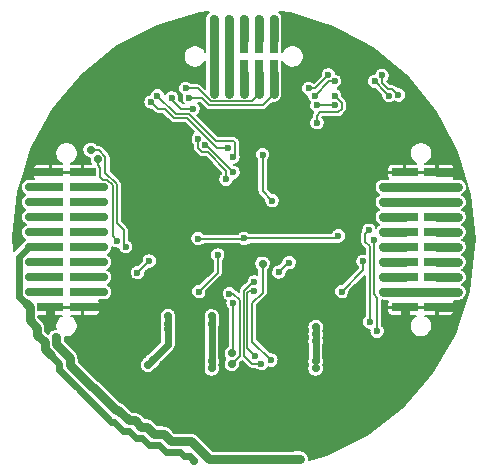
<source format=gbl>
G04 #@! TF.FileFunction,Copper,L2,Bot,Signal*
%FSLAX46Y46*%
G04 Gerber Fmt 4.6, Leading zero omitted, Abs format (unit mm)*
G04 Created by KiCad (PCBNEW 4.1.0-alpha+201605071002+6776~44~ubuntu14.04.1-product) date Mon 25 Jul 2016 08:32:17 BST*
%MOMM*%
%LPD*%
G01*
G04 APERTURE LIST*
%ADD10C,0.100000*%
%ADD11R,2.220000X0.740000*%
%ADD12C,0.800000*%
%ADD13R,0.740000X2.220000*%
%ADD14C,0.700000*%
%ADD15C,0.600000*%
%ADD16C,0.740000*%
%ADD17C,0.700000*%
%ADD18C,0.400000*%
%ADD19C,0.160000*%
%ADD20C,0.600000*%
%ADD21C,0.200000*%
G04 APERTURE END LIST*
D10*
D11*
X113635000Y-94285000D03*
X116365000Y-94285000D03*
X113635000Y-95555000D03*
X116365000Y-95555000D03*
X113635000Y-96825000D03*
X116365000Y-96825000D03*
X113635000Y-98095000D03*
X116365000Y-98095000D03*
X113635000Y-99365000D03*
X116365000Y-99365000D03*
X113635000Y-100635000D03*
X116365000Y-100635000D03*
X113635000Y-101905000D03*
X116365000Y-101905000D03*
X113635000Y-103175000D03*
X116365000Y-103175000D03*
X113635000Y-104445000D03*
X116365000Y-104445000D03*
X113635000Y-105715000D03*
X116365000Y-105715000D03*
X83635000Y-94285000D03*
X86365000Y-94285000D03*
X83635000Y-95555000D03*
X86365000Y-95555000D03*
X83635000Y-96825000D03*
X86365000Y-96825000D03*
X83635000Y-98095000D03*
X86365000Y-98095000D03*
X83635000Y-99365000D03*
X86365000Y-99365000D03*
X83635000Y-100635000D03*
X86365000Y-100635000D03*
X83635000Y-101905000D03*
X86365000Y-101905000D03*
X83635000Y-103175000D03*
X86365000Y-103175000D03*
X83635000Y-104445000D03*
X86365000Y-104445000D03*
X83635000Y-105715000D03*
X86365000Y-105715000D03*
D12*
X95839483Y-95000000D03*
X94969741Y-94130259D03*
X94100000Y-93260517D03*
X94969741Y-95869741D03*
X94100000Y-95000000D03*
X93230259Y-94130259D03*
X94100000Y-96739483D03*
X93230259Y-95869741D03*
X92360517Y-95000000D03*
X107739483Y-95000000D03*
X106869741Y-94130259D03*
X106000000Y-93260517D03*
X106869741Y-95869741D03*
X106000000Y-95000000D03*
X105130259Y-94130259D03*
X106000000Y-96739483D03*
X105130259Y-95869741D03*
X104260517Y-95000000D03*
D13*
X97460000Y-85865000D03*
X97460000Y-83135000D03*
X98730000Y-85865000D03*
X98730000Y-83135000D03*
X100000000Y-85865000D03*
X100000000Y-83135000D03*
X101270000Y-85865000D03*
X101270000Y-83135000D03*
X102540000Y-85865000D03*
X102540000Y-83135000D03*
D14*
X87100000Y-110860000D03*
X94260000Y-116100000D03*
X83640000Y-106620000D03*
X101600000Y-100600000D03*
X101600000Y-99200000D03*
X101800000Y-105250000D03*
X101350000Y-105600000D03*
X113900000Y-93300000D03*
X105400000Y-90500000D03*
X113300000Y-111500000D03*
X106200000Y-116500000D03*
X105280000Y-105510000D03*
X104630000Y-105510000D03*
X104000000Y-105500000D03*
D15*
X107990000Y-105510000D03*
X108630000Y-105510000D03*
X109280000Y-105510000D03*
X107500000Y-101550000D03*
X106050000Y-100550000D03*
X112700000Y-89300000D03*
X110003500Y-90862314D03*
X101900000Y-91200000D03*
D14*
X113640000Y-106660000D03*
X118190000Y-105720000D03*
X118180000Y-94290000D03*
D15*
X97960000Y-105140000D03*
X97960000Y-105690000D03*
X91400000Y-105490000D03*
X92060000Y-105490000D03*
X92700000Y-105490000D03*
X96650000Y-105490000D03*
X96000000Y-105500000D03*
X95360000Y-105490000D03*
X94100000Y-100500000D03*
X95600000Y-101500000D03*
D14*
X91400000Y-98700000D03*
X96400000Y-86500000D03*
X96600000Y-89200000D03*
D15*
X99100000Y-89500000D03*
D14*
X86700000Y-93300000D03*
D15*
X89600000Y-94300000D03*
X93500000Y-90500000D03*
X90000000Y-91200000D03*
D14*
X88180000Y-105720000D03*
X81820000Y-94290000D03*
D15*
X108020010Y-99680000D03*
X100016614Y-99900000D03*
X96130000Y-99910000D03*
D14*
X97460000Y-81320000D03*
X97460000Y-87680000D03*
X106100000Y-110900000D03*
X106100000Y-110300000D03*
X106100000Y-107400000D03*
X106100000Y-108000000D03*
X106100000Y-108600000D03*
D15*
X101600000Y-92800000D03*
X102400000Y-96700000D03*
D14*
X97300000Y-110900000D03*
X97300000Y-110300000D03*
X97300000Y-107100000D03*
X97303182Y-106502059D03*
D15*
X99100000Y-94300000D03*
X96694938Y-91994938D03*
X98500000Y-94900000D03*
X96157536Y-91457536D03*
X99100000Y-93000000D03*
X92700000Y-87800000D03*
X98700000Y-92200000D03*
X92162597Y-88337403D03*
D14*
X91900000Y-110600000D03*
X92300000Y-110200000D03*
X93600000Y-107600000D03*
X93600000Y-107100000D03*
X93600000Y-106500000D03*
D15*
X107700000Y-88600000D03*
X106200000Y-88600000D03*
X102978627Y-102742304D03*
X103850000Y-101950000D03*
X108300000Y-104400000D03*
X110100000Y-101850000D03*
X93900000Y-88000000D03*
X95700000Y-88900000D03*
X91000000Y-102800000D03*
X92000000Y-101800000D03*
X96200000Y-104400000D03*
X97800000Y-101300000D03*
D14*
X88180000Y-95550000D03*
X81820000Y-96820000D03*
X88180000Y-96830000D03*
X81820000Y-98090000D03*
X81820000Y-99370000D03*
X88180000Y-99370000D03*
X81820000Y-100630000D03*
X95800000Y-118700000D03*
X99000000Y-110500000D03*
D15*
X98790000Y-104580000D03*
D14*
X88180000Y-100630000D03*
X84120000Y-108280000D03*
X104790000Y-118560000D03*
X81820000Y-101910000D03*
D15*
X106000000Y-87800000D03*
X107700000Y-86600000D03*
X100950000Y-109850000D03*
X100900000Y-104350000D03*
D14*
X101600000Y-102050000D03*
D15*
X102300000Y-110200000D03*
X111100000Y-86600000D03*
X112300000Y-87800000D03*
D14*
X81820000Y-103180000D03*
X88180000Y-103180000D03*
X81820000Y-104440000D03*
X88180000Y-104450000D03*
X88180000Y-98100000D03*
X98730000Y-81320000D03*
X98730000Y-87680000D03*
X100000000Y-87680000D03*
X100000000Y-81320000D03*
X101270000Y-81320000D03*
X111820000Y-95550000D03*
X118180000Y-95560000D03*
X111820000Y-96830000D03*
X118180000Y-96830000D03*
X111820000Y-98090000D03*
X118180000Y-98090000D03*
X118180000Y-99360000D03*
X118180000Y-100630000D03*
X111820000Y-101900000D03*
X118180000Y-101900000D03*
D15*
X111300000Y-107760000D03*
X111000000Y-100000000D03*
D14*
X111820000Y-103180000D03*
X118180000Y-103180000D03*
X111820000Y-104440000D03*
X118180000Y-104440000D03*
D15*
X110670000Y-106980000D03*
X110600000Y-99200000D03*
X101500000Y-110500000D03*
X105500000Y-87200000D03*
X107162597Y-86062597D03*
X111700000Y-86100000D03*
X113099241Y-87760762D03*
X100900000Y-103589997D03*
D14*
X99000000Y-109600000D03*
D15*
X99110000Y-105360000D03*
X90000000Y-100600000D03*
D14*
X87050000Y-92400000D03*
X111820000Y-99360000D03*
X111820000Y-100640000D03*
X81820000Y-95560000D03*
D15*
X89300000Y-100100000D03*
D14*
X87650000Y-93200000D03*
X88180000Y-101900000D03*
D15*
X95100000Y-87200000D03*
D14*
X101270000Y-87690000D03*
D15*
X95400000Y-88000000D03*
D14*
X102540000Y-87690000D03*
D15*
X107700000Y-87800000D03*
X106200000Y-90100000D03*
D14*
X102540000Y-81320000D03*
D16*
X83635000Y-105715000D02*
X83635000Y-106615000D01*
X83635000Y-106615000D02*
X83640000Y-106620000D01*
X113635000Y-105715000D02*
X113635000Y-106655000D01*
X113635000Y-106655000D02*
X113640000Y-106660000D01*
X118190000Y-105720000D02*
X116370000Y-105720000D01*
X116370000Y-105720000D02*
X116365000Y-105715000D01*
X116365000Y-94285000D02*
X118175000Y-94285000D01*
X118175000Y-94285000D02*
X118180000Y-94290000D01*
D17*
X88180000Y-105720000D02*
X86370000Y-105720000D01*
D18*
X86370000Y-105720000D02*
X86365000Y-105715000D01*
D17*
X83635000Y-94285000D02*
X81825000Y-94285000D01*
D18*
X81825000Y-94285000D02*
X81820000Y-94290000D01*
X83630000Y-105720000D02*
X83635000Y-105715000D01*
D19*
X100016614Y-99900000D02*
X107800010Y-99900000D01*
X107800010Y-99900000D02*
X108020010Y-99680000D01*
X96130000Y-99910000D02*
X100006614Y-99910000D01*
X100006614Y-99910000D02*
X100016614Y-99900000D01*
D16*
X97460000Y-83135000D02*
X97460000Y-85865000D01*
X97460000Y-83135000D02*
X97460000Y-81320000D01*
X97460000Y-85865000D02*
X97460000Y-87680000D01*
D20*
X106100000Y-108600000D02*
X106100000Y-110300000D01*
X106100000Y-108600000D02*
X106100000Y-107400000D01*
X106100000Y-108600000D02*
X106100000Y-108000000D01*
D19*
X101600000Y-92800000D02*
X101600000Y-95900000D01*
X101600000Y-95900000D02*
X102400000Y-96700000D01*
D20*
X97300000Y-110300000D02*
X97300000Y-110900000D01*
X97300000Y-107100000D02*
X97300000Y-110300000D01*
X97303182Y-106502059D02*
X97303182Y-107096818D01*
X97303182Y-107096818D02*
X97300000Y-107100000D01*
D19*
X99100000Y-94300000D02*
X96794938Y-91994938D01*
X96794938Y-91994938D02*
X96694938Y-91994938D01*
X96157536Y-91457536D02*
X96157536Y-91733138D01*
X96154937Y-91735737D02*
X96154937Y-92254139D01*
X96157536Y-91733138D02*
X96154937Y-91735737D01*
X96947438Y-92600000D02*
X96500798Y-92600000D01*
X96500798Y-92600000D02*
X96154937Y-92254139D01*
X98500000Y-94152562D02*
X96947438Y-92600000D01*
X98500000Y-94900000D02*
X98500000Y-94152562D01*
X92700000Y-87800000D02*
X94300000Y-89400000D01*
X94300000Y-89400000D02*
X95400798Y-89400000D01*
X95400798Y-89400000D02*
X97660797Y-91659999D01*
X97660797Y-91659999D02*
X99159999Y-91659999D01*
X99159999Y-91659999D02*
X99300000Y-91800000D01*
X99300000Y-91800000D02*
X99300000Y-92800000D01*
X99300000Y-92800000D02*
X99100000Y-93000000D01*
X98700000Y-92200000D02*
X97699202Y-92200000D01*
X97699202Y-92200000D02*
X97599202Y-92100000D01*
X92162597Y-88337403D02*
X92725194Y-88900000D01*
X92725194Y-88900000D02*
X93300000Y-88900000D01*
X94120010Y-89720010D02*
X95219212Y-89720010D01*
X93300000Y-88900000D02*
X94120010Y-89720010D01*
X95219212Y-89720010D02*
X97599202Y-92100000D01*
X97599202Y-92100000D02*
X97600000Y-92100000D01*
D20*
X93600000Y-107600000D02*
X93600000Y-106500000D01*
X92700000Y-109800000D02*
X91900000Y-110600000D01*
X93600000Y-107600000D02*
X93600000Y-108900000D01*
X93600000Y-108900000D02*
X92700000Y-109800000D01*
D19*
X106200000Y-88600000D02*
X107700000Y-88600000D01*
X102978627Y-102742304D02*
X102850000Y-102850000D01*
X103850000Y-101950000D02*
X103770931Y-101950000D01*
X103770931Y-101950000D02*
X102978627Y-102742304D01*
X110100000Y-101850000D02*
X110100000Y-102600000D01*
X110100000Y-102600000D02*
X108300000Y-104400000D01*
X95700000Y-88900000D02*
X94656614Y-88900000D01*
X94656614Y-88900000D02*
X93900000Y-88143386D01*
X93900000Y-88143386D02*
X93900000Y-88000000D01*
X92000000Y-101800000D02*
X91000000Y-102800000D01*
X97800000Y-101300000D02*
X97800000Y-102800000D01*
X97800000Y-102800000D02*
X96200000Y-104400000D01*
D17*
X86365000Y-95555000D02*
X88175000Y-95555000D01*
D18*
X88175000Y-95555000D02*
X88180000Y-95550000D01*
D17*
X83635000Y-96825000D02*
X81825000Y-96825000D01*
D18*
X81825000Y-96825000D02*
X81820000Y-96820000D01*
D17*
X88180000Y-96830000D02*
X86370000Y-96830000D01*
D18*
X86370000Y-96830000D02*
X86365000Y-96825000D01*
D17*
X81820000Y-98090000D02*
X83630000Y-98090000D01*
D18*
X83630000Y-98090000D02*
X83635000Y-98095000D01*
D17*
X83635000Y-99365000D02*
X81825000Y-99365000D01*
D18*
X81825000Y-99365000D02*
X81820000Y-99370000D01*
D17*
X88180000Y-99370000D02*
X86370000Y-99370000D01*
D18*
X86370000Y-99370000D02*
X86365000Y-99365000D01*
D20*
X81820000Y-100630000D02*
X81009999Y-101440001D01*
X81009999Y-101440001D02*
X81009999Y-104819999D01*
X81009999Y-104819999D02*
X81540000Y-105350000D01*
D16*
X81870000Y-105680000D02*
X81540000Y-105350000D01*
X81870000Y-106810000D02*
X81870000Y-105680000D01*
X82500000Y-107440000D02*
X81870000Y-106810000D01*
X82500000Y-108040000D02*
X82500000Y-107440000D01*
X83140000Y-108680000D02*
X82500000Y-108040000D01*
X83140000Y-109260000D02*
X83140000Y-108680000D01*
X83680000Y-109800000D02*
X83140000Y-109260000D01*
X83700000Y-109800000D02*
X83680000Y-109800000D01*
D17*
X81820000Y-100630000D02*
X83630000Y-100630000D01*
D18*
X83630000Y-100630000D02*
X83635000Y-100635000D01*
D20*
X84400000Y-110500000D02*
X83700000Y-109800000D01*
X84400000Y-111000000D02*
X84400000Y-110500000D01*
X85989999Y-112589999D02*
X84400000Y-111000000D01*
X88800000Y-115400000D02*
X85989999Y-112589999D01*
X89000000Y-115400000D02*
X88800000Y-115400000D01*
X89800000Y-116200000D02*
X89000000Y-115400000D01*
X90300000Y-116200000D02*
X89800000Y-116200000D01*
X90900000Y-116800000D02*
X90300000Y-116200000D01*
X91400000Y-116800000D02*
X90900000Y-116800000D01*
X92000000Y-117400000D02*
X91400000Y-116800000D01*
X92800000Y-117400000D02*
X92000000Y-117400000D01*
X93400000Y-118000000D02*
X92800000Y-117400000D01*
X94600000Y-118000000D02*
X93400000Y-118000000D01*
X94950001Y-118350001D02*
X94600000Y-118000000D01*
X95800000Y-118700000D02*
X95450001Y-118350001D01*
X95450001Y-118350001D02*
X94950001Y-118350001D01*
D19*
X99650001Y-105100799D02*
X99650001Y-109849999D01*
X99650001Y-109849999D02*
X99000000Y-110500000D01*
X98790000Y-104580000D02*
X99129202Y-104580000D01*
X99129202Y-104580000D02*
X99650001Y-105100799D01*
D17*
X88180000Y-100630000D02*
X86370000Y-100630000D01*
D18*
X86370000Y-100630000D02*
X86365000Y-100635000D01*
D16*
X84120000Y-108870000D02*
X84120000Y-108280000D01*
X85300000Y-110050000D02*
X84120000Y-108870000D01*
X85300000Y-110620000D02*
X85300000Y-110050000D01*
X87190000Y-112510000D02*
X85300000Y-110620000D01*
X87240000Y-112510000D02*
X87190000Y-112510000D01*
X89180000Y-114450000D02*
X87240000Y-112510000D01*
X89400000Y-114450000D02*
X89180000Y-114450000D01*
X90260000Y-115310000D02*
X89400000Y-114450000D01*
X90790000Y-115310000D02*
X90260000Y-115310000D01*
X91330000Y-115850000D02*
X90790000Y-115310000D01*
X91800000Y-115850000D02*
X91330000Y-115850000D01*
X92400000Y-116450000D02*
X91800000Y-115850000D01*
X93220000Y-116450000D02*
X92400000Y-116450000D01*
X93820000Y-117050000D02*
X93220000Y-116450000D01*
X95560000Y-117050000D02*
X93820000Y-117050000D01*
X97085026Y-118575026D02*
X95560000Y-117050000D01*
X104280000Y-118575026D02*
X97085026Y-118575026D01*
X104790000Y-118560000D02*
X104295026Y-118560000D01*
X104295026Y-118560000D02*
X104280000Y-118575026D01*
D17*
X83635000Y-101905000D02*
X81825000Y-101905000D01*
D18*
X81825000Y-101905000D02*
X81820000Y-101910000D01*
D19*
X100726798Y-105350000D02*
X100726798Y-108500000D01*
X102300000Y-110200000D02*
X100726798Y-108626798D01*
X100726798Y-108626798D02*
X100726798Y-108500000D01*
X107197402Y-86602598D02*
X107273138Y-86602598D01*
X107273138Y-86602598D02*
X107275736Y-86600000D01*
X106000000Y-87800000D02*
X107197402Y-86602598D01*
X107275736Y-86600000D02*
X107700000Y-86600000D01*
X100320010Y-109120000D02*
X100320010Y-109210010D01*
X100950000Y-109840000D02*
X100950000Y-109850000D01*
X100320010Y-109210010D02*
X100950000Y-109840000D01*
X100320010Y-105650000D02*
X100320010Y-105079990D01*
X100320010Y-109120010D02*
X100320010Y-109120000D01*
X100320010Y-109120000D02*
X100320010Y-105650000D01*
X100320010Y-105650000D02*
X100320010Y-104479990D01*
X100320010Y-104479990D02*
X100450000Y-104350000D01*
X100450000Y-104350000D02*
X100900000Y-104350000D01*
X100320010Y-105079990D02*
X100320010Y-104479990D01*
X101600000Y-104476798D02*
X101600000Y-102050000D01*
X101600000Y-104476798D02*
X100726798Y-105350000D01*
X112300000Y-87800000D02*
X112000001Y-87500001D01*
X112000001Y-87500001D02*
X111100000Y-86600000D01*
D17*
X81820000Y-103180000D02*
X83630000Y-103180000D01*
D18*
X83630000Y-103180000D02*
X83635000Y-103175000D01*
D17*
X88180000Y-103180000D02*
X86370000Y-103180000D01*
D18*
X86370000Y-103180000D02*
X86365000Y-103175000D01*
D17*
X83635000Y-104445000D02*
X81825000Y-104445000D01*
D18*
X81825000Y-104445000D02*
X81820000Y-104440000D01*
D17*
X86365000Y-104445000D02*
X88175000Y-104445000D01*
D18*
X88175000Y-104445000D02*
X88180000Y-104450000D01*
D17*
X86365000Y-98095000D02*
X88175000Y-98095000D01*
D18*
X88175000Y-98095000D02*
X88180000Y-98100000D01*
D16*
X98730000Y-85865000D02*
X98730000Y-83135000D01*
X98730000Y-81320000D02*
X98730000Y-83135000D01*
X98730000Y-87680000D02*
X98730000Y-85865000D01*
X100000000Y-85865000D02*
X100000000Y-87680000D01*
X100000000Y-83135000D02*
X100000000Y-81320000D01*
X101270000Y-81320000D02*
X101270000Y-83135000D01*
X111820000Y-95550000D02*
X113630000Y-95550000D01*
X113630000Y-95550000D02*
X113635000Y-95555000D01*
X116365000Y-95555000D02*
X113635000Y-95555000D01*
X118180000Y-95560000D02*
X116370000Y-95560000D01*
X116370000Y-95560000D02*
X116365000Y-95555000D01*
X113635000Y-96825000D02*
X111825000Y-96825000D01*
X111825000Y-96825000D02*
X111820000Y-96830000D01*
X113635000Y-96825000D02*
X116365000Y-96825000D01*
X116365000Y-96825000D02*
X118175000Y-96825000D01*
X118175000Y-96825000D02*
X118180000Y-96830000D01*
X111820000Y-98090000D02*
X113630000Y-98090000D01*
X113630000Y-98090000D02*
X113635000Y-98095000D01*
X118180000Y-98090000D02*
X116370000Y-98090000D01*
X116370000Y-98090000D02*
X116365000Y-98095000D01*
X116365000Y-99365000D02*
X118175000Y-99365000D01*
X118175000Y-99365000D02*
X118180000Y-99360000D01*
X118180000Y-100630000D02*
X116370000Y-100630000D01*
X116370000Y-100630000D02*
X116365000Y-100635000D01*
X111820000Y-101900000D02*
X113630000Y-101900000D01*
X113630000Y-101900000D02*
X113635000Y-101905000D01*
X116365000Y-101905000D02*
X118175000Y-101905000D01*
X118175000Y-101905000D02*
X118180000Y-101900000D01*
D19*
X111300000Y-106800000D02*
X111300000Y-107760000D01*
X111000000Y-104600000D02*
X111300000Y-104900000D01*
X111300000Y-104900000D02*
X111300000Y-106800000D01*
X111000000Y-100000000D02*
X111000000Y-104600000D01*
D16*
X111820000Y-103180000D02*
X113630000Y-103180000D01*
X113630000Y-103180000D02*
X113635000Y-103175000D01*
X118180000Y-103180000D02*
X116370000Y-103180000D01*
X116370000Y-103180000D02*
X116365000Y-103175000D01*
X111820000Y-104440000D02*
X113630000Y-104440000D01*
X113630000Y-104440000D02*
X113635000Y-104445000D01*
X116365000Y-104445000D02*
X113635000Y-104445000D01*
X116365000Y-104445000D02*
X118175000Y-104445000D01*
X118175000Y-104445000D02*
X118180000Y-104440000D01*
D19*
X110679990Y-105279990D02*
X110679990Y-106970010D01*
X110679990Y-106970010D02*
X110670000Y-106980000D01*
X110600000Y-99200000D02*
X110300001Y-99499999D01*
X110300001Y-99499999D02*
X110300001Y-100200001D01*
X110300001Y-100200001D02*
X110679990Y-100579990D01*
X110679990Y-100579990D02*
X110679990Y-105279990D01*
X100900000Y-103589997D02*
X100757441Y-103589997D01*
X100757441Y-103589997D02*
X100000001Y-104347437D01*
X100000001Y-104347437D02*
X100000000Y-109810000D01*
X100000000Y-109810000D02*
X100690000Y-110500000D01*
X100690000Y-110500000D02*
X101500000Y-110500000D01*
X113099241Y-87760762D02*
X112800000Y-87461521D01*
X111700000Y-86747438D02*
X112212561Y-87259999D01*
X112212561Y-87259999D02*
X112598478Y-87259999D01*
X112598478Y-87259999D02*
X112800000Y-87461521D01*
X111700000Y-86100000D02*
X111700000Y-86747438D01*
X105500000Y-87200000D02*
X106025194Y-87200000D01*
X106025194Y-87200000D02*
X107162597Y-86062597D01*
X99110000Y-105784264D02*
X99110000Y-109490000D01*
X99110000Y-109490000D02*
X99000000Y-109600000D01*
X99110000Y-105360000D02*
X99110000Y-105784264D01*
X89250000Y-98600000D02*
X89840001Y-99190001D01*
X89840001Y-99190001D02*
X89840001Y-100440001D01*
X89840001Y-100440001D02*
X90000000Y-100600000D01*
X87050000Y-92400000D02*
X87723202Y-92400000D01*
X87723202Y-92400000D02*
X88300000Y-92976798D01*
X88300000Y-92976798D02*
X88300000Y-94344236D01*
X88300000Y-94344236D02*
X89250000Y-95294236D01*
X89250000Y-95294236D02*
X89250000Y-98600000D01*
D16*
X111820000Y-99360000D02*
X113630000Y-99360000D01*
X113630000Y-99360000D02*
X113635000Y-99365000D01*
X111820000Y-100640000D02*
X113630000Y-100640000D01*
X113630000Y-100640000D02*
X113635000Y-100635000D01*
D17*
X81820000Y-95560000D02*
X83630000Y-95560000D01*
D18*
X83630000Y-95560000D02*
X83635000Y-95555000D01*
D19*
X88900000Y-99200000D02*
X88900000Y-99700000D01*
X88900000Y-99700000D02*
X89300000Y-100100000D01*
X87850000Y-94700000D02*
X88109999Y-94959999D01*
X88109999Y-94959999D02*
X88463201Y-94959999D01*
X88463201Y-94959999D02*
X88900000Y-95396798D01*
X88900000Y-95396798D02*
X88900000Y-99200000D01*
X87850000Y-93894974D02*
X87850000Y-94700000D01*
X87650000Y-93200000D02*
X87650000Y-93694974D01*
X87650000Y-93694974D02*
X87850000Y-93894974D01*
D17*
X86365000Y-101905000D02*
X88175000Y-101905000D01*
D18*
X88175000Y-101905000D02*
X88180000Y-101900000D01*
D19*
X95100000Y-87200000D02*
X96117316Y-87200000D01*
X96117316Y-87200000D02*
X97207326Y-88290010D01*
X100669990Y-88290010D02*
X100920001Y-88039999D01*
X100920001Y-88039999D02*
X101270000Y-87690000D01*
X97207326Y-88290010D02*
X100669990Y-88290010D01*
D16*
X101270000Y-87210000D02*
X101270000Y-85865000D01*
X101270000Y-87690000D02*
X101270000Y-87210000D01*
D19*
X96464754Y-88000000D02*
X97074774Y-88610020D01*
X97074774Y-88610020D02*
X101619980Y-88610020D01*
X101619980Y-88610020D02*
X102190001Y-88039999D01*
X102190001Y-88039999D02*
X102540000Y-87690000D01*
X95400000Y-88000000D02*
X96464754Y-88000000D01*
D16*
X102540000Y-85865000D02*
X102540000Y-87690000D01*
D19*
X108300000Y-88900000D02*
X108300000Y-88400000D01*
X108300000Y-88400000D02*
X107700000Y-87800000D01*
X108000000Y-89200000D02*
X108300000Y-88900000D01*
X106500000Y-89200000D02*
X108000000Y-89200000D01*
X106200000Y-89500000D02*
X106500000Y-89200000D01*
X106200000Y-90100000D02*
X106200000Y-89500000D01*
X102540000Y-83875000D02*
X102540000Y-83135000D01*
D16*
X102540000Y-83135000D02*
X102540000Y-81320000D01*
D21*
G36*
X96956242Y-80805580D02*
X96865918Y-80913224D01*
X96798223Y-81036362D01*
X96755734Y-81170304D01*
X96740070Y-81309947D01*
X96740000Y-81320000D01*
X96740000Y-82007811D01*
X96738307Y-82025000D01*
X96738307Y-84113586D01*
X96712859Y-84051844D01*
X96609760Y-83896667D01*
X96478483Y-83764470D01*
X96324029Y-83660290D01*
X96152282Y-83588094D01*
X95969783Y-83550632D01*
X95783482Y-83549332D01*
X95600478Y-83584242D01*
X95427739Y-83654033D01*
X95271846Y-83756046D01*
X95138736Y-83886397D01*
X95033480Y-84040119D01*
X94960087Y-84211359D01*
X94921352Y-84393592D01*
X94918751Y-84579879D01*
X94952382Y-84763123D01*
X95020966Y-84936344D01*
X95121889Y-85092946D01*
X95251307Y-85226962D01*
X95404291Y-85333289D01*
X95575013Y-85407876D01*
X95756972Y-85447882D01*
X95943236Y-85451784D01*
X96126710Y-85419432D01*
X96300406Y-85352060D01*
X96457709Y-85252233D01*
X96592625Y-85123753D01*
X96700017Y-84971515D01*
X96738307Y-84885515D01*
X96738307Y-86975000D01*
X96740000Y-86992189D01*
X96740000Y-87214572D01*
X96421372Y-86895944D01*
X96390657Y-86870715D01*
X96360252Y-86845201D01*
X96358271Y-86844112D01*
X96356523Y-86842676D01*
X96321510Y-86823903D01*
X96286711Y-86804772D01*
X96284555Y-86804088D01*
X96282563Y-86803020D01*
X96244587Y-86791410D01*
X96206718Y-86779397D01*
X96204471Y-86779145D01*
X96202309Y-86778484D01*
X96162818Y-86774473D01*
X96123320Y-86770042D01*
X96118895Y-86770011D01*
X96118816Y-86770003D01*
X96118742Y-86770010D01*
X96117316Y-86770000D01*
X95589078Y-86770000D01*
X95516330Y-86696743D01*
X95410652Y-86625462D01*
X95293140Y-86576065D01*
X95168272Y-86550433D01*
X95040804Y-86549543D01*
X94915590Y-86573429D01*
X94797401Y-86621181D01*
X94690737Y-86690979D01*
X94599662Y-86780166D01*
X94527645Y-86885345D01*
X94477428Y-87002509D01*
X94450925Y-87127195D01*
X94449146Y-87254654D01*
X94472157Y-87380031D01*
X94519082Y-87498551D01*
X94588135Y-87605700D01*
X94676684Y-87697395D01*
X94781357Y-87770145D01*
X94789731Y-87773804D01*
X94777428Y-87802509D01*
X94750925Y-87927195D01*
X94749146Y-88054654D01*
X94772157Y-88180031D01*
X94819082Y-88298551D01*
X94888135Y-88405700D01*
X94950229Y-88470000D01*
X94834726Y-88470000D01*
X94529221Y-88164495D01*
X94547995Y-88081861D01*
X94550028Y-87936264D01*
X94525268Y-87811220D01*
X94476693Y-87693367D01*
X94406151Y-87587193D01*
X94316330Y-87496743D01*
X94210652Y-87425462D01*
X94093140Y-87376065D01*
X93968272Y-87350433D01*
X93840804Y-87349543D01*
X93715590Y-87373429D01*
X93597401Y-87421181D01*
X93490737Y-87490979D01*
X93399662Y-87580166D01*
X93337186Y-87671410D01*
X93325268Y-87611220D01*
X93276693Y-87493367D01*
X93206151Y-87387193D01*
X93116330Y-87296743D01*
X93010652Y-87225462D01*
X92893140Y-87176065D01*
X92768272Y-87150433D01*
X92640804Y-87149543D01*
X92515590Y-87173429D01*
X92397401Y-87221181D01*
X92290737Y-87290979D01*
X92199662Y-87380166D01*
X92127645Y-87485345D01*
X92077428Y-87602509D01*
X92057624Y-87695678D01*
X91978187Y-87710832D01*
X91859998Y-87758584D01*
X91753334Y-87828382D01*
X91662259Y-87917569D01*
X91590242Y-88022748D01*
X91540025Y-88139912D01*
X91513522Y-88264598D01*
X91511743Y-88392057D01*
X91534754Y-88517434D01*
X91581679Y-88635954D01*
X91650732Y-88743103D01*
X91739281Y-88834798D01*
X91843954Y-88907548D01*
X91960764Y-88958581D01*
X92085262Y-88985953D01*
X92205555Y-88988473D01*
X92421138Y-89204056D01*
X92451826Y-89229263D01*
X92482258Y-89254799D01*
X92484242Y-89255890D01*
X92485987Y-89257323D01*
X92520980Y-89276086D01*
X92555799Y-89295228D01*
X92557953Y-89295911D01*
X92559946Y-89296980D01*
X92597937Y-89308595D01*
X92635792Y-89320603D01*
X92638039Y-89320855D01*
X92640201Y-89321516D01*
X92679696Y-89325528D01*
X92719190Y-89329958D01*
X92723614Y-89329989D01*
X92723693Y-89329997D01*
X92723767Y-89329990D01*
X92725194Y-89330000D01*
X93121888Y-89330000D01*
X93815954Y-90024066D01*
X93846642Y-90049273D01*
X93877074Y-90074809D01*
X93879058Y-90075900D01*
X93880803Y-90077333D01*
X93915796Y-90096096D01*
X93950615Y-90115238D01*
X93952769Y-90115921D01*
X93954762Y-90116990D01*
X93992753Y-90128605D01*
X94030608Y-90140613D01*
X94032855Y-90140865D01*
X94035017Y-90141526D01*
X94074512Y-90145538D01*
X94114006Y-90149968D01*
X94118430Y-90149999D01*
X94118509Y-90150007D01*
X94118583Y-90150000D01*
X94120010Y-90150010D01*
X95041100Y-90150010D01*
X95803479Y-90912389D01*
X95748273Y-90948515D01*
X95657198Y-91037702D01*
X95585181Y-91142881D01*
X95534964Y-91260045D01*
X95508461Y-91384731D01*
X95506682Y-91512190D01*
X95529693Y-91637567D01*
X95576618Y-91756087D01*
X95645671Y-91863236D01*
X95724937Y-91945318D01*
X95724937Y-92254139D01*
X95728817Y-92293713D01*
X95732275Y-92333238D01*
X95732905Y-92335407D01*
X95733126Y-92337660D01*
X95744615Y-92375713D01*
X95755688Y-92413827D01*
X95756728Y-92415834D01*
X95757382Y-92417999D01*
X95776041Y-92453090D01*
X95794309Y-92488333D01*
X95795718Y-92490099D01*
X95796781Y-92492097D01*
X95821881Y-92522873D01*
X95846665Y-92553920D01*
X95849771Y-92557069D01*
X95849822Y-92557132D01*
X95849880Y-92557180D01*
X95850881Y-92558195D01*
X96196742Y-92904056D01*
X96227430Y-92929263D01*
X96257862Y-92954799D01*
X96259846Y-92955890D01*
X96261591Y-92957323D01*
X96296584Y-92976086D01*
X96331403Y-92995228D01*
X96333557Y-92995911D01*
X96335550Y-92996980D01*
X96373541Y-93008595D01*
X96411396Y-93020603D01*
X96413643Y-93020855D01*
X96415805Y-93021516D01*
X96455300Y-93025528D01*
X96494794Y-93029958D01*
X96499218Y-93029989D01*
X96499297Y-93029997D01*
X96499371Y-93029990D01*
X96500798Y-93030000D01*
X96769326Y-93030000D01*
X98070000Y-94330674D01*
X98070000Y-94411286D01*
X97999662Y-94480166D01*
X97927645Y-94585345D01*
X97877428Y-94702509D01*
X97850925Y-94827195D01*
X97849146Y-94954654D01*
X97872157Y-95080031D01*
X97919082Y-95198551D01*
X97988135Y-95305700D01*
X98076684Y-95397395D01*
X98181357Y-95470145D01*
X98298167Y-95521178D01*
X98422665Y-95548550D01*
X98550109Y-95551220D01*
X98675644Y-95529085D01*
X98794488Y-95482988D01*
X98902116Y-95414685D01*
X98994428Y-95326778D01*
X99067906Y-95222616D01*
X99119754Y-95106165D01*
X99147995Y-94981861D01*
X99148423Y-94951185D01*
X99150109Y-94951220D01*
X99275644Y-94929085D01*
X99394488Y-94882988D01*
X99502116Y-94814685D01*
X99594428Y-94726778D01*
X99667906Y-94622616D01*
X99719754Y-94506165D01*
X99747995Y-94381861D01*
X99750028Y-94236264D01*
X99725268Y-94111220D01*
X99676693Y-93993367D01*
X99606151Y-93887193D01*
X99516330Y-93796743D01*
X99410652Y-93725462D01*
X99293140Y-93676065D01*
X99168272Y-93650433D01*
X99155094Y-93650341D01*
X99275644Y-93629085D01*
X99394488Y-93582988D01*
X99502116Y-93514685D01*
X99594428Y-93426778D01*
X99667906Y-93322616D01*
X99719754Y-93206165D01*
X99747995Y-93081861D01*
X99750028Y-92936264D01*
X99733869Y-92854654D01*
X100949146Y-92854654D01*
X100972157Y-92980031D01*
X101019082Y-93098551D01*
X101088135Y-93205700D01*
X101170000Y-93290474D01*
X101170000Y-95900000D01*
X101173880Y-95939574D01*
X101177338Y-95979099D01*
X101177968Y-95981268D01*
X101178189Y-95983521D01*
X101189678Y-96021574D01*
X101200751Y-96059688D01*
X101201791Y-96061695D01*
X101202445Y-96063860D01*
X101221104Y-96098951D01*
X101239372Y-96134194D01*
X101240781Y-96135960D01*
X101241844Y-96137958D01*
X101266944Y-96168734D01*
X101291728Y-96199781D01*
X101294834Y-96202930D01*
X101294885Y-96202993D01*
X101294943Y-96203041D01*
X101295944Y-96204056D01*
X101750487Y-96658599D01*
X101749146Y-96754654D01*
X101772157Y-96880031D01*
X101819082Y-96998551D01*
X101888135Y-97105700D01*
X101976684Y-97197395D01*
X102081357Y-97270145D01*
X102198167Y-97321178D01*
X102322665Y-97348550D01*
X102450109Y-97351220D01*
X102575644Y-97329085D01*
X102694488Y-97282988D01*
X102802116Y-97214685D01*
X102894428Y-97126778D01*
X102967906Y-97022616D01*
X103019754Y-96906165D01*
X103047995Y-96781861D01*
X103050028Y-96636264D01*
X103025268Y-96511220D01*
X102976693Y-96393367D01*
X102906151Y-96287193D01*
X102816330Y-96196743D01*
X102710652Y-96125462D01*
X102593140Y-96076065D01*
X102468272Y-96050433D01*
X102357773Y-96049661D01*
X102030000Y-95721888D01*
X102030000Y-93880528D01*
X112175000Y-93880528D01*
X112175000Y-94147500D01*
X112262500Y-94235000D01*
X113585000Y-94235000D01*
X113585000Y-93652500D01*
X113685000Y-93652500D01*
X113685000Y-94235000D01*
X116315000Y-94235000D01*
X116315000Y-93652500D01*
X116415000Y-93652500D01*
X116415000Y-94235000D01*
X117737500Y-94235000D01*
X117825000Y-94147500D01*
X117825000Y-93880528D01*
X117811550Y-93812909D01*
X117785166Y-93749213D01*
X117746863Y-93691888D01*
X117698112Y-93643137D01*
X117640787Y-93604834D01*
X117577091Y-93578450D01*
X117509472Y-93565000D01*
X116502500Y-93565000D01*
X116415000Y-93652500D01*
X116315000Y-93652500D01*
X116227500Y-93565000D01*
X115384154Y-93565000D01*
X115430406Y-93547060D01*
X115587709Y-93447233D01*
X115722625Y-93318753D01*
X115830017Y-93166515D01*
X115905794Y-92996318D01*
X115947070Y-92814643D01*
X115950041Y-92601848D01*
X115913854Y-92419091D01*
X115842859Y-92246844D01*
X115739760Y-92091667D01*
X115608483Y-91959470D01*
X115454029Y-91855290D01*
X115282282Y-91783094D01*
X115099783Y-91745632D01*
X114913482Y-91744332D01*
X114730478Y-91779242D01*
X114557739Y-91849033D01*
X114401846Y-91951046D01*
X114268736Y-92081397D01*
X114163480Y-92235119D01*
X114090087Y-92406359D01*
X114051352Y-92588592D01*
X114048751Y-92774879D01*
X114082382Y-92958123D01*
X114150966Y-93131344D01*
X114251889Y-93287946D01*
X114381307Y-93421962D01*
X114534291Y-93528289D01*
X114618319Y-93565000D01*
X113772500Y-93565000D01*
X113685000Y-93652500D01*
X113585000Y-93652500D01*
X113497500Y-93565000D01*
X112490528Y-93565000D01*
X112422909Y-93578450D01*
X112359213Y-93604834D01*
X112301888Y-93643137D01*
X112253137Y-93691888D01*
X112214834Y-93749213D01*
X112188450Y-93812909D01*
X112175000Y-93880528D01*
X102030000Y-93880528D01*
X102030000Y-93288132D01*
X102094428Y-93226778D01*
X102167906Y-93122616D01*
X102219754Y-93006165D01*
X102247995Y-92881861D01*
X102250028Y-92736264D01*
X102225268Y-92611220D01*
X102176693Y-92493367D01*
X102106151Y-92387193D01*
X102016330Y-92296743D01*
X101910652Y-92225462D01*
X101793140Y-92176065D01*
X101668272Y-92150433D01*
X101540804Y-92149543D01*
X101415590Y-92173429D01*
X101297401Y-92221181D01*
X101190737Y-92290979D01*
X101099662Y-92380166D01*
X101027645Y-92485345D01*
X100977428Y-92602509D01*
X100950925Y-92727195D01*
X100949146Y-92854654D01*
X99733869Y-92854654D01*
X99727888Y-92824454D01*
X99729958Y-92806004D01*
X99729989Y-92801579D01*
X99729997Y-92801500D01*
X99729990Y-92801426D01*
X99730000Y-92800000D01*
X99730000Y-91800000D01*
X99726120Y-91760426D01*
X99722662Y-91720901D01*
X99722032Y-91718732D01*
X99721811Y-91716479D01*
X99710322Y-91678426D01*
X99699249Y-91640312D01*
X99698209Y-91638305D01*
X99697555Y-91636140D01*
X99678907Y-91601069D01*
X99660628Y-91565805D01*
X99659217Y-91564038D01*
X99658156Y-91562042D01*
X99633049Y-91531257D01*
X99608271Y-91500219D01*
X99605167Y-91497071D01*
X99605115Y-91497007D01*
X99605056Y-91496958D01*
X99604056Y-91495944D01*
X99464055Y-91355943D01*
X99433340Y-91330714D01*
X99402935Y-91305200D01*
X99400954Y-91304111D01*
X99399206Y-91302675D01*
X99364193Y-91283902D01*
X99329394Y-91264771D01*
X99327238Y-91264087D01*
X99325246Y-91263019D01*
X99287270Y-91251409D01*
X99249401Y-91239396D01*
X99247154Y-91239144D01*
X99244992Y-91238483D01*
X99205501Y-91234472D01*
X99166003Y-91230041D01*
X99161578Y-91230010D01*
X99161499Y-91230002D01*
X99161425Y-91230009D01*
X99159999Y-91229999D01*
X97838909Y-91229999D01*
X96054080Y-89445170D01*
X96102116Y-89414685D01*
X96194428Y-89326778D01*
X96267906Y-89222616D01*
X96319754Y-89106165D01*
X96347995Y-88981861D01*
X96350028Y-88836264D01*
X96325268Y-88711220D01*
X96276693Y-88593367D01*
X96206151Y-88487193D01*
X96149356Y-88430000D01*
X96286642Y-88430000D01*
X96770718Y-88914076D01*
X96801433Y-88939305D01*
X96831838Y-88964819D01*
X96833819Y-88965908D01*
X96835567Y-88967344D01*
X96870615Y-88986137D01*
X96905379Y-89005248D01*
X96907531Y-89005930D01*
X96909527Y-89007001D01*
X96947590Y-89018638D01*
X96985372Y-89030623D01*
X96987614Y-89030874D01*
X96989781Y-89031537D01*
X97029366Y-89035558D01*
X97068770Y-89039978D01*
X97073184Y-89040009D01*
X97073274Y-89040018D01*
X97073358Y-89040010D01*
X97074774Y-89040020D01*
X101619980Y-89040020D01*
X101659554Y-89036140D01*
X101699079Y-89032682D01*
X101701248Y-89032052D01*
X101703501Y-89031831D01*
X101741554Y-89020342D01*
X101779668Y-89009269D01*
X101781675Y-89008229D01*
X101783840Y-89007575D01*
X101818931Y-88988916D01*
X101854174Y-88970648D01*
X101855940Y-88969239D01*
X101857938Y-88968176D01*
X101888714Y-88943076D01*
X101919761Y-88918292D01*
X101922910Y-88915186D01*
X101922973Y-88915135D01*
X101923021Y-88915077D01*
X101924036Y-88914076D01*
X102438291Y-88399821D01*
X102534973Y-88409982D01*
X102674915Y-88397247D01*
X102809717Y-88357572D01*
X102934246Y-88292470D01*
X103043758Y-88204420D01*
X103134082Y-88096776D01*
X103201777Y-87973638D01*
X103244266Y-87839696D01*
X103259930Y-87700053D01*
X103260000Y-87690000D01*
X103260000Y-87254654D01*
X104849146Y-87254654D01*
X104872157Y-87380031D01*
X104919082Y-87498551D01*
X104988135Y-87605700D01*
X105076684Y-87697395D01*
X105181357Y-87770145D01*
X105298167Y-87821178D01*
X105349456Y-87832454D01*
X105349146Y-87854654D01*
X105372157Y-87980031D01*
X105419082Y-88098551D01*
X105488135Y-88205700D01*
X105576684Y-88297395D01*
X105611969Y-88321919D01*
X105577428Y-88402509D01*
X105550925Y-88527195D01*
X105549146Y-88654654D01*
X105572157Y-88780031D01*
X105619082Y-88898551D01*
X105688135Y-89005700D01*
X105776684Y-89097395D01*
X105881357Y-89170145D01*
X105909464Y-89182424D01*
X105895944Y-89195944D01*
X105870715Y-89226659D01*
X105845201Y-89257064D01*
X105844112Y-89259045D01*
X105842676Y-89260793D01*
X105823903Y-89295806D01*
X105804772Y-89330605D01*
X105804088Y-89332761D01*
X105803020Y-89334753D01*
X105791410Y-89372729D01*
X105779397Y-89410598D01*
X105779145Y-89412845D01*
X105778484Y-89415007D01*
X105774473Y-89454498D01*
X105770042Y-89493996D01*
X105770011Y-89498421D01*
X105770003Y-89498500D01*
X105770010Y-89498574D01*
X105770000Y-89500000D01*
X105770000Y-89611286D01*
X105699662Y-89680166D01*
X105627645Y-89785345D01*
X105577428Y-89902509D01*
X105550925Y-90027195D01*
X105549146Y-90154654D01*
X105572157Y-90280031D01*
X105619082Y-90398551D01*
X105688135Y-90505700D01*
X105776684Y-90597395D01*
X105881357Y-90670145D01*
X105998167Y-90721178D01*
X106122665Y-90748550D01*
X106250109Y-90751220D01*
X106375644Y-90729085D01*
X106494488Y-90682988D01*
X106602116Y-90614685D01*
X106694428Y-90526778D01*
X106767906Y-90422616D01*
X106819754Y-90306165D01*
X106847995Y-90181861D01*
X106850028Y-90036264D01*
X106825268Y-89911220D01*
X106776693Y-89793367D01*
X106706151Y-89687193D01*
X106663684Y-89644428D01*
X106678112Y-89630000D01*
X108000000Y-89630000D01*
X108039574Y-89626120D01*
X108079099Y-89622662D01*
X108081268Y-89622032D01*
X108083521Y-89621811D01*
X108121574Y-89610322D01*
X108159688Y-89599249D01*
X108161695Y-89598209D01*
X108163860Y-89597555D01*
X108198951Y-89578896D01*
X108234194Y-89560628D01*
X108235960Y-89559219D01*
X108237958Y-89558156D01*
X108268734Y-89533056D01*
X108299781Y-89508272D01*
X108302930Y-89505166D01*
X108302993Y-89505115D01*
X108303041Y-89505057D01*
X108304056Y-89504056D01*
X108604056Y-89204056D01*
X108629285Y-89173341D01*
X108654799Y-89142936D01*
X108655888Y-89140955D01*
X108657324Y-89139207D01*
X108676097Y-89104194D01*
X108695228Y-89069395D01*
X108695912Y-89067239D01*
X108696980Y-89065247D01*
X108708590Y-89027271D01*
X108720603Y-88989402D01*
X108720855Y-88987155D01*
X108721516Y-88984993D01*
X108725528Y-88945498D01*
X108729958Y-88906004D01*
X108729989Y-88901580D01*
X108729997Y-88901501D01*
X108729990Y-88901427D01*
X108730000Y-88900000D01*
X108730000Y-88400000D01*
X108726120Y-88360426D01*
X108722662Y-88320901D01*
X108722032Y-88318732D01*
X108721811Y-88316479D01*
X108710322Y-88278426D01*
X108699249Y-88240312D01*
X108698209Y-88238305D01*
X108697555Y-88236140D01*
X108678907Y-88201069D01*
X108660628Y-88165805D01*
X108659217Y-88164037D01*
X108658156Y-88162042D01*
X108633074Y-88131288D01*
X108608272Y-88100219D01*
X108605166Y-88097070D01*
X108605115Y-88097007D01*
X108605057Y-88096959D01*
X108604056Y-88095944D01*
X108348573Y-87840461D01*
X108350028Y-87736264D01*
X108325268Y-87611220D01*
X108276693Y-87493367D01*
X108206151Y-87387193D01*
X108116330Y-87296743D01*
X108010652Y-87225462D01*
X107950343Y-87200111D01*
X107994488Y-87182988D01*
X108102116Y-87114685D01*
X108194428Y-87026778D01*
X108267906Y-86922616D01*
X108319754Y-86806165D01*
X108347995Y-86681861D01*
X108348374Y-86654654D01*
X110449146Y-86654654D01*
X110472157Y-86780031D01*
X110519082Y-86898551D01*
X110588135Y-87005700D01*
X110676684Y-87097395D01*
X110781357Y-87170145D01*
X110898167Y-87221178D01*
X111022665Y-87248550D01*
X111142958Y-87251070D01*
X111650487Y-87758599D01*
X111649146Y-87854654D01*
X111672157Y-87980031D01*
X111719082Y-88098551D01*
X111788135Y-88205700D01*
X111876684Y-88297395D01*
X111981357Y-88370145D01*
X112098167Y-88421178D01*
X112222665Y-88448550D01*
X112350109Y-88451220D01*
X112475644Y-88429085D01*
X112594488Y-88382988D01*
X112702116Y-88314685D01*
X112725381Y-88292530D01*
X112780598Y-88330907D01*
X112897408Y-88381940D01*
X113021906Y-88409312D01*
X113149350Y-88411982D01*
X113274885Y-88389847D01*
X113393729Y-88343750D01*
X113501357Y-88275447D01*
X113593669Y-88187540D01*
X113667147Y-88083378D01*
X113718995Y-87966927D01*
X113747236Y-87842623D01*
X113749269Y-87697026D01*
X113724509Y-87571982D01*
X113675934Y-87454129D01*
X113605392Y-87347955D01*
X113515571Y-87257505D01*
X113409893Y-87186224D01*
X113292381Y-87136827D01*
X113167513Y-87111195D01*
X113057014Y-87110423D01*
X112902534Y-86955943D01*
X112871819Y-86930714D01*
X112841414Y-86905200D01*
X112839433Y-86904111D01*
X112837685Y-86902675D01*
X112802672Y-86883902D01*
X112767873Y-86864771D01*
X112765717Y-86864087D01*
X112763725Y-86863019D01*
X112725749Y-86851409D01*
X112687880Y-86839396D01*
X112685633Y-86839144D01*
X112683471Y-86838483D01*
X112643980Y-86834472D01*
X112604482Y-86830041D01*
X112600057Y-86830010D01*
X112599978Y-86830002D01*
X112599904Y-86830009D01*
X112598478Y-86829999D01*
X112390673Y-86829999D01*
X112139633Y-86578959D01*
X112194428Y-86526778D01*
X112267906Y-86422616D01*
X112319754Y-86306165D01*
X112347995Y-86181861D01*
X112350028Y-86036264D01*
X112325268Y-85911220D01*
X112276693Y-85793367D01*
X112206151Y-85687193D01*
X112116330Y-85596743D01*
X112010652Y-85525462D01*
X111893140Y-85476065D01*
X111768272Y-85450433D01*
X111640804Y-85449543D01*
X111515590Y-85473429D01*
X111397401Y-85521181D01*
X111290737Y-85590979D01*
X111199662Y-85680166D01*
X111127645Y-85785345D01*
X111077428Y-85902509D01*
X111067391Y-85949729D01*
X111040804Y-85949543D01*
X110915590Y-85973429D01*
X110797401Y-86021181D01*
X110690737Y-86090979D01*
X110599662Y-86180166D01*
X110527645Y-86285345D01*
X110477428Y-86402509D01*
X110450925Y-86527195D01*
X110449146Y-86654654D01*
X108348374Y-86654654D01*
X108350028Y-86536264D01*
X108325268Y-86411220D01*
X108276693Y-86293367D01*
X108206151Y-86187193D01*
X108116330Y-86096743D01*
X108010652Y-86025462D01*
X107893140Y-85976065D01*
X107804509Y-85957871D01*
X107787865Y-85873817D01*
X107739290Y-85755964D01*
X107668748Y-85649790D01*
X107578927Y-85559340D01*
X107473249Y-85488059D01*
X107355737Y-85438662D01*
X107230869Y-85413030D01*
X107103401Y-85412140D01*
X106978187Y-85436026D01*
X106859998Y-85483778D01*
X106753334Y-85553576D01*
X106662259Y-85642763D01*
X106590242Y-85747942D01*
X106540025Y-85865106D01*
X106513522Y-85989792D01*
X106511912Y-86105170D01*
X105918328Y-86698754D01*
X105916330Y-86696743D01*
X105810652Y-86625462D01*
X105693140Y-86576065D01*
X105568272Y-86550433D01*
X105440804Y-86549543D01*
X105315590Y-86573429D01*
X105197401Y-86621181D01*
X105090737Y-86690979D01*
X104999662Y-86780166D01*
X104927645Y-86885345D01*
X104877428Y-87002509D01*
X104850925Y-87127195D01*
X104849146Y-87254654D01*
X103260000Y-87254654D01*
X103260000Y-86992189D01*
X103261693Y-86975000D01*
X103261693Y-84887667D01*
X103280966Y-84936344D01*
X103381889Y-85092946D01*
X103511307Y-85226962D01*
X103664291Y-85333289D01*
X103835013Y-85407876D01*
X104016972Y-85447882D01*
X104203236Y-85451784D01*
X104386710Y-85419432D01*
X104560406Y-85352060D01*
X104717709Y-85252233D01*
X104852625Y-85123753D01*
X104960017Y-84971515D01*
X105035794Y-84801318D01*
X105077070Y-84619643D01*
X105080041Y-84406848D01*
X105043854Y-84224091D01*
X104972859Y-84051844D01*
X104869760Y-83896667D01*
X104738483Y-83764470D01*
X104584029Y-83660290D01*
X104412282Y-83588094D01*
X104229783Y-83550632D01*
X104043482Y-83549332D01*
X103860478Y-83584242D01*
X103687739Y-83654033D01*
X103531846Y-83756046D01*
X103398736Y-83886397D01*
X103293480Y-84040119D01*
X103261693Y-84114284D01*
X103261693Y-82025000D01*
X103260000Y-82007811D01*
X103260000Y-81320000D01*
X103246288Y-81180151D01*
X103205673Y-81045629D01*
X103139703Y-80921558D01*
X103050891Y-80812663D01*
X102973526Y-80748662D01*
X103931073Y-80849304D01*
X107575930Y-81977575D01*
X110932221Y-83792315D01*
X113872108Y-86224401D01*
X116283610Y-89181195D01*
X118074875Y-92550074D01*
X119177673Y-96202718D01*
X119550000Y-100000000D01*
X119542378Y-100545868D01*
X119064170Y-104331273D01*
X117859814Y-107951701D01*
X115975183Y-111269252D01*
X113482062Y-114157560D01*
X110475414Y-116506611D01*
X107069760Y-118226930D01*
X105499435Y-118665373D01*
X105509982Y-118565027D01*
X105497247Y-118425085D01*
X105457572Y-118290283D01*
X105392470Y-118165754D01*
X105304420Y-118056242D01*
X105196776Y-117965918D01*
X105073638Y-117898223D01*
X104939696Y-117855734D01*
X104800053Y-117840070D01*
X104790000Y-117840000D01*
X104295026Y-117840000D01*
X104228823Y-117846491D01*
X104162581Y-117852287D01*
X104158949Y-117853342D01*
X104155177Y-117853712D01*
X104150825Y-117855026D01*
X97383260Y-117855026D01*
X96069117Y-116540883D01*
X96017715Y-116498661D01*
X95966776Y-116455918D01*
X95963459Y-116454095D01*
X95960533Y-116451691D01*
X95901917Y-116420262D01*
X95843638Y-116388223D01*
X95840029Y-116387078D01*
X95836692Y-116385289D01*
X95773091Y-116365844D01*
X95709696Y-116345734D01*
X95705934Y-116345312D01*
X95702313Y-116344205D01*
X95636140Y-116337483D01*
X95570053Y-116330070D01*
X95562656Y-116330018D01*
X95562513Y-116330004D01*
X95562380Y-116330017D01*
X95560000Y-116330000D01*
X94118234Y-116330000D01*
X93729117Y-115940883D01*
X93677715Y-115898661D01*
X93626776Y-115855918D01*
X93623459Y-115854095D01*
X93620533Y-115851691D01*
X93561917Y-115820262D01*
X93503638Y-115788223D01*
X93500029Y-115787078D01*
X93496692Y-115785289D01*
X93433091Y-115765844D01*
X93369696Y-115745734D01*
X93365934Y-115745312D01*
X93362313Y-115744205D01*
X93296140Y-115737483D01*
X93230053Y-115730070D01*
X93222656Y-115730018D01*
X93222513Y-115730004D01*
X93222380Y-115730017D01*
X93220000Y-115730000D01*
X92698234Y-115730000D01*
X92309117Y-115340883D01*
X92257715Y-115298661D01*
X92206776Y-115255918D01*
X92203459Y-115254095D01*
X92200533Y-115251691D01*
X92141917Y-115220262D01*
X92083638Y-115188223D01*
X92080029Y-115187078D01*
X92076692Y-115185289D01*
X92013091Y-115165844D01*
X91949696Y-115145734D01*
X91945934Y-115145312D01*
X91942313Y-115144205D01*
X91876140Y-115137483D01*
X91810053Y-115130070D01*
X91802656Y-115130018D01*
X91802513Y-115130004D01*
X91802380Y-115130017D01*
X91800000Y-115130000D01*
X91628234Y-115130000D01*
X91299117Y-114800883D01*
X91247715Y-114758661D01*
X91196776Y-114715918D01*
X91193459Y-114714095D01*
X91190533Y-114711691D01*
X91131917Y-114680262D01*
X91073638Y-114648223D01*
X91070029Y-114647078D01*
X91066692Y-114645289D01*
X91003091Y-114625844D01*
X90939696Y-114605734D01*
X90935934Y-114605312D01*
X90932313Y-114604205D01*
X90866140Y-114597483D01*
X90800053Y-114590070D01*
X90792656Y-114590018D01*
X90792513Y-114590004D01*
X90792380Y-114590017D01*
X90790000Y-114590000D01*
X90558234Y-114590000D01*
X89909117Y-113940883D01*
X89857715Y-113898661D01*
X89806776Y-113855918D01*
X89803459Y-113854095D01*
X89800533Y-113851691D01*
X89741917Y-113820262D01*
X89683638Y-113788223D01*
X89680029Y-113787078D01*
X89676692Y-113785289D01*
X89613091Y-113765844D01*
X89549696Y-113745734D01*
X89545934Y-113745312D01*
X89542313Y-113744205D01*
X89486800Y-113738566D01*
X87749117Y-112000883D01*
X87697715Y-111958661D01*
X87646776Y-111915918D01*
X87643459Y-111914095D01*
X87640533Y-111911691D01*
X87581917Y-111880262D01*
X87574319Y-111876085D01*
X86357092Y-110658858D01*
X91199080Y-110658858D01*
X91223861Y-110793880D01*
X91274396Y-110921517D01*
X91348760Y-111036907D01*
X91444121Y-111135656D01*
X91556846Y-111214002D01*
X91682641Y-111268961D01*
X91816716Y-111298439D01*
X91953963Y-111301314D01*
X92089155Y-111277476D01*
X92217141Y-111227833D01*
X92333048Y-111154277D01*
X92432460Y-111059608D01*
X92511591Y-110947432D01*
X92543520Y-110875718D01*
X92575098Y-110844141D01*
X92617141Y-110827833D01*
X92733048Y-110754277D01*
X92832460Y-110659608D01*
X92911591Y-110547432D01*
X92943520Y-110475719D01*
X93159620Y-110259619D01*
X93159625Y-110259613D01*
X94059619Y-109359620D01*
X94097743Y-109313208D01*
X94136324Y-109267229D01*
X94137970Y-109264235D01*
X94140140Y-109261593D01*
X94168525Y-109208655D01*
X94197438Y-109156062D01*
X94198471Y-109152806D01*
X94200087Y-109149792D01*
X94217653Y-109092336D01*
X94235796Y-109035143D01*
X94236177Y-109031749D01*
X94237177Y-109028477D01*
X94243246Y-108968729D01*
X94249937Y-108909075D01*
X94249983Y-108902393D01*
X94249996Y-108902269D01*
X94249985Y-108902153D01*
X94250000Y-108900000D01*
X94250000Y-107861164D01*
X94267427Y-107822023D01*
X94297841Y-107688158D01*
X94300030Y-107531361D01*
X94273366Y-107396699D01*
X94254528Y-107350994D01*
X94267427Y-107322023D01*
X94297841Y-107188158D01*
X94298250Y-107158858D01*
X96599080Y-107158858D01*
X96623861Y-107293880D01*
X96650000Y-107359900D01*
X96650000Y-110039575D01*
X96629538Y-110087317D01*
X96600997Y-110221594D01*
X96599080Y-110358858D01*
X96623861Y-110493880D01*
X96650000Y-110559900D01*
X96650000Y-110639575D01*
X96629538Y-110687317D01*
X96600997Y-110821594D01*
X96599080Y-110958858D01*
X96623861Y-111093880D01*
X96674396Y-111221517D01*
X96748760Y-111336907D01*
X96844121Y-111435656D01*
X96956846Y-111514002D01*
X97082641Y-111568961D01*
X97216716Y-111598439D01*
X97353963Y-111601314D01*
X97489155Y-111577476D01*
X97617141Y-111527833D01*
X97733048Y-111454277D01*
X97832460Y-111359608D01*
X97911591Y-111247432D01*
X97967427Y-111122023D01*
X97997841Y-110988158D01*
X98000030Y-110831361D01*
X97973366Y-110696699D01*
X97950000Y-110640009D01*
X97950000Y-110561164D01*
X97967427Y-110522023D01*
X97997841Y-110388158D01*
X98000030Y-110231361D01*
X97973366Y-110096699D01*
X97950000Y-110040009D01*
X97950000Y-107361164D01*
X97967427Y-107322023D01*
X97997841Y-107188158D01*
X98000030Y-107031361D01*
X97973366Y-106896699D01*
X97953182Y-106847729D01*
X97953182Y-106763223D01*
X97970609Y-106724082D01*
X98001023Y-106590217D01*
X98003212Y-106433420D01*
X97976548Y-106298758D01*
X97924236Y-106171839D01*
X97848268Y-106057498D01*
X97751538Y-105960090D01*
X97637730Y-105883326D01*
X97511179Y-105830129D01*
X97376706Y-105802525D01*
X97239432Y-105801567D01*
X97104587Y-105827290D01*
X96977306Y-105878715D01*
X96862437Y-105953883D01*
X96764356Y-106049931D01*
X96686799Y-106163200D01*
X96632720Y-106289376D01*
X96604179Y-106423653D01*
X96602262Y-106560917D01*
X96627043Y-106695939D01*
X96653182Y-106761959D01*
X96653182Y-106832151D01*
X96629538Y-106887317D01*
X96600997Y-107021594D01*
X96599080Y-107158858D01*
X94298250Y-107158858D01*
X94300030Y-107031361D01*
X94273366Y-106896699D01*
X94250000Y-106840009D01*
X94250000Y-106761164D01*
X94267427Y-106722023D01*
X94297841Y-106588158D01*
X94300030Y-106431361D01*
X94273366Y-106296699D01*
X94221054Y-106169780D01*
X94145086Y-106055439D01*
X94048356Y-105958031D01*
X93934548Y-105881267D01*
X93807997Y-105828070D01*
X93673524Y-105800466D01*
X93536250Y-105799508D01*
X93401405Y-105825231D01*
X93274124Y-105876656D01*
X93159255Y-105951824D01*
X93061174Y-106047872D01*
X92983617Y-106161141D01*
X92929538Y-106287317D01*
X92900997Y-106421594D01*
X92899080Y-106558858D01*
X92923861Y-106693880D01*
X92950000Y-106759900D01*
X92950000Y-106839575D01*
X92929538Y-106887317D01*
X92900997Y-107021594D01*
X92899080Y-107158858D01*
X92923861Y-107293880D01*
X92945817Y-107349335D01*
X92929538Y-107387317D01*
X92900997Y-107521594D01*
X92899080Y-107658858D01*
X92923861Y-107793880D01*
X92950000Y-107859900D01*
X92950000Y-108630761D01*
X92240454Y-109340308D01*
X92240381Y-109340380D01*
X92024430Y-109556331D01*
X91974124Y-109576656D01*
X91859255Y-109651824D01*
X91761174Y-109747872D01*
X91683617Y-109861141D01*
X91656611Y-109924151D01*
X91624431Y-109956330D01*
X91574124Y-109976656D01*
X91459255Y-110051824D01*
X91361174Y-110147872D01*
X91283617Y-110261141D01*
X91229538Y-110387317D01*
X91200997Y-110521594D01*
X91199080Y-110658858D01*
X86357092Y-110658858D01*
X86020000Y-110321766D01*
X86020000Y-110050000D01*
X86013509Y-109983797D01*
X86007713Y-109917555D01*
X86006658Y-109913923D01*
X86006288Y-109910151D01*
X85987044Y-109846414D01*
X85968509Y-109782615D01*
X85966768Y-109779257D01*
X85965673Y-109775629D01*
X85934422Y-109716855D01*
X85903842Y-109657860D01*
X85901482Y-109654903D01*
X85899703Y-109651558D01*
X85857657Y-109600005D01*
X85816176Y-109548041D01*
X85810980Y-109542772D01*
X85810891Y-109542663D01*
X85810790Y-109542579D01*
X85809117Y-109540883D01*
X84840000Y-108571766D01*
X84840000Y-108280000D01*
X84836248Y-108241730D01*
X84886972Y-108252882D01*
X85073236Y-108256784D01*
X85256710Y-108224432D01*
X85430406Y-108157060D01*
X85587709Y-108057233D01*
X85722625Y-107928753D01*
X85830017Y-107776515D01*
X85905794Y-107606318D01*
X85947070Y-107424643D01*
X85950041Y-107211848D01*
X85913854Y-107029091D01*
X85842859Y-106856844D01*
X85739760Y-106701667D01*
X85608483Y-106569470D01*
X85454029Y-106465290D01*
X85381972Y-106435000D01*
X86227500Y-106435000D01*
X86315000Y-106347500D01*
X86315000Y-105765000D01*
X86415000Y-105765000D01*
X86415000Y-106347500D01*
X86502500Y-106435000D01*
X87509472Y-106435000D01*
X87577091Y-106421550D01*
X87640787Y-106395166D01*
X87698112Y-106356863D01*
X87746863Y-106308112D01*
X87785166Y-106250787D01*
X87811550Y-106187091D01*
X87825000Y-106119472D01*
X87825000Y-105852500D01*
X87737500Y-105765000D01*
X86415000Y-105765000D01*
X86315000Y-105765000D01*
X83685000Y-105765000D01*
X83685000Y-106347500D01*
X83772500Y-106435000D01*
X84617223Y-106435000D01*
X84557739Y-106459033D01*
X84401846Y-106561046D01*
X84268736Y-106691397D01*
X84163480Y-106845119D01*
X84090087Y-107016359D01*
X84051352Y-107198592D01*
X84048751Y-107384879D01*
X84081619Y-107563968D01*
X83985085Y-107572753D01*
X83850283Y-107612428D01*
X83725754Y-107677530D01*
X83616242Y-107765580D01*
X83525918Y-107873224D01*
X83464031Y-107985797D01*
X83220000Y-107741766D01*
X83220000Y-107440000D01*
X83213514Y-107373847D01*
X83207714Y-107307555D01*
X83206657Y-107303918D01*
X83206288Y-107300151D01*
X83187067Y-107236488D01*
X83168510Y-107172616D01*
X83166768Y-107169255D01*
X83165673Y-107165629D01*
X83134452Y-107106911D01*
X83103843Y-107047860D01*
X83101480Y-107044900D01*
X83099703Y-107041558D01*
X83057680Y-106990032D01*
X83016176Y-106938041D01*
X83010980Y-106932772D01*
X83010891Y-106932663D01*
X83010790Y-106932579D01*
X83009117Y-106930883D01*
X82590000Y-106511766D01*
X82590000Y-106435000D01*
X83497500Y-106435000D01*
X83585000Y-106347500D01*
X83585000Y-105765000D01*
X83565000Y-105765000D01*
X83565000Y-105665000D01*
X83585000Y-105665000D01*
X83585000Y-105645000D01*
X83685000Y-105645000D01*
X83685000Y-105665000D01*
X86315000Y-105665000D01*
X86315000Y-105645000D01*
X86415000Y-105645000D01*
X86415000Y-105665000D01*
X87737500Y-105665000D01*
X87825000Y-105577500D01*
X87825000Y-105310528D01*
X87811550Y-105242909D01*
X87785166Y-105179213D01*
X87762306Y-105145000D01*
X88081074Y-105145000D01*
X88096716Y-105148439D01*
X88233963Y-105151314D01*
X88369155Y-105127476D01*
X88497141Y-105077833D01*
X88613048Y-105004277D01*
X88712460Y-104909608D01*
X88791591Y-104797432D01*
X88847427Y-104672023D01*
X88877841Y-104538158D01*
X88879006Y-104454654D01*
X95549146Y-104454654D01*
X95572157Y-104580031D01*
X95619082Y-104698551D01*
X95688135Y-104805700D01*
X95776684Y-104897395D01*
X95881357Y-104970145D01*
X95998167Y-105021178D01*
X96122665Y-105048550D01*
X96250109Y-105051220D01*
X96375644Y-105029085D01*
X96494488Y-104982988D01*
X96602116Y-104914685D01*
X96694428Y-104826778D01*
X96767906Y-104722616D01*
X96807069Y-104634654D01*
X98139146Y-104634654D01*
X98162157Y-104760031D01*
X98209082Y-104878551D01*
X98278135Y-104985700D01*
X98366684Y-105077395D01*
X98471357Y-105150145D01*
X98489357Y-105158009D01*
X98487428Y-105162509D01*
X98460925Y-105287195D01*
X98459146Y-105414654D01*
X98482157Y-105540031D01*
X98529082Y-105658551D01*
X98598135Y-105765700D01*
X98680000Y-105850474D01*
X98680000Y-108974282D01*
X98674124Y-108976656D01*
X98559255Y-109051824D01*
X98461174Y-109147872D01*
X98383617Y-109261141D01*
X98329538Y-109387317D01*
X98300997Y-109521594D01*
X98299080Y-109658858D01*
X98323861Y-109793880D01*
X98374396Y-109921517D01*
X98448760Y-110036907D01*
X98460417Y-110048978D01*
X98383617Y-110161141D01*
X98329538Y-110287317D01*
X98300997Y-110421594D01*
X98299080Y-110558858D01*
X98323861Y-110693880D01*
X98374396Y-110821517D01*
X98448760Y-110936907D01*
X98544121Y-111035656D01*
X98656846Y-111114002D01*
X98782641Y-111168961D01*
X98916716Y-111198439D01*
X99053963Y-111201314D01*
X99189155Y-111177476D01*
X99317141Y-111127833D01*
X99433048Y-111054277D01*
X99532460Y-110959608D01*
X99611591Y-110847432D01*
X99667427Y-110722023D01*
X99697841Y-110588158D01*
X99700030Y-110431361D01*
X99696182Y-110411930D01*
X99845000Y-110263112D01*
X100385944Y-110804056D01*
X100416632Y-110829263D01*
X100447064Y-110854799D01*
X100449048Y-110855890D01*
X100450793Y-110857323D01*
X100485786Y-110876086D01*
X100520605Y-110895228D01*
X100522759Y-110895911D01*
X100524752Y-110896980D01*
X100562743Y-110908595D01*
X100600598Y-110920603D01*
X100602845Y-110920855D01*
X100605007Y-110921516D01*
X100644502Y-110925528D01*
X100683996Y-110929958D01*
X100688420Y-110929989D01*
X100688499Y-110929997D01*
X100688573Y-110929990D01*
X100690000Y-110930000D01*
X101011601Y-110930000D01*
X101076684Y-110997395D01*
X101181357Y-111070145D01*
X101298167Y-111121178D01*
X101422665Y-111148550D01*
X101550109Y-111151220D01*
X101675644Y-111129085D01*
X101794488Y-111082988D01*
X101902116Y-111014685D01*
X101994428Y-110926778D01*
X102067906Y-110822616D01*
X102073370Y-110810344D01*
X102098167Y-110821178D01*
X102222665Y-110848550D01*
X102350109Y-110851220D01*
X102475644Y-110829085D01*
X102594488Y-110782988D01*
X102702116Y-110714685D01*
X102794428Y-110626778D01*
X102867906Y-110522616D01*
X102919754Y-110406165D01*
X102947995Y-110281861D01*
X102950028Y-110136264D01*
X102925268Y-110011220D01*
X102876693Y-109893367D01*
X102806151Y-109787193D01*
X102716330Y-109696743D01*
X102610652Y-109625462D01*
X102493140Y-109576065D01*
X102368272Y-109550433D01*
X102257773Y-109549661D01*
X101156798Y-108448686D01*
X101156798Y-107458858D01*
X105399080Y-107458858D01*
X105423861Y-107593880D01*
X105450000Y-107659900D01*
X105450000Y-107739575D01*
X105429538Y-107787317D01*
X105400997Y-107921594D01*
X105399080Y-108058858D01*
X105423861Y-108193880D01*
X105450000Y-108259900D01*
X105450000Y-108339575D01*
X105429538Y-108387317D01*
X105400997Y-108521594D01*
X105399080Y-108658858D01*
X105423861Y-108793880D01*
X105450000Y-108859900D01*
X105450000Y-110039575D01*
X105429538Y-110087317D01*
X105400997Y-110221594D01*
X105399080Y-110358858D01*
X105423861Y-110493880D01*
X105466398Y-110601316D01*
X105429538Y-110687317D01*
X105400997Y-110821594D01*
X105399080Y-110958858D01*
X105423861Y-111093880D01*
X105474396Y-111221517D01*
X105548760Y-111336907D01*
X105644121Y-111435656D01*
X105756846Y-111514002D01*
X105882641Y-111568961D01*
X106016716Y-111598439D01*
X106153963Y-111601314D01*
X106289155Y-111577476D01*
X106417141Y-111527833D01*
X106533048Y-111454277D01*
X106632460Y-111359608D01*
X106711591Y-111247432D01*
X106767427Y-111122023D01*
X106797841Y-110988158D01*
X106800030Y-110831361D01*
X106773366Y-110696699D01*
X106733125Y-110599066D01*
X106767427Y-110522023D01*
X106797841Y-110388158D01*
X106800030Y-110231361D01*
X106773366Y-110096699D01*
X106750000Y-110040009D01*
X106750000Y-108861164D01*
X106767427Y-108822023D01*
X106797841Y-108688158D01*
X106800030Y-108531361D01*
X106773366Y-108396699D01*
X106750000Y-108340009D01*
X106750000Y-108261164D01*
X106767427Y-108222023D01*
X106797841Y-108088158D01*
X106800030Y-107931361D01*
X106773366Y-107796699D01*
X106750000Y-107740009D01*
X106750000Y-107661164D01*
X106767427Y-107622023D01*
X106797841Y-107488158D01*
X106800030Y-107331361D01*
X106773366Y-107196699D01*
X106721054Y-107069780D01*
X106645086Y-106955439D01*
X106548356Y-106858031D01*
X106434548Y-106781267D01*
X106307997Y-106728070D01*
X106173524Y-106700466D01*
X106036250Y-106699508D01*
X105901405Y-106725231D01*
X105774124Y-106776656D01*
X105659255Y-106851824D01*
X105561174Y-106947872D01*
X105483617Y-107061141D01*
X105429538Y-107187317D01*
X105400997Y-107321594D01*
X105399080Y-107458858D01*
X101156798Y-107458858D01*
X101156798Y-105528112D01*
X101904056Y-104780854D01*
X101929285Y-104750139D01*
X101954799Y-104719734D01*
X101955888Y-104717753D01*
X101957324Y-104716005D01*
X101976097Y-104680992D01*
X101995228Y-104646193D01*
X101995912Y-104644037D01*
X101996980Y-104642045D01*
X102008590Y-104604069D01*
X102020603Y-104566200D01*
X102020855Y-104563953D01*
X102021516Y-104561791D01*
X102025528Y-104522296D01*
X102029958Y-104482802D01*
X102029989Y-104478378D01*
X102029997Y-104478299D01*
X102029990Y-104478225D01*
X102030000Y-104476798D01*
X102030000Y-104454654D01*
X107649146Y-104454654D01*
X107672157Y-104580031D01*
X107719082Y-104698551D01*
X107788135Y-104805700D01*
X107876684Y-104897395D01*
X107981357Y-104970145D01*
X108098167Y-105021178D01*
X108222665Y-105048550D01*
X108350109Y-105051220D01*
X108475644Y-105029085D01*
X108594488Y-104982988D01*
X108702116Y-104914685D01*
X108794428Y-104826778D01*
X108867906Y-104722616D01*
X108919754Y-104606165D01*
X108947995Y-104481861D01*
X108949719Y-104358393D01*
X110249990Y-103058122D01*
X110249990Y-106481503D01*
X110169662Y-106560166D01*
X110097645Y-106665345D01*
X110047428Y-106782509D01*
X110020925Y-106907195D01*
X110019146Y-107034654D01*
X110042157Y-107160031D01*
X110089082Y-107278551D01*
X110158135Y-107385700D01*
X110246684Y-107477395D01*
X110351357Y-107550145D01*
X110468167Y-107601178D01*
X110592665Y-107628550D01*
X110663077Y-107630025D01*
X110650925Y-107687195D01*
X110649146Y-107814654D01*
X110672157Y-107940031D01*
X110719082Y-108058551D01*
X110788135Y-108165700D01*
X110876684Y-108257395D01*
X110981357Y-108330145D01*
X111098167Y-108381178D01*
X111222665Y-108408550D01*
X111350109Y-108411220D01*
X111475644Y-108389085D01*
X111594488Y-108342988D01*
X111702116Y-108274685D01*
X111794428Y-108186778D01*
X111867906Y-108082616D01*
X111919754Y-107966165D01*
X111947995Y-107841861D01*
X111950028Y-107696264D01*
X111925268Y-107571220D01*
X111876693Y-107453367D01*
X111806151Y-107347193D01*
X111730000Y-107270509D01*
X111730000Y-105852500D01*
X112175000Y-105852500D01*
X112175000Y-106119472D01*
X112188450Y-106187091D01*
X112214834Y-106250787D01*
X112253137Y-106308112D01*
X112301888Y-106356863D01*
X112359213Y-106395166D01*
X112422909Y-106421550D01*
X112490528Y-106435000D01*
X113497500Y-106435000D01*
X113585000Y-106347500D01*
X113585000Y-105765000D01*
X113685000Y-105765000D01*
X113685000Y-106347500D01*
X113772500Y-106435000D01*
X114617223Y-106435000D01*
X114557739Y-106459033D01*
X114401846Y-106561046D01*
X114268736Y-106691397D01*
X114163480Y-106845119D01*
X114090087Y-107016359D01*
X114051352Y-107198592D01*
X114048751Y-107384879D01*
X114082382Y-107568123D01*
X114150966Y-107741344D01*
X114251889Y-107897946D01*
X114381307Y-108031962D01*
X114534291Y-108138289D01*
X114705013Y-108212876D01*
X114886972Y-108252882D01*
X115073236Y-108256784D01*
X115256710Y-108224432D01*
X115430406Y-108157060D01*
X115587709Y-108057233D01*
X115722625Y-107928753D01*
X115830017Y-107776515D01*
X115905794Y-107606318D01*
X115947070Y-107424643D01*
X115950041Y-107211848D01*
X115913854Y-107029091D01*
X115842859Y-106856844D01*
X115739760Y-106701667D01*
X115608483Y-106569470D01*
X115454029Y-106465290D01*
X115381972Y-106435000D01*
X116227500Y-106435000D01*
X116315000Y-106347500D01*
X116315000Y-105765000D01*
X116415000Y-105765000D01*
X116415000Y-106347500D01*
X116502500Y-106435000D01*
X117509472Y-106435000D01*
X117577091Y-106421550D01*
X117640787Y-106395166D01*
X117698112Y-106356863D01*
X117746863Y-106308112D01*
X117785166Y-106250787D01*
X117811550Y-106187091D01*
X117825000Y-106119472D01*
X117825000Y-105852500D01*
X117737500Y-105765000D01*
X116415000Y-105765000D01*
X116315000Y-105765000D01*
X113685000Y-105765000D01*
X113585000Y-105765000D01*
X112262500Y-105765000D01*
X112175000Y-105852500D01*
X111730000Y-105852500D01*
X111730000Y-105150962D01*
X111809947Y-105159930D01*
X111820000Y-105160000D01*
X112227672Y-105160000D01*
X112214834Y-105179213D01*
X112188450Y-105242909D01*
X112175000Y-105310528D01*
X112175000Y-105577500D01*
X112262500Y-105665000D01*
X113585000Y-105665000D01*
X113585000Y-105645000D01*
X113685000Y-105645000D01*
X113685000Y-105665000D01*
X116315000Y-105665000D01*
X116315000Y-105645000D01*
X116415000Y-105645000D01*
X116415000Y-105665000D01*
X117737500Y-105665000D01*
X117825000Y-105577500D01*
X117825000Y-105310528D01*
X117811550Y-105242909D01*
X117785166Y-105179213D01*
X117775669Y-105165000D01*
X118175000Y-105165000D01*
X118241203Y-105158509D01*
X118307445Y-105152713D01*
X118311077Y-105151658D01*
X118314849Y-105151288D01*
X118378586Y-105132044D01*
X118442385Y-105113509D01*
X118445743Y-105111768D01*
X118449371Y-105110673D01*
X118508145Y-105079422D01*
X118567140Y-105048842D01*
X118570097Y-105046482D01*
X118573442Y-105044703D01*
X118624995Y-105002657D01*
X118676959Y-104961176D01*
X118682228Y-104955980D01*
X118682337Y-104955891D01*
X118682421Y-104955790D01*
X118684117Y-104954117D01*
X118689117Y-104949117D01*
X118778309Y-104840533D01*
X118844711Y-104716692D01*
X118885795Y-104582313D01*
X118899996Y-104442513D01*
X118886772Y-104302618D01*
X118846626Y-104167955D01*
X118781090Y-104043654D01*
X118692659Y-103934451D01*
X118584700Y-103844502D01*
X118521440Y-103810012D01*
X118578442Y-103779703D01*
X118687337Y-103690891D01*
X118776907Y-103582619D01*
X118843741Y-103459011D01*
X118885294Y-103324776D01*
X118899982Y-103185027D01*
X118887247Y-103045085D01*
X118847572Y-102910283D01*
X118782470Y-102785754D01*
X118694420Y-102676242D01*
X118586776Y-102585918D01*
X118505123Y-102541029D01*
X118508145Y-102539422D01*
X118567140Y-102508842D01*
X118570097Y-102506482D01*
X118573442Y-102504703D01*
X118624995Y-102462657D01*
X118676959Y-102421176D01*
X118682228Y-102415980D01*
X118682337Y-102415891D01*
X118682421Y-102415790D01*
X118684117Y-102414117D01*
X118689117Y-102409117D01*
X118778309Y-102300533D01*
X118844711Y-102176692D01*
X118885795Y-102042313D01*
X118899996Y-101902513D01*
X118886772Y-101762618D01*
X118846626Y-101627955D01*
X118781090Y-101503654D01*
X118692659Y-101394451D01*
X118584700Y-101304502D01*
X118512154Y-101264949D01*
X118578442Y-101229703D01*
X118687337Y-101140891D01*
X118776907Y-101032619D01*
X118843741Y-100909011D01*
X118885294Y-100774776D01*
X118899982Y-100635027D01*
X118887247Y-100495085D01*
X118847572Y-100360283D01*
X118782470Y-100235754D01*
X118694420Y-100126242D01*
X118586776Y-100035918D01*
X118514447Y-99996155D01*
X118567140Y-99968842D01*
X118570097Y-99966482D01*
X118573442Y-99964703D01*
X118624995Y-99922657D01*
X118676959Y-99881176D01*
X118682228Y-99875980D01*
X118682337Y-99875891D01*
X118682421Y-99875790D01*
X118684117Y-99874117D01*
X118689117Y-99869117D01*
X118778309Y-99760533D01*
X118844711Y-99636692D01*
X118885795Y-99502313D01*
X118899996Y-99362513D01*
X118886772Y-99222618D01*
X118846626Y-99087955D01*
X118781090Y-98963654D01*
X118692659Y-98854451D01*
X118584700Y-98764502D01*
X118512154Y-98724949D01*
X118578442Y-98689703D01*
X118687337Y-98600891D01*
X118776907Y-98492619D01*
X118843741Y-98369011D01*
X118885294Y-98234776D01*
X118899982Y-98095027D01*
X118887247Y-97955085D01*
X118847572Y-97820283D01*
X118782470Y-97695754D01*
X118694420Y-97586242D01*
X118586776Y-97495918D01*
X118521476Y-97460019D01*
X118576346Y-97431090D01*
X118685549Y-97342659D01*
X118775498Y-97234700D01*
X118842763Y-97111326D01*
X118884785Y-96977237D01*
X118899961Y-96837539D01*
X118887713Y-96697555D01*
X118848509Y-96562615D01*
X118783842Y-96437860D01*
X118696176Y-96328041D01*
X118689117Y-96320883D01*
X118684117Y-96315883D01*
X118632715Y-96273661D01*
X118581776Y-96230918D01*
X118578459Y-96229095D01*
X118575533Y-96226691D01*
X118516917Y-96195262D01*
X118514286Y-96193815D01*
X118578442Y-96159703D01*
X118687337Y-96070891D01*
X118776907Y-95962619D01*
X118843741Y-95839011D01*
X118885294Y-95704776D01*
X118899982Y-95565027D01*
X118887247Y-95425085D01*
X118847572Y-95290283D01*
X118782470Y-95165754D01*
X118694420Y-95056242D01*
X118586776Y-94965918D01*
X118463638Y-94898223D01*
X118329696Y-94855734D01*
X118190053Y-94840070D01*
X118180000Y-94840000D01*
X117772328Y-94840000D01*
X117785166Y-94820787D01*
X117811550Y-94757091D01*
X117825000Y-94689472D01*
X117825000Y-94422500D01*
X117737500Y-94335000D01*
X116415000Y-94335000D01*
X116415000Y-94355000D01*
X116315000Y-94355000D01*
X116315000Y-94335000D01*
X113685000Y-94335000D01*
X113685000Y-94355000D01*
X113585000Y-94355000D01*
X113585000Y-94335000D01*
X112262500Y-94335000D01*
X112175000Y-94422500D01*
X112175000Y-94689472D01*
X112188450Y-94757091D01*
X112214834Y-94820787D01*
X112220990Y-94830000D01*
X111820000Y-94830000D01*
X111680151Y-94843712D01*
X111545629Y-94884327D01*
X111421558Y-94950297D01*
X111312663Y-95039109D01*
X111223093Y-95147381D01*
X111156259Y-95270989D01*
X111114706Y-95405224D01*
X111100018Y-95544973D01*
X111112753Y-95684915D01*
X111152428Y-95819717D01*
X111217530Y-95944246D01*
X111305580Y-96053758D01*
X111413224Y-96144082D01*
X111494877Y-96188971D01*
X111491855Y-96190578D01*
X111432860Y-96221158D01*
X111429903Y-96223518D01*
X111426558Y-96225297D01*
X111375005Y-96267343D01*
X111323041Y-96308824D01*
X111317772Y-96314020D01*
X111317663Y-96314109D01*
X111317579Y-96314210D01*
X111315883Y-96315883D01*
X111310883Y-96320883D01*
X111221691Y-96429467D01*
X111155289Y-96553308D01*
X111114205Y-96687687D01*
X111100004Y-96827487D01*
X111113228Y-96967382D01*
X111153374Y-97102045D01*
X111218910Y-97226346D01*
X111307341Y-97335550D01*
X111415300Y-97425498D01*
X111478560Y-97459988D01*
X111421558Y-97490297D01*
X111312663Y-97579109D01*
X111223093Y-97687381D01*
X111156259Y-97810989D01*
X111114706Y-97945224D01*
X111100018Y-98084973D01*
X111112753Y-98224915D01*
X111152428Y-98359717D01*
X111217530Y-98484246D01*
X111305580Y-98593758D01*
X111413224Y-98684082D01*
X111487796Y-98725078D01*
X111421558Y-98760297D01*
X111312663Y-98849109D01*
X111223093Y-98957381D01*
X111211735Y-98978387D01*
X111176693Y-98893367D01*
X111106151Y-98787193D01*
X111016330Y-98696743D01*
X110910652Y-98625462D01*
X110793140Y-98576065D01*
X110668272Y-98550433D01*
X110540804Y-98549543D01*
X110415590Y-98573429D01*
X110297401Y-98621181D01*
X110190737Y-98690979D01*
X110099662Y-98780166D01*
X110027645Y-98885345D01*
X109977428Y-99002509D01*
X109950925Y-99127195D01*
X109949179Y-99252324D01*
X109945202Y-99257063D01*
X109944113Y-99259044D01*
X109942677Y-99260792D01*
X109923904Y-99295805D01*
X109904773Y-99330604D01*
X109904089Y-99332760D01*
X109903021Y-99334752D01*
X109891411Y-99372728D01*
X109879398Y-99410597D01*
X109879146Y-99412844D01*
X109878485Y-99415006D01*
X109874474Y-99454497D01*
X109870043Y-99493995D01*
X109870012Y-99498420D01*
X109870004Y-99498499D01*
X109870011Y-99498573D01*
X109870001Y-99499999D01*
X109870001Y-100200001D01*
X109873881Y-100239575D01*
X109877339Y-100279100D01*
X109877969Y-100281269D01*
X109878190Y-100283522D01*
X109889679Y-100321575D01*
X109900752Y-100359689D01*
X109901792Y-100361696D01*
X109902446Y-100363861D01*
X109921105Y-100398952D01*
X109939373Y-100434195D01*
X109940782Y-100435961D01*
X109941845Y-100437959D01*
X109966945Y-100468735D01*
X109991729Y-100499782D01*
X109994835Y-100502931D01*
X109994886Y-100502994D01*
X109994944Y-100503042D01*
X109995945Y-100504057D01*
X110249990Y-100758102D01*
X110249990Y-101217207D01*
X110168272Y-101200433D01*
X110040804Y-101199543D01*
X109915590Y-101223429D01*
X109797401Y-101271181D01*
X109690737Y-101340979D01*
X109599662Y-101430166D01*
X109527645Y-101535345D01*
X109477428Y-101652509D01*
X109450925Y-101777195D01*
X109449146Y-101904654D01*
X109472157Y-102030031D01*
X109519082Y-102148551D01*
X109588135Y-102255700D01*
X109670000Y-102340474D01*
X109670000Y-102421888D01*
X108341641Y-103750247D01*
X108240804Y-103749543D01*
X108115590Y-103773429D01*
X107997401Y-103821181D01*
X107890737Y-103890979D01*
X107799662Y-103980166D01*
X107727645Y-104085345D01*
X107677428Y-104202509D01*
X107650925Y-104327195D01*
X107649146Y-104454654D01*
X102030000Y-104454654D01*
X102030000Y-102796958D01*
X102327773Y-102796958D01*
X102350784Y-102922335D01*
X102397709Y-103040855D01*
X102466762Y-103148004D01*
X102555311Y-103239699D01*
X102659984Y-103312449D01*
X102776794Y-103363482D01*
X102901292Y-103390854D01*
X103028736Y-103393524D01*
X103154271Y-103371389D01*
X103273115Y-103325292D01*
X103380743Y-103256989D01*
X103473055Y-103169082D01*
X103546533Y-103064920D01*
X103598381Y-102948469D01*
X103626622Y-102824165D01*
X103628346Y-102700697D01*
X103738094Y-102590949D01*
X103772665Y-102598550D01*
X103900109Y-102601220D01*
X104025644Y-102579085D01*
X104144488Y-102532988D01*
X104252116Y-102464685D01*
X104344428Y-102376778D01*
X104417906Y-102272616D01*
X104469754Y-102156165D01*
X104497995Y-102031861D01*
X104500028Y-101886264D01*
X104475268Y-101761220D01*
X104426693Y-101643367D01*
X104356151Y-101537193D01*
X104266330Y-101446743D01*
X104160652Y-101375462D01*
X104043140Y-101326065D01*
X103918272Y-101300433D01*
X103790804Y-101299543D01*
X103665590Y-101323429D01*
X103547401Y-101371181D01*
X103440737Y-101440979D01*
X103349662Y-101530166D01*
X103277645Y-101635345D01*
X103227428Y-101752509D01*
X103200925Y-101877195D01*
X103200434Y-101912385D01*
X103020268Y-102092551D01*
X102919431Y-102091847D01*
X102794217Y-102115733D01*
X102676028Y-102163485D01*
X102569364Y-102233283D01*
X102478289Y-102322470D01*
X102406272Y-102427649D01*
X102356055Y-102544813D01*
X102329552Y-102669499D01*
X102327773Y-102796958D01*
X102030000Y-102796958D01*
X102030000Y-102606211D01*
X102033048Y-102604277D01*
X102132460Y-102509608D01*
X102211591Y-102397432D01*
X102267427Y-102272023D01*
X102297841Y-102138158D01*
X102300030Y-101981361D01*
X102273366Y-101846699D01*
X102221054Y-101719780D01*
X102145086Y-101605439D01*
X102048356Y-101508031D01*
X101934548Y-101431267D01*
X101807997Y-101378070D01*
X101673524Y-101350466D01*
X101536250Y-101349508D01*
X101401405Y-101375231D01*
X101274124Y-101426656D01*
X101159255Y-101501824D01*
X101061174Y-101597872D01*
X100983617Y-101711141D01*
X100929538Y-101837317D01*
X100900997Y-101971594D01*
X100899080Y-102108858D01*
X100923861Y-102243880D01*
X100974396Y-102371517D01*
X101048760Y-102486907D01*
X101144121Y-102585656D01*
X101170000Y-102603642D01*
X101170000Y-102998371D01*
X101093140Y-102966062D01*
X100968272Y-102940430D01*
X100840804Y-102939540D01*
X100715590Y-102963426D01*
X100597401Y-103011178D01*
X100490737Y-103080976D01*
X100399662Y-103170163D01*
X100327645Y-103275342D01*
X100277428Y-103392506D01*
X100258697Y-103480629D01*
X99695945Y-104043381D01*
X99670716Y-104074096D01*
X99645202Y-104104501D01*
X99644113Y-104106482D01*
X99642677Y-104108230D01*
X99623904Y-104143243D01*
X99604773Y-104178042D01*
X99604089Y-104180198D01*
X99603021Y-104182190D01*
X99591411Y-104220166D01*
X99579398Y-104258035D01*
X99579146Y-104260282D01*
X99578485Y-104262444D01*
X99574474Y-104301935D01*
X99570043Y-104341433D01*
X99570012Y-104345858D01*
X99570004Y-104345937D01*
X99570011Y-104346011D01*
X99570001Y-104347437D01*
X99570001Y-104412687D01*
X99433258Y-104275944D01*
X99402543Y-104250715D01*
X99372138Y-104225201D01*
X99370157Y-104224112D01*
X99368409Y-104222676D01*
X99333396Y-104203903D01*
X99313144Y-104192769D01*
X99296151Y-104167193D01*
X99206330Y-104076743D01*
X99100652Y-104005462D01*
X98983140Y-103956065D01*
X98858272Y-103930433D01*
X98730804Y-103929543D01*
X98605590Y-103953429D01*
X98487401Y-104001181D01*
X98380737Y-104070979D01*
X98289662Y-104160166D01*
X98217645Y-104265345D01*
X98167428Y-104382509D01*
X98140925Y-104507195D01*
X98139146Y-104634654D01*
X96807069Y-104634654D01*
X96819754Y-104606165D01*
X96847995Y-104481861D01*
X96849719Y-104358393D01*
X98104056Y-103104056D01*
X98129285Y-103073341D01*
X98154799Y-103042936D01*
X98155888Y-103040955D01*
X98157324Y-103039207D01*
X98176117Y-103004159D01*
X98195228Y-102969395D01*
X98195910Y-102967243D01*
X98196981Y-102965247D01*
X98208605Y-102927225D01*
X98220603Y-102889402D01*
X98220855Y-102887155D01*
X98221516Y-102884993D01*
X98225532Y-102845457D01*
X98229958Y-102806004D01*
X98229989Y-102801590D01*
X98229998Y-102801500D01*
X98229990Y-102801416D01*
X98230000Y-102800000D01*
X98230000Y-101788132D01*
X98294428Y-101726778D01*
X98367906Y-101622616D01*
X98419754Y-101506165D01*
X98447995Y-101381861D01*
X98450028Y-101236264D01*
X98425268Y-101111220D01*
X98376693Y-100993367D01*
X98306151Y-100887193D01*
X98216330Y-100796743D01*
X98110652Y-100725462D01*
X97993140Y-100676065D01*
X97868272Y-100650433D01*
X97740804Y-100649543D01*
X97615590Y-100673429D01*
X97497401Y-100721181D01*
X97390737Y-100790979D01*
X97299662Y-100880166D01*
X97227645Y-100985345D01*
X97177428Y-101102509D01*
X97150925Y-101227195D01*
X97149146Y-101354654D01*
X97172157Y-101480031D01*
X97219082Y-101598551D01*
X97288135Y-101705700D01*
X97370000Y-101790474D01*
X97370000Y-102621888D01*
X96241641Y-103750247D01*
X96140804Y-103749543D01*
X96015590Y-103773429D01*
X95897401Y-103821181D01*
X95790737Y-103890979D01*
X95699662Y-103980166D01*
X95627645Y-104085345D01*
X95577428Y-104202509D01*
X95550925Y-104327195D01*
X95549146Y-104454654D01*
X88879006Y-104454654D01*
X88880030Y-104381361D01*
X88853366Y-104246699D01*
X88801054Y-104119780D01*
X88725086Y-104005439D01*
X88628356Y-103908031D01*
X88580018Y-103875427D01*
X88570477Y-103867421D01*
X88557889Y-103860500D01*
X88514548Y-103831267D01*
X88477200Y-103815568D01*
X88497141Y-103807833D01*
X88613048Y-103734277D01*
X88712460Y-103639608D01*
X88791591Y-103527432D01*
X88847427Y-103402023D01*
X88877841Y-103268158D01*
X88878853Y-103195634D01*
X88879983Y-103184887D01*
X88879134Y-103175556D01*
X88880030Y-103111361D01*
X88853366Y-102976699D01*
X88803063Y-102854654D01*
X90349146Y-102854654D01*
X90372157Y-102980031D01*
X90419082Y-103098551D01*
X90488135Y-103205700D01*
X90576684Y-103297395D01*
X90681357Y-103370145D01*
X90798167Y-103421178D01*
X90922665Y-103448550D01*
X91050109Y-103451220D01*
X91175644Y-103429085D01*
X91294488Y-103382988D01*
X91402116Y-103314685D01*
X91494428Y-103226778D01*
X91567906Y-103122616D01*
X91619754Y-103006165D01*
X91647995Y-102881861D01*
X91649719Y-102758393D01*
X91958805Y-102449307D01*
X92050109Y-102451220D01*
X92175644Y-102429085D01*
X92294488Y-102382988D01*
X92402116Y-102314685D01*
X92494428Y-102226778D01*
X92567906Y-102122616D01*
X92619754Y-102006165D01*
X92647995Y-101881861D01*
X92650028Y-101736264D01*
X92625268Y-101611220D01*
X92576693Y-101493367D01*
X92506151Y-101387193D01*
X92416330Y-101296743D01*
X92310652Y-101225462D01*
X92193140Y-101176065D01*
X92068272Y-101150433D01*
X91940804Y-101149543D01*
X91815590Y-101173429D01*
X91697401Y-101221181D01*
X91590737Y-101290979D01*
X91499662Y-101380166D01*
X91427645Y-101485345D01*
X91377428Y-101602509D01*
X91350925Y-101727195D01*
X91349315Y-101842573D01*
X91041641Y-102150247D01*
X90940804Y-102149543D01*
X90815590Y-102173429D01*
X90697401Y-102221181D01*
X90590737Y-102290979D01*
X90499662Y-102380166D01*
X90427645Y-102485345D01*
X90377428Y-102602509D01*
X90350925Y-102727195D01*
X90349146Y-102854654D01*
X88803063Y-102854654D01*
X88801054Y-102849780D01*
X88725086Y-102735439D01*
X88628356Y-102638031D01*
X88514548Y-102561267D01*
X88464828Y-102540367D01*
X88497141Y-102527833D01*
X88546732Y-102496362D01*
X88562374Y-102488045D01*
X88571269Y-102480791D01*
X88613048Y-102454277D01*
X88712460Y-102359608D01*
X88791591Y-102247432D01*
X88847427Y-102122023D01*
X88877841Y-101988158D01*
X88880030Y-101831361D01*
X88853366Y-101696699D01*
X88801054Y-101569780D01*
X88725086Y-101455439D01*
X88628356Y-101358031D01*
X88514548Y-101281267D01*
X88477200Y-101265568D01*
X88497141Y-101257833D01*
X88613048Y-101184277D01*
X88712460Y-101089608D01*
X88791591Y-100977432D01*
X88847427Y-100852023D01*
X88877841Y-100718158D01*
X88878853Y-100645634D01*
X88879983Y-100634887D01*
X88879134Y-100625556D01*
X88879500Y-100599352D01*
X88981357Y-100670145D01*
X89098167Y-100721178D01*
X89222665Y-100748550D01*
X89350109Y-100751220D01*
X89366344Y-100748357D01*
X89372157Y-100780031D01*
X89419082Y-100898551D01*
X89488135Y-101005700D01*
X89576684Y-101097395D01*
X89681357Y-101170145D01*
X89798167Y-101221178D01*
X89922665Y-101248550D01*
X90050109Y-101251220D01*
X90175644Y-101229085D01*
X90294488Y-101182988D01*
X90402116Y-101114685D01*
X90494428Y-101026778D01*
X90567906Y-100922616D01*
X90619754Y-100806165D01*
X90647995Y-100681861D01*
X90650028Y-100536264D01*
X90625268Y-100411220D01*
X90576693Y-100293367D01*
X90506151Y-100187193D01*
X90416330Y-100096743D01*
X90310652Y-100025462D01*
X90270001Y-100008374D01*
X90270001Y-99964654D01*
X95479146Y-99964654D01*
X95502157Y-100090031D01*
X95549082Y-100208551D01*
X95618135Y-100315700D01*
X95706684Y-100407395D01*
X95811357Y-100480145D01*
X95928167Y-100531178D01*
X96052665Y-100558550D01*
X96180109Y-100561220D01*
X96305644Y-100539085D01*
X96424488Y-100492988D01*
X96532116Y-100424685D01*
X96621045Y-100340000D01*
X99537872Y-100340000D01*
X99593298Y-100397395D01*
X99697971Y-100470145D01*
X99814781Y-100521178D01*
X99939279Y-100548550D01*
X100066723Y-100551220D01*
X100192258Y-100529085D01*
X100311102Y-100482988D01*
X100418730Y-100414685D01*
X100507659Y-100330000D01*
X107800010Y-100330000D01*
X107839584Y-100326120D01*
X107879109Y-100322662D01*
X107881278Y-100322032D01*
X107883531Y-100321811D01*
X107895537Y-100318186D01*
X107942675Y-100328550D01*
X108070119Y-100331220D01*
X108195654Y-100309085D01*
X108314498Y-100262988D01*
X108422126Y-100194685D01*
X108514438Y-100106778D01*
X108587916Y-100002616D01*
X108639764Y-99886165D01*
X108668005Y-99761861D01*
X108670038Y-99616264D01*
X108645278Y-99491220D01*
X108596703Y-99373367D01*
X108526161Y-99267193D01*
X108436340Y-99176743D01*
X108330662Y-99105462D01*
X108213150Y-99056065D01*
X108088282Y-99030433D01*
X107960814Y-99029543D01*
X107835600Y-99053429D01*
X107717411Y-99101181D01*
X107610747Y-99170979D01*
X107519672Y-99260166D01*
X107447655Y-99365345D01*
X107402799Y-99470000D01*
X100505692Y-99470000D01*
X100432944Y-99396743D01*
X100327266Y-99325462D01*
X100209754Y-99276065D01*
X100084886Y-99250433D01*
X99957418Y-99249543D01*
X99832204Y-99273429D01*
X99714015Y-99321181D01*
X99607351Y-99390979D01*
X99516446Y-99480000D01*
X96619078Y-99480000D01*
X96546330Y-99406743D01*
X96440652Y-99335462D01*
X96323140Y-99286065D01*
X96198272Y-99260433D01*
X96070804Y-99259543D01*
X95945590Y-99283429D01*
X95827401Y-99331181D01*
X95720737Y-99400979D01*
X95629662Y-99490166D01*
X95557645Y-99595345D01*
X95507428Y-99712509D01*
X95480925Y-99837195D01*
X95479146Y-99964654D01*
X90270001Y-99964654D01*
X90270001Y-99190001D01*
X90266121Y-99150427D01*
X90262663Y-99110902D01*
X90262033Y-99108733D01*
X90261812Y-99106480D01*
X90250309Y-99068381D01*
X90239249Y-99030313D01*
X90238211Y-99028310D01*
X90237556Y-99026141D01*
X90218890Y-98991035D01*
X90200629Y-98955806D01*
X90199218Y-98954039D01*
X90198157Y-98952043D01*
X90173050Y-98921258D01*
X90148272Y-98890220D01*
X90145168Y-98887072D01*
X90145116Y-98887008D01*
X90145057Y-98886959D01*
X90144057Y-98885945D01*
X89680000Y-98421888D01*
X89680000Y-95294236D01*
X89676125Y-95254712D01*
X89672663Y-95215137D01*
X89672031Y-95212963D01*
X89671811Y-95210715D01*
X89660335Y-95172703D01*
X89649249Y-95134548D01*
X89648209Y-95132541D01*
X89647555Y-95130376D01*
X89628896Y-95095285D01*
X89610628Y-95060042D01*
X89609219Y-95058276D01*
X89608156Y-95056278D01*
X89583056Y-95025502D01*
X89558272Y-94994455D01*
X89555166Y-94991306D01*
X89555115Y-94991243D01*
X89555057Y-94991195D01*
X89554056Y-94990180D01*
X88730000Y-94166124D01*
X88730000Y-92976798D01*
X88726125Y-92937274D01*
X88722663Y-92897699D01*
X88722031Y-92895525D01*
X88721811Y-92893277D01*
X88710335Y-92855265D01*
X88699249Y-92817110D01*
X88698209Y-92815103D01*
X88697555Y-92812938D01*
X88678896Y-92777847D01*
X88660628Y-92742604D01*
X88659219Y-92740838D01*
X88658156Y-92738840D01*
X88633036Y-92708040D01*
X88608272Y-92677018D01*
X88605167Y-92673869D01*
X88605115Y-92673805D01*
X88605056Y-92673756D01*
X88604056Y-92672742D01*
X88027258Y-92095944D01*
X87996543Y-92070715D01*
X87966138Y-92045201D01*
X87964157Y-92044112D01*
X87962409Y-92042676D01*
X87927396Y-92023903D01*
X87892597Y-92004772D01*
X87890441Y-92004088D01*
X87888449Y-92003020D01*
X87850473Y-91991410D01*
X87812604Y-91979397D01*
X87810357Y-91979145D01*
X87808195Y-91978484D01*
X87768704Y-91974473D01*
X87729206Y-91970042D01*
X87724781Y-91970011D01*
X87724702Y-91970003D01*
X87724628Y-91970010D01*
X87723202Y-91970000D01*
X87604760Y-91970000D01*
X87595086Y-91955439D01*
X87498356Y-91858031D01*
X87384548Y-91781267D01*
X87257997Y-91728070D01*
X87123524Y-91700466D01*
X86986250Y-91699508D01*
X86851405Y-91725231D01*
X86724124Y-91776656D01*
X86609255Y-91851824D01*
X86511174Y-91947872D01*
X86433617Y-92061141D01*
X86379538Y-92187317D01*
X86350997Y-92321594D01*
X86349080Y-92458858D01*
X86373861Y-92593880D01*
X86424396Y-92721517D01*
X86498760Y-92836907D01*
X86594121Y-92935656D01*
X86706846Y-93014002D01*
X86832641Y-93068961D01*
X86956401Y-93096171D01*
X86950997Y-93121594D01*
X86949080Y-93258858D01*
X86973861Y-93393880D01*
X87024396Y-93521517D01*
X87052419Y-93565000D01*
X86502500Y-93565000D01*
X86415000Y-93652500D01*
X86415000Y-94235000D01*
X86435000Y-94235000D01*
X86435000Y-94335000D01*
X86415000Y-94335000D01*
X86415000Y-94355000D01*
X86315000Y-94355000D01*
X86315000Y-94335000D01*
X83685000Y-94335000D01*
X83685000Y-94355000D01*
X83585000Y-94355000D01*
X83585000Y-94335000D01*
X82262500Y-94335000D01*
X82175000Y-94422500D01*
X82175000Y-94689472D01*
X82188450Y-94757091D01*
X82214834Y-94820787D01*
X82241035Y-94860000D01*
X81826750Y-94860000D01*
X81756250Y-94859508D01*
X81621405Y-94885231D01*
X81494124Y-94936656D01*
X81379255Y-95011824D01*
X81281174Y-95107872D01*
X81203617Y-95221141D01*
X81149538Y-95347317D01*
X81120997Y-95481594D01*
X81119080Y-95618858D01*
X81143861Y-95753880D01*
X81194396Y-95881517D01*
X81268760Y-95996907D01*
X81364121Y-96095656D01*
X81476846Y-96174002D01*
X81512087Y-96189399D01*
X81494124Y-96196656D01*
X81379255Y-96271824D01*
X81281174Y-96367872D01*
X81203617Y-96481141D01*
X81149538Y-96607317D01*
X81120997Y-96741594D01*
X81119080Y-96878858D01*
X81143861Y-97013880D01*
X81194396Y-97141517D01*
X81268760Y-97256907D01*
X81364121Y-97355656D01*
X81419339Y-97394033D01*
X81429523Y-97402579D01*
X81439625Y-97408133D01*
X81476846Y-97434002D01*
X81523979Y-97454594D01*
X81494124Y-97466656D01*
X81379255Y-97541824D01*
X81281174Y-97637872D01*
X81203617Y-97751141D01*
X81149538Y-97877317D01*
X81120997Y-98011594D01*
X81119080Y-98148858D01*
X81143861Y-98283880D01*
X81194396Y-98411517D01*
X81268760Y-98526907D01*
X81364121Y-98625656D01*
X81476846Y-98704002D01*
X81535797Y-98729757D01*
X81535311Y-98730015D01*
X81494124Y-98746656D01*
X81451257Y-98774707D01*
X81437626Y-98781955D01*
X81427252Y-98790415D01*
X81379255Y-98821824D01*
X81331991Y-98868108D01*
X81331756Y-98868300D01*
X81331588Y-98868503D01*
X81281174Y-98917872D01*
X81203617Y-99031141D01*
X81149538Y-99157317D01*
X81120997Y-99291594D01*
X81119080Y-99428858D01*
X81143861Y-99563880D01*
X81194396Y-99691517D01*
X81268760Y-99806907D01*
X81364121Y-99905656D01*
X81476846Y-99984002D01*
X81512087Y-99999399D01*
X81494124Y-100006656D01*
X81379255Y-100081824D01*
X81281174Y-100177872D01*
X81203617Y-100291141D01*
X81176611Y-100354150D01*
X80556628Y-100974134D01*
X80451906Y-99727039D01*
X80877214Y-95935326D01*
X81529034Y-93880528D01*
X82175000Y-93880528D01*
X82175000Y-94147500D01*
X82262500Y-94235000D01*
X83585000Y-94235000D01*
X83585000Y-93652500D01*
X83685000Y-93652500D01*
X83685000Y-94235000D01*
X86315000Y-94235000D01*
X86315000Y-93652500D01*
X86227500Y-93565000D01*
X85384154Y-93565000D01*
X85430406Y-93547060D01*
X85587709Y-93447233D01*
X85722625Y-93318753D01*
X85830017Y-93166515D01*
X85905794Y-92996318D01*
X85947070Y-92814643D01*
X85950041Y-92601848D01*
X85913854Y-92419091D01*
X85842859Y-92246844D01*
X85739760Y-92091667D01*
X85608483Y-91959470D01*
X85454029Y-91855290D01*
X85282282Y-91783094D01*
X85099783Y-91745632D01*
X84913482Y-91744332D01*
X84730478Y-91779242D01*
X84557739Y-91849033D01*
X84401846Y-91951046D01*
X84268736Y-92081397D01*
X84163480Y-92235119D01*
X84090087Y-92406359D01*
X84051352Y-92588592D01*
X84048751Y-92774879D01*
X84082382Y-92958123D01*
X84150966Y-93131344D01*
X84251889Y-93287946D01*
X84381307Y-93421962D01*
X84534291Y-93528289D01*
X84618319Y-93565000D01*
X83772500Y-93565000D01*
X83685000Y-93652500D01*
X83585000Y-93652500D01*
X83497500Y-93565000D01*
X82490528Y-93565000D01*
X82422909Y-93578450D01*
X82359213Y-93604834D01*
X82301888Y-93643137D01*
X82253137Y-93691888D01*
X82214834Y-93749213D01*
X82188450Y-93812909D01*
X82175000Y-93880528D01*
X81529034Y-93880528D01*
X82030904Y-92298436D01*
X83869031Y-88954895D01*
X86321582Y-86032059D01*
X89295139Y-83641258D01*
X92676441Y-81873556D01*
X96336695Y-80796284D01*
X97048357Y-80731518D01*
X96956242Y-80805580D01*
X96956242Y-80805580D01*
G37*
X96956242Y-80805580D02*
X96865918Y-80913224D01*
X96798223Y-81036362D01*
X96755734Y-81170304D01*
X96740070Y-81309947D01*
X96740000Y-81320000D01*
X96740000Y-82007811D01*
X96738307Y-82025000D01*
X96738307Y-84113586D01*
X96712859Y-84051844D01*
X96609760Y-83896667D01*
X96478483Y-83764470D01*
X96324029Y-83660290D01*
X96152282Y-83588094D01*
X95969783Y-83550632D01*
X95783482Y-83549332D01*
X95600478Y-83584242D01*
X95427739Y-83654033D01*
X95271846Y-83756046D01*
X95138736Y-83886397D01*
X95033480Y-84040119D01*
X94960087Y-84211359D01*
X94921352Y-84393592D01*
X94918751Y-84579879D01*
X94952382Y-84763123D01*
X95020966Y-84936344D01*
X95121889Y-85092946D01*
X95251307Y-85226962D01*
X95404291Y-85333289D01*
X95575013Y-85407876D01*
X95756972Y-85447882D01*
X95943236Y-85451784D01*
X96126710Y-85419432D01*
X96300406Y-85352060D01*
X96457709Y-85252233D01*
X96592625Y-85123753D01*
X96700017Y-84971515D01*
X96738307Y-84885515D01*
X96738307Y-86975000D01*
X96740000Y-86992189D01*
X96740000Y-87214572D01*
X96421372Y-86895944D01*
X96390657Y-86870715D01*
X96360252Y-86845201D01*
X96358271Y-86844112D01*
X96356523Y-86842676D01*
X96321510Y-86823903D01*
X96286711Y-86804772D01*
X96284555Y-86804088D01*
X96282563Y-86803020D01*
X96244587Y-86791410D01*
X96206718Y-86779397D01*
X96204471Y-86779145D01*
X96202309Y-86778484D01*
X96162818Y-86774473D01*
X96123320Y-86770042D01*
X96118895Y-86770011D01*
X96118816Y-86770003D01*
X96118742Y-86770010D01*
X96117316Y-86770000D01*
X95589078Y-86770000D01*
X95516330Y-86696743D01*
X95410652Y-86625462D01*
X95293140Y-86576065D01*
X95168272Y-86550433D01*
X95040804Y-86549543D01*
X94915590Y-86573429D01*
X94797401Y-86621181D01*
X94690737Y-86690979D01*
X94599662Y-86780166D01*
X94527645Y-86885345D01*
X94477428Y-87002509D01*
X94450925Y-87127195D01*
X94449146Y-87254654D01*
X94472157Y-87380031D01*
X94519082Y-87498551D01*
X94588135Y-87605700D01*
X94676684Y-87697395D01*
X94781357Y-87770145D01*
X94789731Y-87773804D01*
X94777428Y-87802509D01*
X94750925Y-87927195D01*
X94749146Y-88054654D01*
X94772157Y-88180031D01*
X94819082Y-88298551D01*
X94888135Y-88405700D01*
X94950229Y-88470000D01*
X94834726Y-88470000D01*
X94529221Y-88164495D01*
X94547995Y-88081861D01*
X94550028Y-87936264D01*
X94525268Y-87811220D01*
X94476693Y-87693367D01*
X94406151Y-87587193D01*
X94316330Y-87496743D01*
X94210652Y-87425462D01*
X94093140Y-87376065D01*
X93968272Y-87350433D01*
X93840804Y-87349543D01*
X93715590Y-87373429D01*
X93597401Y-87421181D01*
X93490737Y-87490979D01*
X93399662Y-87580166D01*
X93337186Y-87671410D01*
X93325268Y-87611220D01*
X93276693Y-87493367D01*
X93206151Y-87387193D01*
X93116330Y-87296743D01*
X93010652Y-87225462D01*
X92893140Y-87176065D01*
X92768272Y-87150433D01*
X92640804Y-87149543D01*
X92515590Y-87173429D01*
X92397401Y-87221181D01*
X92290737Y-87290979D01*
X92199662Y-87380166D01*
X92127645Y-87485345D01*
X92077428Y-87602509D01*
X92057624Y-87695678D01*
X91978187Y-87710832D01*
X91859998Y-87758584D01*
X91753334Y-87828382D01*
X91662259Y-87917569D01*
X91590242Y-88022748D01*
X91540025Y-88139912D01*
X91513522Y-88264598D01*
X91511743Y-88392057D01*
X91534754Y-88517434D01*
X91581679Y-88635954D01*
X91650732Y-88743103D01*
X91739281Y-88834798D01*
X91843954Y-88907548D01*
X91960764Y-88958581D01*
X92085262Y-88985953D01*
X92205555Y-88988473D01*
X92421138Y-89204056D01*
X92451826Y-89229263D01*
X92482258Y-89254799D01*
X92484242Y-89255890D01*
X92485987Y-89257323D01*
X92520980Y-89276086D01*
X92555799Y-89295228D01*
X92557953Y-89295911D01*
X92559946Y-89296980D01*
X92597937Y-89308595D01*
X92635792Y-89320603D01*
X92638039Y-89320855D01*
X92640201Y-89321516D01*
X92679696Y-89325528D01*
X92719190Y-89329958D01*
X92723614Y-89329989D01*
X92723693Y-89329997D01*
X92723767Y-89329990D01*
X92725194Y-89330000D01*
X93121888Y-89330000D01*
X93815954Y-90024066D01*
X93846642Y-90049273D01*
X93877074Y-90074809D01*
X93879058Y-90075900D01*
X93880803Y-90077333D01*
X93915796Y-90096096D01*
X93950615Y-90115238D01*
X93952769Y-90115921D01*
X93954762Y-90116990D01*
X93992753Y-90128605D01*
X94030608Y-90140613D01*
X94032855Y-90140865D01*
X94035017Y-90141526D01*
X94074512Y-90145538D01*
X94114006Y-90149968D01*
X94118430Y-90149999D01*
X94118509Y-90150007D01*
X94118583Y-90150000D01*
X94120010Y-90150010D01*
X95041100Y-90150010D01*
X95803479Y-90912389D01*
X95748273Y-90948515D01*
X95657198Y-91037702D01*
X95585181Y-91142881D01*
X95534964Y-91260045D01*
X95508461Y-91384731D01*
X95506682Y-91512190D01*
X95529693Y-91637567D01*
X95576618Y-91756087D01*
X95645671Y-91863236D01*
X95724937Y-91945318D01*
X95724937Y-92254139D01*
X95728817Y-92293713D01*
X95732275Y-92333238D01*
X95732905Y-92335407D01*
X95733126Y-92337660D01*
X95744615Y-92375713D01*
X95755688Y-92413827D01*
X95756728Y-92415834D01*
X95757382Y-92417999D01*
X95776041Y-92453090D01*
X95794309Y-92488333D01*
X95795718Y-92490099D01*
X95796781Y-92492097D01*
X95821881Y-92522873D01*
X95846665Y-92553920D01*
X95849771Y-92557069D01*
X95849822Y-92557132D01*
X95849880Y-92557180D01*
X95850881Y-92558195D01*
X96196742Y-92904056D01*
X96227430Y-92929263D01*
X96257862Y-92954799D01*
X96259846Y-92955890D01*
X96261591Y-92957323D01*
X96296584Y-92976086D01*
X96331403Y-92995228D01*
X96333557Y-92995911D01*
X96335550Y-92996980D01*
X96373541Y-93008595D01*
X96411396Y-93020603D01*
X96413643Y-93020855D01*
X96415805Y-93021516D01*
X96455300Y-93025528D01*
X96494794Y-93029958D01*
X96499218Y-93029989D01*
X96499297Y-93029997D01*
X96499371Y-93029990D01*
X96500798Y-93030000D01*
X96769326Y-93030000D01*
X98070000Y-94330674D01*
X98070000Y-94411286D01*
X97999662Y-94480166D01*
X97927645Y-94585345D01*
X97877428Y-94702509D01*
X97850925Y-94827195D01*
X97849146Y-94954654D01*
X97872157Y-95080031D01*
X97919082Y-95198551D01*
X97988135Y-95305700D01*
X98076684Y-95397395D01*
X98181357Y-95470145D01*
X98298167Y-95521178D01*
X98422665Y-95548550D01*
X98550109Y-95551220D01*
X98675644Y-95529085D01*
X98794488Y-95482988D01*
X98902116Y-95414685D01*
X98994428Y-95326778D01*
X99067906Y-95222616D01*
X99119754Y-95106165D01*
X99147995Y-94981861D01*
X99148423Y-94951185D01*
X99150109Y-94951220D01*
X99275644Y-94929085D01*
X99394488Y-94882988D01*
X99502116Y-94814685D01*
X99594428Y-94726778D01*
X99667906Y-94622616D01*
X99719754Y-94506165D01*
X99747995Y-94381861D01*
X99750028Y-94236264D01*
X99725268Y-94111220D01*
X99676693Y-93993367D01*
X99606151Y-93887193D01*
X99516330Y-93796743D01*
X99410652Y-93725462D01*
X99293140Y-93676065D01*
X99168272Y-93650433D01*
X99155094Y-93650341D01*
X99275644Y-93629085D01*
X99394488Y-93582988D01*
X99502116Y-93514685D01*
X99594428Y-93426778D01*
X99667906Y-93322616D01*
X99719754Y-93206165D01*
X99747995Y-93081861D01*
X99750028Y-92936264D01*
X99733869Y-92854654D01*
X100949146Y-92854654D01*
X100972157Y-92980031D01*
X101019082Y-93098551D01*
X101088135Y-93205700D01*
X101170000Y-93290474D01*
X101170000Y-95900000D01*
X101173880Y-95939574D01*
X101177338Y-95979099D01*
X101177968Y-95981268D01*
X101178189Y-95983521D01*
X101189678Y-96021574D01*
X101200751Y-96059688D01*
X101201791Y-96061695D01*
X101202445Y-96063860D01*
X101221104Y-96098951D01*
X101239372Y-96134194D01*
X101240781Y-96135960D01*
X101241844Y-96137958D01*
X101266944Y-96168734D01*
X101291728Y-96199781D01*
X101294834Y-96202930D01*
X101294885Y-96202993D01*
X101294943Y-96203041D01*
X101295944Y-96204056D01*
X101750487Y-96658599D01*
X101749146Y-96754654D01*
X101772157Y-96880031D01*
X101819082Y-96998551D01*
X101888135Y-97105700D01*
X101976684Y-97197395D01*
X102081357Y-97270145D01*
X102198167Y-97321178D01*
X102322665Y-97348550D01*
X102450109Y-97351220D01*
X102575644Y-97329085D01*
X102694488Y-97282988D01*
X102802116Y-97214685D01*
X102894428Y-97126778D01*
X102967906Y-97022616D01*
X103019754Y-96906165D01*
X103047995Y-96781861D01*
X103050028Y-96636264D01*
X103025268Y-96511220D01*
X102976693Y-96393367D01*
X102906151Y-96287193D01*
X102816330Y-96196743D01*
X102710652Y-96125462D01*
X102593140Y-96076065D01*
X102468272Y-96050433D01*
X102357773Y-96049661D01*
X102030000Y-95721888D01*
X102030000Y-93880528D01*
X112175000Y-93880528D01*
X112175000Y-94147500D01*
X112262500Y-94235000D01*
X113585000Y-94235000D01*
X113585000Y-93652500D01*
X113685000Y-93652500D01*
X113685000Y-94235000D01*
X116315000Y-94235000D01*
X116315000Y-93652500D01*
X116415000Y-93652500D01*
X116415000Y-94235000D01*
X117737500Y-94235000D01*
X117825000Y-94147500D01*
X117825000Y-93880528D01*
X117811550Y-93812909D01*
X117785166Y-93749213D01*
X117746863Y-93691888D01*
X117698112Y-93643137D01*
X117640787Y-93604834D01*
X117577091Y-93578450D01*
X117509472Y-93565000D01*
X116502500Y-93565000D01*
X116415000Y-93652500D01*
X116315000Y-93652500D01*
X116227500Y-93565000D01*
X115384154Y-93565000D01*
X115430406Y-93547060D01*
X115587709Y-93447233D01*
X115722625Y-93318753D01*
X115830017Y-93166515D01*
X115905794Y-92996318D01*
X115947070Y-92814643D01*
X115950041Y-92601848D01*
X115913854Y-92419091D01*
X115842859Y-92246844D01*
X115739760Y-92091667D01*
X115608483Y-91959470D01*
X115454029Y-91855290D01*
X115282282Y-91783094D01*
X115099783Y-91745632D01*
X114913482Y-91744332D01*
X114730478Y-91779242D01*
X114557739Y-91849033D01*
X114401846Y-91951046D01*
X114268736Y-92081397D01*
X114163480Y-92235119D01*
X114090087Y-92406359D01*
X114051352Y-92588592D01*
X114048751Y-92774879D01*
X114082382Y-92958123D01*
X114150966Y-93131344D01*
X114251889Y-93287946D01*
X114381307Y-93421962D01*
X114534291Y-93528289D01*
X114618319Y-93565000D01*
X113772500Y-93565000D01*
X113685000Y-93652500D01*
X113585000Y-93652500D01*
X113497500Y-93565000D01*
X112490528Y-93565000D01*
X112422909Y-93578450D01*
X112359213Y-93604834D01*
X112301888Y-93643137D01*
X112253137Y-93691888D01*
X112214834Y-93749213D01*
X112188450Y-93812909D01*
X112175000Y-93880528D01*
X102030000Y-93880528D01*
X102030000Y-93288132D01*
X102094428Y-93226778D01*
X102167906Y-93122616D01*
X102219754Y-93006165D01*
X102247995Y-92881861D01*
X102250028Y-92736264D01*
X102225268Y-92611220D01*
X102176693Y-92493367D01*
X102106151Y-92387193D01*
X102016330Y-92296743D01*
X101910652Y-92225462D01*
X101793140Y-92176065D01*
X101668272Y-92150433D01*
X101540804Y-92149543D01*
X101415590Y-92173429D01*
X101297401Y-92221181D01*
X101190737Y-92290979D01*
X101099662Y-92380166D01*
X101027645Y-92485345D01*
X100977428Y-92602509D01*
X100950925Y-92727195D01*
X100949146Y-92854654D01*
X99733869Y-92854654D01*
X99727888Y-92824454D01*
X99729958Y-92806004D01*
X99729989Y-92801579D01*
X99729997Y-92801500D01*
X99729990Y-92801426D01*
X99730000Y-92800000D01*
X99730000Y-91800000D01*
X99726120Y-91760426D01*
X99722662Y-91720901D01*
X99722032Y-91718732D01*
X99721811Y-91716479D01*
X99710322Y-91678426D01*
X99699249Y-91640312D01*
X99698209Y-91638305D01*
X99697555Y-91636140D01*
X99678907Y-91601069D01*
X99660628Y-91565805D01*
X99659217Y-91564038D01*
X99658156Y-91562042D01*
X99633049Y-91531257D01*
X99608271Y-91500219D01*
X99605167Y-91497071D01*
X99605115Y-91497007D01*
X99605056Y-91496958D01*
X99604056Y-91495944D01*
X99464055Y-91355943D01*
X99433340Y-91330714D01*
X99402935Y-91305200D01*
X99400954Y-91304111D01*
X99399206Y-91302675D01*
X99364193Y-91283902D01*
X99329394Y-91264771D01*
X99327238Y-91264087D01*
X99325246Y-91263019D01*
X99287270Y-91251409D01*
X99249401Y-91239396D01*
X99247154Y-91239144D01*
X99244992Y-91238483D01*
X99205501Y-91234472D01*
X99166003Y-91230041D01*
X99161578Y-91230010D01*
X99161499Y-91230002D01*
X99161425Y-91230009D01*
X99159999Y-91229999D01*
X97838909Y-91229999D01*
X96054080Y-89445170D01*
X96102116Y-89414685D01*
X96194428Y-89326778D01*
X96267906Y-89222616D01*
X96319754Y-89106165D01*
X96347995Y-88981861D01*
X96350028Y-88836264D01*
X96325268Y-88711220D01*
X96276693Y-88593367D01*
X96206151Y-88487193D01*
X96149356Y-88430000D01*
X96286642Y-88430000D01*
X96770718Y-88914076D01*
X96801433Y-88939305D01*
X96831838Y-88964819D01*
X96833819Y-88965908D01*
X96835567Y-88967344D01*
X96870615Y-88986137D01*
X96905379Y-89005248D01*
X96907531Y-89005930D01*
X96909527Y-89007001D01*
X96947590Y-89018638D01*
X96985372Y-89030623D01*
X96987614Y-89030874D01*
X96989781Y-89031537D01*
X97029366Y-89035558D01*
X97068770Y-89039978D01*
X97073184Y-89040009D01*
X97073274Y-89040018D01*
X97073358Y-89040010D01*
X97074774Y-89040020D01*
X101619980Y-89040020D01*
X101659554Y-89036140D01*
X101699079Y-89032682D01*
X101701248Y-89032052D01*
X101703501Y-89031831D01*
X101741554Y-89020342D01*
X101779668Y-89009269D01*
X101781675Y-89008229D01*
X101783840Y-89007575D01*
X101818931Y-88988916D01*
X101854174Y-88970648D01*
X101855940Y-88969239D01*
X101857938Y-88968176D01*
X101888714Y-88943076D01*
X101919761Y-88918292D01*
X101922910Y-88915186D01*
X101922973Y-88915135D01*
X101923021Y-88915077D01*
X101924036Y-88914076D01*
X102438291Y-88399821D01*
X102534973Y-88409982D01*
X102674915Y-88397247D01*
X102809717Y-88357572D01*
X102934246Y-88292470D01*
X103043758Y-88204420D01*
X103134082Y-88096776D01*
X103201777Y-87973638D01*
X103244266Y-87839696D01*
X103259930Y-87700053D01*
X103260000Y-87690000D01*
X103260000Y-87254654D01*
X104849146Y-87254654D01*
X104872157Y-87380031D01*
X104919082Y-87498551D01*
X104988135Y-87605700D01*
X105076684Y-87697395D01*
X105181357Y-87770145D01*
X105298167Y-87821178D01*
X105349456Y-87832454D01*
X105349146Y-87854654D01*
X105372157Y-87980031D01*
X105419082Y-88098551D01*
X105488135Y-88205700D01*
X105576684Y-88297395D01*
X105611969Y-88321919D01*
X105577428Y-88402509D01*
X105550925Y-88527195D01*
X105549146Y-88654654D01*
X105572157Y-88780031D01*
X105619082Y-88898551D01*
X105688135Y-89005700D01*
X105776684Y-89097395D01*
X105881357Y-89170145D01*
X105909464Y-89182424D01*
X105895944Y-89195944D01*
X105870715Y-89226659D01*
X105845201Y-89257064D01*
X105844112Y-89259045D01*
X105842676Y-89260793D01*
X105823903Y-89295806D01*
X105804772Y-89330605D01*
X105804088Y-89332761D01*
X105803020Y-89334753D01*
X105791410Y-89372729D01*
X105779397Y-89410598D01*
X105779145Y-89412845D01*
X105778484Y-89415007D01*
X105774473Y-89454498D01*
X105770042Y-89493996D01*
X105770011Y-89498421D01*
X105770003Y-89498500D01*
X105770010Y-89498574D01*
X105770000Y-89500000D01*
X105770000Y-89611286D01*
X105699662Y-89680166D01*
X105627645Y-89785345D01*
X105577428Y-89902509D01*
X105550925Y-90027195D01*
X105549146Y-90154654D01*
X105572157Y-90280031D01*
X105619082Y-90398551D01*
X105688135Y-90505700D01*
X105776684Y-90597395D01*
X105881357Y-90670145D01*
X105998167Y-90721178D01*
X106122665Y-90748550D01*
X106250109Y-90751220D01*
X106375644Y-90729085D01*
X106494488Y-90682988D01*
X106602116Y-90614685D01*
X106694428Y-90526778D01*
X106767906Y-90422616D01*
X106819754Y-90306165D01*
X106847995Y-90181861D01*
X106850028Y-90036264D01*
X106825268Y-89911220D01*
X106776693Y-89793367D01*
X106706151Y-89687193D01*
X106663684Y-89644428D01*
X106678112Y-89630000D01*
X108000000Y-89630000D01*
X108039574Y-89626120D01*
X108079099Y-89622662D01*
X108081268Y-89622032D01*
X108083521Y-89621811D01*
X108121574Y-89610322D01*
X108159688Y-89599249D01*
X108161695Y-89598209D01*
X108163860Y-89597555D01*
X108198951Y-89578896D01*
X108234194Y-89560628D01*
X108235960Y-89559219D01*
X108237958Y-89558156D01*
X108268734Y-89533056D01*
X108299781Y-89508272D01*
X108302930Y-89505166D01*
X108302993Y-89505115D01*
X108303041Y-89505057D01*
X108304056Y-89504056D01*
X108604056Y-89204056D01*
X108629285Y-89173341D01*
X108654799Y-89142936D01*
X108655888Y-89140955D01*
X108657324Y-89139207D01*
X108676097Y-89104194D01*
X108695228Y-89069395D01*
X108695912Y-89067239D01*
X108696980Y-89065247D01*
X108708590Y-89027271D01*
X108720603Y-88989402D01*
X108720855Y-88987155D01*
X108721516Y-88984993D01*
X108725528Y-88945498D01*
X108729958Y-88906004D01*
X108729989Y-88901580D01*
X108729997Y-88901501D01*
X108729990Y-88901427D01*
X108730000Y-88900000D01*
X108730000Y-88400000D01*
X108726120Y-88360426D01*
X108722662Y-88320901D01*
X108722032Y-88318732D01*
X108721811Y-88316479D01*
X108710322Y-88278426D01*
X108699249Y-88240312D01*
X108698209Y-88238305D01*
X108697555Y-88236140D01*
X108678907Y-88201069D01*
X108660628Y-88165805D01*
X108659217Y-88164037D01*
X108658156Y-88162042D01*
X108633074Y-88131288D01*
X108608272Y-88100219D01*
X108605166Y-88097070D01*
X108605115Y-88097007D01*
X108605057Y-88096959D01*
X108604056Y-88095944D01*
X108348573Y-87840461D01*
X108350028Y-87736264D01*
X108325268Y-87611220D01*
X108276693Y-87493367D01*
X108206151Y-87387193D01*
X108116330Y-87296743D01*
X108010652Y-87225462D01*
X107950343Y-87200111D01*
X107994488Y-87182988D01*
X108102116Y-87114685D01*
X108194428Y-87026778D01*
X108267906Y-86922616D01*
X108319754Y-86806165D01*
X108347995Y-86681861D01*
X108348374Y-86654654D01*
X110449146Y-86654654D01*
X110472157Y-86780031D01*
X110519082Y-86898551D01*
X110588135Y-87005700D01*
X110676684Y-87097395D01*
X110781357Y-87170145D01*
X110898167Y-87221178D01*
X111022665Y-87248550D01*
X111142958Y-87251070D01*
X111650487Y-87758599D01*
X111649146Y-87854654D01*
X111672157Y-87980031D01*
X111719082Y-88098551D01*
X111788135Y-88205700D01*
X111876684Y-88297395D01*
X111981357Y-88370145D01*
X112098167Y-88421178D01*
X112222665Y-88448550D01*
X112350109Y-88451220D01*
X112475644Y-88429085D01*
X112594488Y-88382988D01*
X112702116Y-88314685D01*
X112725381Y-88292530D01*
X112780598Y-88330907D01*
X112897408Y-88381940D01*
X113021906Y-88409312D01*
X113149350Y-88411982D01*
X113274885Y-88389847D01*
X113393729Y-88343750D01*
X113501357Y-88275447D01*
X113593669Y-88187540D01*
X113667147Y-88083378D01*
X113718995Y-87966927D01*
X113747236Y-87842623D01*
X113749269Y-87697026D01*
X113724509Y-87571982D01*
X113675934Y-87454129D01*
X113605392Y-87347955D01*
X113515571Y-87257505D01*
X113409893Y-87186224D01*
X113292381Y-87136827D01*
X113167513Y-87111195D01*
X113057014Y-87110423D01*
X112902534Y-86955943D01*
X112871819Y-86930714D01*
X112841414Y-86905200D01*
X112839433Y-86904111D01*
X112837685Y-86902675D01*
X112802672Y-86883902D01*
X112767873Y-86864771D01*
X112765717Y-86864087D01*
X112763725Y-86863019D01*
X112725749Y-86851409D01*
X112687880Y-86839396D01*
X112685633Y-86839144D01*
X112683471Y-86838483D01*
X112643980Y-86834472D01*
X112604482Y-86830041D01*
X112600057Y-86830010D01*
X112599978Y-86830002D01*
X112599904Y-86830009D01*
X112598478Y-86829999D01*
X112390673Y-86829999D01*
X112139633Y-86578959D01*
X112194428Y-86526778D01*
X112267906Y-86422616D01*
X112319754Y-86306165D01*
X112347995Y-86181861D01*
X112350028Y-86036264D01*
X112325268Y-85911220D01*
X112276693Y-85793367D01*
X112206151Y-85687193D01*
X112116330Y-85596743D01*
X112010652Y-85525462D01*
X111893140Y-85476065D01*
X111768272Y-85450433D01*
X111640804Y-85449543D01*
X111515590Y-85473429D01*
X111397401Y-85521181D01*
X111290737Y-85590979D01*
X111199662Y-85680166D01*
X111127645Y-85785345D01*
X111077428Y-85902509D01*
X111067391Y-85949729D01*
X111040804Y-85949543D01*
X110915590Y-85973429D01*
X110797401Y-86021181D01*
X110690737Y-86090979D01*
X110599662Y-86180166D01*
X110527645Y-86285345D01*
X110477428Y-86402509D01*
X110450925Y-86527195D01*
X110449146Y-86654654D01*
X108348374Y-86654654D01*
X108350028Y-86536264D01*
X108325268Y-86411220D01*
X108276693Y-86293367D01*
X108206151Y-86187193D01*
X108116330Y-86096743D01*
X108010652Y-86025462D01*
X107893140Y-85976065D01*
X107804509Y-85957871D01*
X107787865Y-85873817D01*
X107739290Y-85755964D01*
X107668748Y-85649790D01*
X107578927Y-85559340D01*
X107473249Y-85488059D01*
X107355737Y-85438662D01*
X107230869Y-85413030D01*
X107103401Y-85412140D01*
X106978187Y-85436026D01*
X106859998Y-85483778D01*
X106753334Y-85553576D01*
X106662259Y-85642763D01*
X106590242Y-85747942D01*
X106540025Y-85865106D01*
X106513522Y-85989792D01*
X106511912Y-86105170D01*
X105918328Y-86698754D01*
X105916330Y-86696743D01*
X105810652Y-86625462D01*
X105693140Y-86576065D01*
X105568272Y-86550433D01*
X105440804Y-86549543D01*
X105315590Y-86573429D01*
X105197401Y-86621181D01*
X105090737Y-86690979D01*
X104999662Y-86780166D01*
X104927645Y-86885345D01*
X104877428Y-87002509D01*
X104850925Y-87127195D01*
X104849146Y-87254654D01*
X103260000Y-87254654D01*
X103260000Y-86992189D01*
X103261693Y-86975000D01*
X103261693Y-84887667D01*
X103280966Y-84936344D01*
X103381889Y-85092946D01*
X103511307Y-85226962D01*
X103664291Y-85333289D01*
X103835013Y-85407876D01*
X104016972Y-85447882D01*
X104203236Y-85451784D01*
X104386710Y-85419432D01*
X104560406Y-85352060D01*
X104717709Y-85252233D01*
X104852625Y-85123753D01*
X104960017Y-84971515D01*
X105035794Y-84801318D01*
X105077070Y-84619643D01*
X105080041Y-84406848D01*
X105043854Y-84224091D01*
X104972859Y-84051844D01*
X104869760Y-83896667D01*
X104738483Y-83764470D01*
X104584029Y-83660290D01*
X104412282Y-83588094D01*
X104229783Y-83550632D01*
X104043482Y-83549332D01*
X103860478Y-83584242D01*
X103687739Y-83654033D01*
X103531846Y-83756046D01*
X103398736Y-83886397D01*
X103293480Y-84040119D01*
X103261693Y-84114284D01*
X103261693Y-82025000D01*
X103260000Y-82007811D01*
X103260000Y-81320000D01*
X103246288Y-81180151D01*
X103205673Y-81045629D01*
X103139703Y-80921558D01*
X103050891Y-80812663D01*
X102973526Y-80748662D01*
X103931073Y-80849304D01*
X107575930Y-81977575D01*
X110932221Y-83792315D01*
X113872108Y-86224401D01*
X116283610Y-89181195D01*
X118074875Y-92550074D01*
X119177673Y-96202718D01*
X119550000Y-100000000D01*
X119542378Y-100545868D01*
X119064170Y-104331273D01*
X117859814Y-107951701D01*
X115975183Y-111269252D01*
X113482062Y-114157560D01*
X110475414Y-116506611D01*
X107069760Y-118226930D01*
X105499435Y-118665373D01*
X105509982Y-118565027D01*
X105497247Y-118425085D01*
X105457572Y-118290283D01*
X105392470Y-118165754D01*
X105304420Y-118056242D01*
X105196776Y-117965918D01*
X105073638Y-117898223D01*
X104939696Y-117855734D01*
X104800053Y-117840070D01*
X104790000Y-117840000D01*
X104295026Y-117840000D01*
X104228823Y-117846491D01*
X104162581Y-117852287D01*
X104158949Y-117853342D01*
X104155177Y-117853712D01*
X104150825Y-117855026D01*
X97383260Y-117855026D01*
X96069117Y-116540883D01*
X96017715Y-116498661D01*
X95966776Y-116455918D01*
X95963459Y-116454095D01*
X95960533Y-116451691D01*
X95901917Y-116420262D01*
X95843638Y-116388223D01*
X95840029Y-116387078D01*
X95836692Y-116385289D01*
X95773091Y-116365844D01*
X95709696Y-116345734D01*
X95705934Y-116345312D01*
X95702313Y-116344205D01*
X95636140Y-116337483D01*
X95570053Y-116330070D01*
X95562656Y-116330018D01*
X95562513Y-116330004D01*
X95562380Y-116330017D01*
X95560000Y-116330000D01*
X94118234Y-116330000D01*
X93729117Y-115940883D01*
X93677715Y-115898661D01*
X93626776Y-115855918D01*
X93623459Y-115854095D01*
X93620533Y-115851691D01*
X93561917Y-115820262D01*
X93503638Y-115788223D01*
X93500029Y-115787078D01*
X93496692Y-115785289D01*
X93433091Y-115765844D01*
X93369696Y-115745734D01*
X93365934Y-115745312D01*
X93362313Y-115744205D01*
X93296140Y-115737483D01*
X93230053Y-115730070D01*
X93222656Y-115730018D01*
X93222513Y-115730004D01*
X93222380Y-115730017D01*
X93220000Y-115730000D01*
X92698234Y-115730000D01*
X92309117Y-115340883D01*
X92257715Y-115298661D01*
X92206776Y-115255918D01*
X92203459Y-115254095D01*
X92200533Y-115251691D01*
X92141917Y-115220262D01*
X92083638Y-115188223D01*
X92080029Y-115187078D01*
X92076692Y-115185289D01*
X92013091Y-115165844D01*
X91949696Y-115145734D01*
X91945934Y-115145312D01*
X91942313Y-115144205D01*
X91876140Y-115137483D01*
X91810053Y-115130070D01*
X91802656Y-115130018D01*
X91802513Y-115130004D01*
X91802380Y-115130017D01*
X91800000Y-115130000D01*
X91628234Y-115130000D01*
X91299117Y-114800883D01*
X91247715Y-114758661D01*
X91196776Y-114715918D01*
X91193459Y-114714095D01*
X91190533Y-114711691D01*
X91131917Y-114680262D01*
X91073638Y-114648223D01*
X91070029Y-114647078D01*
X91066692Y-114645289D01*
X91003091Y-114625844D01*
X90939696Y-114605734D01*
X90935934Y-114605312D01*
X90932313Y-114604205D01*
X90866140Y-114597483D01*
X90800053Y-114590070D01*
X90792656Y-114590018D01*
X90792513Y-114590004D01*
X90792380Y-114590017D01*
X90790000Y-114590000D01*
X90558234Y-114590000D01*
X89909117Y-113940883D01*
X89857715Y-113898661D01*
X89806776Y-113855918D01*
X89803459Y-113854095D01*
X89800533Y-113851691D01*
X89741917Y-113820262D01*
X89683638Y-113788223D01*
X89680029Y-113787078D01*
X89676692Y-113785289D01*
X89613091Y-113765844D01*
X89549696Y-113745734D01*
X89545934Y-113745312D01*
X89542313Y-113744205D01*
X89486800Y-113738566D01*
X87749117Y-112000883D01*
X87697715Y-111958661D01*
X87646776Y-111915918D01*
X87643459Y-111914095D01*
X87640533Y-111911691D01*
X87581917Y-111880262D01*
X87574319Y-111876085D01*
X86357092Y-110658858D01*
X91199080Y-110658858D01*
X91223861Y-110793880D01*
X91274396Y-110921517D01*
X91348760Y-111036907D01*
X91444121Y-111135656D01*
X91556846Y-111214002D01*
X91682641Y-111268961D01*
X91816716Y-111298439D01*
X91953963Y-111301314D01*
X92089155Y-111277476D01*
X92217141Y-111227833D01*
X92333048Y-111154277D01*
X92432460Y-111059608D01*
X92511591Y-110947432D01*
X92543520Y-110875718D01*
X92575098Y-110844141D01*
X92617141Y-110827833D01*
X92733048Y-110754277D01*
X92832460Y-110659608D01*
X92911591Y-110547432D01*
X92943520Y-110475719D01*
X93159620Y-110259619D01*
X93159625Y-110259613D01*
X94059619Y-109359620D01*
X94097743Y-109313208D01*
X94136324Y-109267229D01*
X94137970Y-109264235D01*
X94140140Y-109261593D01*
X94168525Y-109208655D01*
X94197438Y-109156062D01*
X94198471Y-109152806D01*
X94200087Y-109149792D01*
X94217653Y-109092336D01*
X94235796Y-109035143D01*
X94236177Y-109031749D01*
X94237177Y-109028477D01*
X94243246Y-108968729D01*
X94249937Y-108909075D01*
X94249983Y-108902393D01*
X94249996Y-108902269D01*
X94249985Y-108902153D01*
X94250000Y-108900000D01*
X94250000Y-107861164D01*
X94267427Y-107822023D01*
X94297841Y-107688158D01*
X94300030Y-107531361D01*
X94273366Y-107396699D01*
X94254528Y-107350994D01*
X94267427Y-107322023D01*
X94297841Y-107188158D01*
X94298250Y-107158858D01*
X96599080Y-107158858D01*
X96623861Y-107293880D01*
X96650000Y-107359900D01*
X96650000Y-110039575D01*
X96629538Y-110087317D01*
X96600997Y-110221594D01*
X96599080Y-110358858D01*
X96623861Y-110493880D01*
X96650000Y-110559900D01*
X96650000Y-110639575D01*
X96629538Y-110687317D01*
X96600997Y-110821594D01*
X96599080Y-110958858D01*
X96623861Y-111093880D01*
X96674396Y-111221517D01*
X96748760Y-111336907D01*
X96844121Y-111435656D01*
X96956846Y-111514002D01*
X97082641Y-111568961D01*
X97216716Y-111598439D01*
X97353963Y-111601314D01*
X97489155Y-111577476D01*
X97617141Y-111527833D01*
X97733048Y-111454277D01*
X97832460Y-111359608D01*
X97911591Y-111247432D01*
X97967427Y-111122023D01*
X97997841Y-110988158D01*
X98000030Y-110831361D01*
X97973366Y-110696699D01*
X97950000Y-110640009D01*
X97950000Y-110561164D01*
X97967427Y-110522023D01*
X97997841Y-110388158D01*
X98000030Y-110231361D01*
X97973366Y-110096699D01*
X97950000Y-110040009D01*
X97950000Y-107361164D01*
X97967427Y-107322023D01*
X97997841Y-107188158D01*
X98000030Y-107031361D01*
X97973366Y-106896699D01*
X97953182Y-106847729D01*
X97953182Y-106763223D01*
X97970609Y-106724082D01*
X98001023Y-106590217D01*
X98003212Y-106433420D01*
X97976548Y-106298758D01*
X97924236Y-106171839D01*
X97848268Y-106057498D01*
X97751538Y-105960090D01*
X97637730Y-105883326D01*
X97511179Y-105830129D01*
X97376706Y-105802525D01*
X97239432Y-105801567D01*
X97104587Y-105827290D01*
X96977306Y-105878715D01*
X96862437Y-105953883D01*
X96764356Y-106049931D01*
X96686799Y-106163200D01*
X96632720Y-106289376D01*
X96604179Y-106423653D01*
X96602262Y-106560917D01*
X96627043Y-106695939D01*
X96653182Y-106761959D01*
X96653182Y-106832151D01*
X96629538Y-106887317D01*
X96600997Y-107021594D01*
X96599080Y-107158858D01*
X94298250Y-107158858D01*
X94300030Y-107031361D01*
X94273366Y-106896699D01*
X94250000Y-106840009D01*
X94250000Y-106761164D01*
X94267427Y-106722023D01*
X94297841Y-106588158D01*
X94300030Y-106431361D01*
X94273366Y-106296699D01*
X94221054Y-106169780D01*
X94145086Y-106055439D01*
X94048356Y-105958031D01*
X93934548Y-105881267D01*
X93807997Y-105828070D01*
X93673524Y-105800466D01*
X93536250Y-105799508D01*
X93401405Y-105825231D01*
X93274124Y-105876656D01*
X93159255Y-105951824D01*
X93061174Y-106047872D01*
X92983617Y-106161141D01*
X92929538Y-106287317D01*
X92900997Y-106421594D01*
X92899080Y-106558858D01*
X92923861Y-106693880D01*
X92950000Y-106759900D01*
X92950000Y-106839575D01*
X92929538Y-106887317D01*
X92900997Y-107021594D01*
X92899080Y-107158858D01*
X92923861Y-107293880D01*
X92945817Y-107349335D01*
X92929538Y-107387317D01*
X92900997Y-107521594D01*
X92899080Y-107658858D01*
X92923861Y-107793880D01*
X92950000Y-107859900D01*
X92950000Y-108630761D01*
X92240454Y-109340308D01*
X92240381Y-109340380D01*
X92024430Y-109556331D01*
X91974124Y-109576656D01*
X91859255Y-109651824D01*
X91761174Y-109747872D01*
X91683617Y-109861141D01*
X91656611Y-109924151D01*
X91624431Y-109956330D01*
X91574124Y-109976656D01*
X91459255Y-110051824D01*
X91361174Y-110147872D01*
X91283617Y-110261141D01*
X91229538Y-110387317D01*
X91200997Y-110521594D01*
X91199080Y-110658858D01*
X86357092Y-110658858D01*
X86020000Y-110321766D01*
X86020000Y-110050000D01*
X86013509Y-109983797D01*
X86007713Y-109917555D01*
X86006658Y-109913923D01*
X86006288Y-109910151D01*
X85987044Y-109846414D01*
X85968509Y-109782615D01*
X85966768Y-109779257D01*
X85965673Y-109775629D01*
X85934422Y-109716855D01*
X85903842Y-109657860D01*
X85901482Y-109654903D01*
X85899703Y-109651558D01*
X85857657Y-109600005D01*
X85816176Y-109548041D01*
X85810980Y-109542772D01*
X85810891Y-109542663D01*
X85810790Y-109542579D01*
X85809117Y-109540883D01*
X84840000Y-108571766D01*
X84840000Y-108280000D01*
X84836248Y-108241730D01*
X84886972Y-108252882D01*
X85073236Y-108256784D01*
X85256710Y-108224432D01*
X85430406Y-108157060D01*
X85587709Y-108057233D01*
X85722625Y-107928753D01*
X85830017Y-107776515D01*
X85905794Y-107606318D01*
X85947070Y-107424643D01*
X85950041Y-107211848D01*
X85913854Y-107029091D01*
X85842859Y-106856844D01*
X85739760Y-106701667D01*
X85608483Y-106569470D01*
X85454029Y-106465290D01*
X85381972Y-106435000D01*
X86227500Y-106435000D01*
X86315000Y-106347500D01*
X86315000Y-105765000D01*
X86415000Y-105765000D01*
X86415000Y-106347500D01*
X86502500Y-106435000D01*
X87509472Y-106435000D01*
X87577091Y-106421550D01*
X87640787Y-106395166D01*
X87698112Y-106356863D01*
X87746863Y-106308112D01*
X87785166Y-106250787D01*
X87811550Y-106187091D01*
X87825000Y-106119472D01*
X87825000Y-105852500D01*
X87737500Y-105765000D01*
X86415000Y-105765000D01*
X86315000Y-105765000D01*
X83685000Y-105765000D01*
X83685000Y-106347500D01*
X83772500Y-106435000D01*
X84617223Y-106435000D01*
X84557739Y-106459033D01*
X84401846Y-106561046D01*
X84268736Y-106691397D01*
X84163480Y-106845119D01*
X84090087Y-107016359D01*
X84051352Y-107198592D01*
X84048751Y-107384879D01*
X84081619Y-107563968D01*
X83985085Y-107572753D01*
X83850283Y-107612428D01*
X83725754Y-107677530D01*
X83616242Y-107765580D01*
X83525918Y-107873224D01*
X83464031Y-107985797D01*
X83220000Y-107741766D01*
X83220000Y-107440000D01*
X83213514Y-107373847D01*
X83207714Y-107307555D01*
X83206657Y-107303918D01*
X83206288Y-107300151D01*
X83187067Y-107236488D01*
X83168510Y-107172616D01*
X83166768Y-107169255D01*
X83165673Y-107165629D01*
X83134452Y-107106911D01*
X83103843Y-107047860D01*
X83101480Y-107044900D01*
X83099703Y-107041558D01*
X83057680Y-106990032D01*
X83016176Y-106938041D01*
X83010980Y-106932772D01*
X83010891Y-106932663D01*
X83010790Y-106932579D01*
X83009117Y-106930883D01*
X82590000Y-106511766D01*
X82590000Y-106435000D01*
X83497500Y-106435000D01*
X83585000Y-106347500D01*
X83585000Y-105765000D01*
X83565000Y-105765000D01*
X83565000Y-105665000D01*
X83585000Y-105665000D01*
X83585000Y-105645000D01*
X83685000Y-105645000D01*
X83685000Y-105665000D01*
X86315000Y-105665000D01*
X86315000Y-105645000D01*
X86415000Y-105645000D01*
X86415000Y-105665000D01*
X87737500Y-105665000D01*
X87825000Y-105577500D01*
X87825000Y-105310528D01*
X87811550Y-105242909D01*
X87785166Y-105179213D01*
X87762306Y-105145000D01*
X88081074Y-105145000D01*
X88096716Y-105148439D01*
X88233963Y-105151314D01*
X88369155Y-105127476D01*
X88497141Y-105077833D01*
X88613048Y-105004277D01*
X88712460Y-104909608D01*
X88791591Y-104797432D01*
X88847427Y-104672023D01*
X88877841Y-104538158D01*
X88879006Y-104454654D01*
X95549146Y-104454654D01*
X95572157Y-104580031D01*
X95619082Y-104698551D01*
X95688135Y-104805700D01*
X95776684Y-104897395D01*
X95881357Y-104970145D01*
X95998167Y-105021178D01*
X96122665Y-105048550D01*
X96250109Y-105051220D01*
X96375644Y-105029085D01*
X96494488Y-104982988D01*
X96602116Y-104914685D01*
X96694428Y-104826778D01*
X96767906Y-104722616D01*
X96807069Y-104634654D01*
X98139146Y-104634654D01*
X98162157Y-104760031D01*
X98209082Y-104878551D01*
X98278135Y-104985700D01*
X98366684Y-105077395D01*
X98471357Y-105150145D01*
X98489357Y-105158009D01*
X98487428Y-105162509D01*
X98460925Y-105287195D01*
X98459146Y-105414654D01*
X98482157Y-105540031D01*
X98529082Y-105658551D01*
X98598135Y-105765700D01*
X98680000Y-105850474D01*
X98680000Y-108974282D01*
X98674124Y-108976656D01*
X98559255Y-109051824D01*
X98461174Y-109147872D01*
X98383617Y-109261141D01*
X98329538Y-109387317D01*
X98300997Y-109521594D01*
X98299080Y-109658858D01*
X98323861Y-109793880D01*
X98374396Y-109921517D01*
X98448760Y-110036907D01*
X98460417Y-110048978D01*
X98383617Y-110161141D01*
X98329538Y-110287317D01*
X98300997Y-110421594D01*
X98299080Y-110558858D01*
X98323861Y-110693880D01*
X98374396Y-110821517D01*
X98448760Y-110936907D01*
X98544121Y-111035656D01*
X98656846Y-111114002D01*
X98782641Y-111168961D01*
X98916716Y-111198439D01*
X99053963Y-111201314D01*
X99189155Y-111177476D01*
X99317141Y-111127833D01*
X99433048Y-111054277D01*
X99532460Y-110959608D01*
X99611591Y-110847432D01*
X99667427Y-110722023D01*
X99697841Y-110588158D01*
X99700030Y-110431361D01*
X99696182Y-110411930D01*
X99845000Y-110263112D01*
X100385944Y-110804056D01*
X100416632Y-110829263D01*
X100447064Y-110854799D01*
X100449048Y-110855890D01*
X100450793Y-110857323D01*
X100485786Y-110876086D01*
X100520605Y-110895228D01*
X100522759Y-110895911D01*
X100524752Y-110896980D01*
X100562743Y-110908595D01*
X100600598Y-110920603D01*
X100602845Y-110920855D01*
X100605007Y-110921516D01*
X100644502Y-110925528D01*
X100683996Y-110929958D01*
X100688420Y-110929989D01*
X100688499Y-110929997D01*
X100688573Y-110929990D01*
X100690000Y-110930000D01*
X101011601Y-110930000D01*
X101076684Y-110997395D01*
X101181357Y-111070145D01*
X101298167Y-111121178D01*
X101422665Y-111148550D01*
X101550109Y-111151220D01*
X101675644Y-111129085D01*
X101794488Y-111082988D01*
X101902116Y-111014685D01*
X101994428Y-110926778D01*
X102067906Y-110822616D01*
X102073370Y-110810344D01*
X102098167Y-110821178D01*
X102222665Y-110848550D01*
X102350109Y-110851220D01*
X102475644Y-110829085D01*
X102594488Y-110782988D01*
X102702116Y-110714685D01*
X102794428Y-110626778D01*
X102867906Y-110522616D01*
X102919754Y-110406165D01*
X102947995Y-110281861D01*
X102950028Y-110136264D01*
X102925268Y-110011220D01*
X102876693Y-109893367D01*
X102806151Y-109787193D01*
X102716330Y-109696743D01*
X102610652Y-109625462D01*
X102493140Y-109576065D01*
X102368272Y-109550433D01*
X102257773Y-109549661D01*
X101156798Y-108448686D01*
X101156798Y-107458858D01*
X105399080Y-107458858D01*
X105423861Y-107593880D01*
X105450000Y-107659900D01*
X105450000Y-107739575D01*
X105429538Y-107787317D01*
X105400997Y-107921594D01*
X105399080Y-108058858D01*
X105423861Y-108193880D01*
X105450000Y-108259900D01*
X105450000Y-108339575D01*
X105429538Y-108387317D01*
X105400997Y-108521594D01*
X105399080Y-108658858D01*
X105423861Y-108793880D01*
X105450000Y-108859900D01*
X105450000Y-110039575D01*
X105429538Y-110087317D01*
X105400997Y-110221594D01*
X105399080Y-110358858D01*
X105423861Y-110493880D01*
X105466398Y-110601316D01*
X105429538Y-110687317D01*
X105400997Y-110821594D01*
X105399080Y-110958858D01*
X105423861Y-111093880D01*
X105474396Y-111221517D01*
X105548760Y-111336907D01*
X105644121Y-111435656D01*
X105756846Y-111514002D01*
X105882641Y-111568961D01*
X106016716Y-111598439D01*
X106153963Y-111601314D01*
X106289155Y-111577476D01*
X106417141Y-111527833D01*
X106533048Y-111454277D01*
X106632460Y-111359608D01*
X106711591Y-111247432D01*
X106767427Y-111122023D01*
X106797841Y-110988158D01*
X106800030Y-110831361D01*
X106773366Y-110696699D01*
X106733125Y-110599066D01*
X106767427Y-110522023D01*
X106797841Y-110388158D01*
X106800030Y-110231361D01*
X106773366Y-110096699D01*
X106750000Y-110040009D01*
X106750000Y-108861164D01*
X106767427Y-108822023D01*
X106797841Y-108688158D01*
X106800030Y-108531361D01*
X106773366Y-108396699D01*
X106750000Y-108340009D01*
X106750000Y-108261164D01*
X106767427Y-108222023D01*
X106797841Y-108088158D01*
X106800030Y-107931361D01*
X106773366Y-107796699D01*
X106750000Y-107740009D01*
X106750000Y-107661164D01*
X106767427Y-107622023D01*
X106797841Y-107488158D01*
X106800030Y-107331361D01*
X106773366Y-107196699D01*
X106721054Y-107069780D01*
X106645086Y-106955439D01*
X106548356Y-106858031D01*
X106434548Y-106781267D01*
X106307997Y-106728070D01*
X106173524Y-106700466D01*
X106036250Y-106699508D01*
X105901405Y-106725231D01*
X105774124Y-106776656D01*
X105659255Y-106851824D01*
X105561174Y-106947872D01*
X105483617Y-107061141D01*
X105429538Y-107187317D01*
X105400997Y-107321594D01*
X105399080Y-107458858D01*
X101156798Y-107458858D01*
X101156798Y-105528112D01*
X101904056Y-104780854D01*
X101929285Y-104750139D01*
X101954799Y-104719734D01*
X101955888Y-104717753D01*
X101957324Y-104716005D01*
X101976097Y-104680992D01*
X101995228Y-104646193D01*
X101995912Y-104644037D01*
X101996980Y-104642045D01*
X102008590Y-104604069D01*
X102020603Y-104566200D01*
X102020855Y-104563953D01*
X102021516Y-104561791D01*
X102025528Y-104522296D01*
X102029958Y-104482802D01*
X102029989Y-104478378D01*
X102029997Y-104478299D01*
X102029990Y-104478225D01*
X102030000Y-104476798D01*
X102030000Y-104454654D01*
X107649146Y-104454654D01*
X107672157Y-104580031D01*
X107719082Y-104698551D01*
X107788135Y-104805700D01*
X107876684Y-104897395D01*
X107981357Y-104970145D01*
X108098167Y-105021178D01*
X108222665Y-105048550D01*
X108350109Y-105051220D01*
X108475644Y-105029085D01*
X108594488Y-104982988D01*
X108702116Y-104914685D01*
X108794428Y-104826778D01*
X108867906Y-104722616D01*
X108919754Y-104606165D01*
X108947995Y-104481861D01*
X108949719Y-104358393D01*
X110249990Y-103058122D01*
X110249990Y-106481503D01*
X110169662Y-106560166D01*
X110097645Y-106665345D01*
X110047428Y-106782509D01*
X110020925Y-106907195D01*
X110019146Y-107034654D01*
X110042157Y-107160031D01*
X110089082Y-107278551D01*
X110158135Y-107385700D01*
X110246684Y-107477395D01*
X110351357Y-107550145D01*
X110468167Y-107601178D01*
X110592665Y-107628550D01*
X110663077Y-107630025D01*
X110650925Y-107687195D01*
X110649146Y-107814654D01*
X110672157Y-107940031D01*
X110719082Y-108058551D01*
X110788135Y-108165700D01*
X110876684Y-108257395D01*
X110981357Y-108330145D01*
X111098167Y-108381178D01*
X111222665Y-108408550D01*
X111350109Y-108411220D01*
X111475644Y-108389085D01*
X111594488Y-108342988D01*
X111702116Y-108274685D01*
X111794428Y-108186778D01*
X111867906Y-108082616D01*
X111919754Y-107966165D01*
X111947995Y-107841861D01*
X111950028Y-107696264D01*
X111925268Y-107571220D01*
X111876693Y-107453367D01*
X111806151Y-107347193D01*
X111730000Y-107270509D01*
X111730000Y-105852500D01*
X112175000Y-105852500D01*
X112175000Y-106119472D01*
X112188450Y-106187091D01*
X112214834Y-106250787D01*
X112253137Y-106308112D01*
X112301888Y-106356863D01*
X112359213Y-106395166D01*
X112422909Y-106421550D01*
X112490528Y-106435000D01*
X113497500Y-106435000D01*
X113585000Y-106347500D01*
X113585000Y-105765000D01*
X113685000Y-105765000D01*
X113685000Y-106347500D01*
X113772500Y-106435000D01*
X114617223Y-106435000D01*
X114557739Y-106459033D01*
X114401846Y-106561046D01*
X114268736Y-106691397D01*
X114163480Y-106845119D01*
X114090087Y-107016359D01*
X114051352Y-107198592D01*
X114048751Y-107384879D01*
X114082382Y-107568123D01*
X114150966Y-107741344D01*
X114251889Y-107897946D01*
X114381307Y-108031962D01*
X114534291Y-108138289D01*
X114705013Y-108212876D01*
X114886972Y-108252882D01*
X115073236Y-108256784D01*
X115256710Y-108224432D01*
X115430406Y-108157060D01*
X115587709Y-108057233D01*
X115722625Y-107928753D01*
X115830017Y-107776515D01*
X115905794Y-107606318D01*
X115947070Y-107424643D01*
X115950041Y-107211848D01*
X115913854Y-107029091D01*
X115842859Y-106856844D01*
X115739760Y-106701667D01*
X115608483Y-106569470D01*
X115454029Y-106465290D01*
X115381972Y-106435000D01*
X116227500Y-106435000D01*
X116315000Y-106347500D01*
X116315000Y-105765000D01*
X116415000Y-105765000D01*
X116415000Y-106347500D01*
X116502500Y-106435000D01*
X117509472Y-106435000D01*
X117577091Y-106421550D01*
X117640787Y-106395166D01*
X117698112Y-106356863D01*
X117746863Y-106308112D01*
X117785166Y-106250787D01*
X117811550Y-106187091D01*
X117825000Y-106119472D01*
X117825000Y-105852500D01*
X117737500Y-105765000D01*
X116415000Y-105765000D01*
X116315000Y-105765000D01*
X113685000Y-105765000D01*
X113585000Y-105765000D01*
X112262500Y-105765000D01*
X112175000Y-105852500D01*
X111730000Y-105852500D01*
X111730000Y-105150962D01*
X111809947Y-105159930D01*
X111820000Y-105160000D01*
X112227672Y-105160000D01*
X112214834Y-105179213D01*
X112188450Y-105242909D01*
X112175000Y-105310528D01*
X112175000Y-105577500D01*
X112262500Y-105665000D01*
X113585000Y-105665000D01*
X113585000Y-105645000D01*
X113685000Y-105645000D01*
X113685000Y-105665000D01*
X116315000Y-105665000D01*
X116315000Y-105645000D01*
X116415000Y-105645000D01*
X116415000Y-105665000D01*
X117737500Y-105665000D01*
X117825000Y-105577500D01*
X117825000Y-105310528D01*
X117811550Y-105242909D01*
X117785166Y-105179213D01*
X117775669Y-105165000D01*
X118175000Y-105165000D01*
X118241203Y-105158509D01*
X118307445Y-105152713D01*
X118311077Y-105151658D01*
X118314849Y-105151288D01*
X118378586Y-105132044D01*
X118442385Y-105113509D01*
X118445743Y-105111768D01*
X118449371Y-105110673D01*
X118508145Y-105079422D01*
X118567140Y-105048842D01*
X118570097Y-105046482D01*
X118573442Y-105044703D01*
X118624995Y-105002657D01*
X118676959Y-104961176D01*
X118682228Y-104955980D01*
X118682337Y-104955891D01*
X118682421Y-104955790D01*
X118684117Y-104954117D01*
X118689117Y-104949117D01*
X118778309Y-104840533D01*
X118844711Y-104716692D01*
X118885795Y-104582313D01*
X118899996Y-104442513D01*
X118886772Y-104302618D01*
X118846626Y-104167955D01*
X118781090Y-104043654D01*
X118692659Y-103934451D01*
X118584700Y-103844502D01*
X118521440Y-103810012D01*
X118578442Y-103779703D01*
X118687337Y-103690891D01*
X118776907Y-103582619D01*
X118843741Y-103459011D01*
X118885294Y-103324776D01*
X118899982Y-103185027D01*
X118887247Y-103045085D01*
X118847572Y-102910283D01*
X118782470Y-102785754D01*
X118694420Y-102676242D01*
X118586776Y-102585918D01*
X118505123Y-102541029D01*
X118508145Y-102539422D01*
X118567140Y-102508842D01*
X118570097Y-102506482D01*
X118573442Y-102504703D01*
X118624995Y-102462657D01*
X118676959Y-102421176D01*
X118682228Y-102415980D01*
X118682337Y-102415891D01*
X118682421Y-102415790D01*
X118684117Y-102414117D01*
X118689117Y-102409117D01*
X118778309Y-102300533D01*
X118844711Y-102176692D01*
X118885795Y-102042313D01*
X118899996Y-101902513D01*
X118886772Y-101762618D01*
X118846626Y-101627955D01*
X118781090Y-101503654D01*
X118692659Y-101394451D01*
X118584700Y-101304502D01*
X118512154Y-101264949D01*
X118578442Y-101229703D01*
X118687337Y-101140891D01*
X118776907Y-101032619D01*
X118843741Y-100909011D01*
X118885294Y-100774776D01*
X118899982Y-100635027D01*
X118887247Y-100495085D01*
X118847572Y-100360283D01*
X118782470Y-100235754D01*
X118694420Y-100126242D01*
X118586776Y-100035918D01*
X118514447Y-99996155D01*
X118567140Y-99968842D01*
X118570097Y-99966482D01*
X118573442Y-99964703D01*
X118624995Y-99922657D01*
X118676959Y-99881176D01*
X118682228Y-99875980D01*
X118682337Y-99875891D01*
X118682421Y-99875790D01*
X118684117Y-99874117D01*
X118689117Y-99869117D01*
X118778309Y-99760533D01*
X118844711Y-99636692D01*
X118885795Y-99502313D01*
X118899996Y-99362513D01*
X118886772Y-99222618D01*
X118846626Y-99087955D01*
X118781090Y-98963654D01*
X118692659Y-98854451D01*
X118584700Y-98764502D01*
X118512154Y-98724949D01*
X118578442Y-98689703D01*
X118687337Y-98600891D01*
X118776907Y-98492619D01*
X118843741Y-98369011D01*
X118885294Y-98234776D01*
X118899982Y-98095027D01*
X118887247Y-97955085D01*
X118847572Y-97820283D01*
X118782470Y-97695754D01*
X118694420Y-97586242D01*
X118586776Y-97495918D01*
X118521476Y-97460019D01*
X118576346Y-97431090D01*
X118685549Y-97342659D01*
X118775498Y-97234700D01*
X118842763Y-97111326D01*
X118884785Y-96977237D01*
X118899961Y-96837539D01*
X118887713Y-96697555D01*
X118848509Y-96562615D01*
X118783842Y-96437860D01*
X118696176Y-96328041D01*
X118689117Y-96320883D01*
X118684117Y-96315883D01*
X118632715Y-96273661D01*
X118581776Y-96230918D01*
X118578459Y-96229095D01*
X118575533Y-96226691D01*
X118516917Y-96195262D01*
X118514286Y-96193815D01*
X118578442Y-96159703D01*
X118687337Y-96070891D01*
X118776907Y-95962619D01*
X118843741Y-95839011D01*
X118885294Y-95704776D01*
X118899982Y-95565027D01*
X118887247Y-95425085D01*
X118847572Y-95290283D01*
X118782470Y-95165754D01*
X118694420Y-95056242D01*
X118586776Y-94965918D01*
X118463638Y-94898223D01*
X118329696Y-94855734D01*
X118190053Y-94840070D01*
X118180000Y-94840000D01*
X117772328Y-94840000D01*
X117785166Y-94820787D01*
X117811550Y-94757091D01*
X117825000Y-94689472D01*
X117825000Y-94422500D01*
X117737500Y-94335000D01*
X116415000Y-94335000D01*
X116415000Y-94355000D01*
X116315000Y-94355000D01*
X116315000Y-94335000D01*
X113685000Y-94335000D01*
X113685000Y-94355000D01*
X113585000Y-94355000D01*
X113585000Y-94335000D01*
X112262500Y-94335000D01*
X112175000Y-94422500D01*
X112175000Y-94689472D01*
X112188450Y-94757091D01*
X112214834Y-94820787D01*
X112220990Y-94830000D01*
X111820000Y-94830000D01*
X111680151Y-94843712D01*
X111545629Y-94884327D01*
X111421558Y-94950297D01*
X111312663Y-95039109D01*
X111223093Y-95147381D01*
X111156259Y-95270989D01*
X111114706Y-95405224D01*
X111100018Y-95544973D01*
X111112753Y-95684915D01*
X111152428Y-95819717D01*
X111217530Y-95944246D01*
X111305580Y-96053758D01*
X111413224Y-96144082D01*
X111494877Y-96188971D01*
X111491855Y-96190578D01*
X111432860Y-96221158D01*
X111429903Y-96223518D01*
X111426558Y-96225297D01*
X111375005Y-96267343D01*
X111323041Y-96308824D01*
X111317772Y-96314020D01*
X111317663Y-96314109D01*
X111317579Y-96314210D01*
X111315883Y-96315883D01*
X111310883Y-96320883D01*
X111221691Y-96429467D01*
X111155289Y-96553308D01*
X111114205Y-96687687D01*
X111100004Y-96827487D01*
X111113228Y-96967382D01*
X111153374Y-97102045D01*
X111218910Y-97226346D01*
X111307341Y-97335550D01*
X111415300Y-97425498D01*
X111478560Y-97459988D01*
X111421558Y-97490297D01*
X111312663Y-97579109D01*
X111223093Y-97687381D01*
X111156259Y-97810989D01*
X111114706Y-97945224D01*
X111100018Y-98084973D01*
X111112753Y-98224915D01*
X111152428Y-98359717D01*
X111217530Y-98484246D01*
X111305580Y-98593758D01*
X111413224Y-98684082D01*
X111487796Y-98725078D01*
X111421558Y-98760297D01*
X111312663Y-98849109D01*
X111223093Y-98957381D01*
X111211735Y-98978387D01*
X111176693Y-98893367D01*
X111106151Y-98787193D01*
X111016330Y-98696743D01*
X110910652Y-98625462D01*
X110793140Y-98576065D01*
X110668272Y-98550433D01*
X110540804Y-98549543D01*
X110415590Y-98573429D01*
X110297401Y-98621181D01*
X110190737Y-98690979D01*
X110099662Y-98780166D01*
X110027645Y-98885345D01*
X109977428Y-99002509D01*
X109950925Y-99127195D01*
X109949179Y-99252324D01*
X109945202Y-99257063D01*
X109944113Y-99259044D01*
X109942677Y-99260792D01*
X109923904Y-99295805D01*
X109904773Y-99330604D01*
X109904089Y-99332760D01*
X109903021Y-99334752D01*
X109891411Y-99372728D01*
X109879398Y-99410597D01*
X109879146Y-99412844D01*
X109878485Y-99415006D01*
X109874474Y-99454497D01*
X109870043Y-99493995D01*
X109870012Y-99498420D01*
X109870004Y-99498499D01*
X109870011Y-99498573D01*
X109870001Y-99499999D01*
X109870001Y-100200001D01*
X109873881Y-100239575D01*
X109877339Y-100279100D01*
X109877969Y-100281269D01*
X109878190Y-100283522D01*
X109889679Y-100321575D01*
X109900752Y-100359689D01*
X109901792Y-100361696D01*
X109902446Y-100363861D01*
X109921105Y-100398952D01*
X109939373Y-100434195D01*
X109940782Y-100435961D01*
X109941845Y-100437959D01*
X109966945Y-100468735D01*
X109991729Y-100499782D01*
X109994835Y-100502931D01*
X109994886Y-100502994D01*
X109994944Y-100503042D01*
X109995945Y-100504057D01*
X110249990Y-100758102D01*
X110249990Y-101217207D01*
X110168272Y-101200433D01*
X110040804Y-101199543D01*
X109915590Y-101223429D01*
X109797401Y-101271181D01*
X109690737Y-101340979D01*
X109599662Y-101430166D01*
X109527645Y-101535345D01*
X109477428Y-101652509D01*
X109450925Y-101777195D01*
X109449146Y-101904654D01*
X109472157Y-102030031D01*
X109519082Y-102148551D01*
X109588135Y-102255700D01*
X109670000Y-102340474D01*
X109670000Y-102421888D01*
X108341641Y-103750247D01*
X108240804Y-103749543D01*
X108115590Y-103773429D01*
X107997401Y-103821181D01*
X107890737Y-103890979D01*
X107799662Y-103980166D01*
X107727645Y-104085345D01*
X107677428Y-104202509D01*
X107650925Y-104327195D01*
X107649146Y-104454654D01*
X102030000Y-104454654D01*
X102030000Y-102796958D01*
X102327773Y-102796958D01*
X102350784Y-102922335D01*
X102397709Y-103040855D01*
X102466762Y-103148004D01*
X102555311Y-103239699D01*
X102659984Y-103312449D01*
X102776794Y-103363482D01*
X102901292Y-103390854D01*
X103028736Y-103393524D01*
X103154271Y-103371389D01*
X103273115Y-103325292D01*
X103380743Y-103256989D01*
X103473055Y-103169082D01*
X103546533Y-103064920D01*
X103598381Y-102948469D01*
X103626622Y-102824165D01*
X103628346Y-102700697D01*
X103738094Y-102590949D01*
X103772665Y-102598550D01*
X103900109Y-102601220D01*
X104025644Y-102579085D01*
X104144488Y-102532988D01*
X104252116Y-102464685D01*
X104344428Y-102376778D01*
X104417906Y-102272616D01*
X104469754Y-102156165D01*
X104497995Y-102031861D01*
X104500028Y-101886264D01*
X104475268Y-101761220D01*
X104426693Y-101643367D01*
X104356151Y-101537193D01*
X104266330Y-101446743D01*
X104160652Y-101375462D01*
X104043140Y-101326065D01*
X103918272Y-101300433D01*
X103790804Y-101299543D01*
X103665590Y-101323429D01*
X103547401Y-101371181D01*
X103440737Y-101440979D01*
X103349662Y-101530166D01*
X103277645Y-101635345D01*
X103227428Y-101752509D01*
X103200925Y-101877195D01*
X103200434Y-101912385D01*
X103020268Y-102092551D01*
X102919431Y-102091847D01*
X102794217Y-102115733D01*
X102676028Y-102163485D01*
X102569364Y-102233283D01*
X102478289Y-102322470D01*
X102406272Y-102427649D01*
X102356055Y-102544813D01*
X102329552Y-102669499D01*
X102327773Y-102796958D01*
X102030000Y-102796958D01*
X102030000Y-102606211D01*
X102033048Y-102604277D01*
X102132460Y-102509608D01*
X102211591Y-102397432D01*
X102267427Y-102272023D01*
X102297841Y-102138158D01*
X102300030Y-101981361D01*
X102273366Y-101846699D01*
X102221054Y-101719780D01*
X102145086Y-101605439D01*
X102048356Y-101508031D01*
X101934548Y-101431267D01*
X101807997Y-101378070D01*
X101673524Y-101350466D01*
X101536250Y-101349508D01*
X101401405Y-101375231D01*
X101274124Y-101426656D01*
X101159255Y-101501824D01*
X101061174Y-101597872D01*
X100983617Y-101711141D01*
X100929538Y-101837317D01*
X100900997Y-101971594D01*
X100899080Y-102108858D01*
X100923861Y-102243880D01*
X100974396Y-102371517D01*
X101048760Y-102486907D01*
X101144121Y-102585656D01*
X101170000Y-102603642D01*
X101170000Y-102998371D01*
X101093140Y-102966062D01*
X100968272Y-102940430D01*
X100840804Y-102939540D01*
X100715590Y-102963426D01*
X100597401Y-103011178D01*
X100490737Y-103080976D01*
X100399662Y-103170163D01*
X100327645Y-103275342D01*
X100277428Y-103392506D01*
X100258697Y-103480629D01*
X99695945Y-104043381D01*
X99670716Y-104074096D01*
X99645202Y-104104501D01*
X99644113Y-104106482D01*
X99642677Y-104108230D01*
X99623904Y-104143243D01*
X99604773Y-104178042D01*
X99604089Y-104180198D01*
X99603021Y-104182190D01*
X99591411Y-104220166D01*
X99579398Y-104258035D01*
X99579146Y-104260282D01*
X99578485Y-104262444D01*
X99574474Y-104301935D01*
X99570043Y-104341433D01*
X99570012Y-104345858D01*
X99570004Y-104345937D01*
X99570011Y-104346011D01*
X99570001Y-104347437D01*
X99570001Y-104412687D01*
X99433258Y-104275944D01*
X99402543Y-104250715D01*
X99372138Y-104225201D01*
X99370157Y-104224112D01*
X99368409Y-104222676D01*
X99333396Y-104203903D01*
X99313144Y-104192769D01*
X99296151Y-104167193D01*
X99206330Y-104076743D01*
X99100652Y-104005462D01*
X98983140Y-103956065D01*
X98858272Y-103930433D01*
X98730804Y-103929543D01*
X98605590Y-103953429D01*
X98487401Y-104001181D01*
X98380737Y-104070979D01*
X98289662Y-104160166D01*
X98217645Y-104265345D01*
X98167428Y-104382509D01*
X98140925Y-104507195D01*
X98139146Y-104634654D01*
X96807069Y-104634654D01*
X96819754Y-104606165D01*
X96847995Y-104481861D01*
X96849719Y-104358393D01*
X98104056Y-103104056D01*
X98129285Y-103073341D01*
X98154799Y-103042936D01*
X98155888Y-103040955D01*
X98157324Y-103039207D01*
X98176117Y-103004159D01*
X98195228Y-102969395D01*
X98195910Y-102967243D01*
X98196981Y-102965247D01*
X98208605Y-102927225D01*
X98220603Y-102889402D01*
X98220855Y-102887155D01*
X98221516Y-102884993D01*
X98225532Y-102845457D01*
X98229958Y-102806004D01*
X98229989Y-102801590D01*
X98229998Y-102801500D01*
X98229990Y-102801416D01*
X98230000Y-102800000D01*
X98230000Y-101788132D01*
X98294428Y-101726778D01*
X98367906Y-101622616D01*
X98419754Y-101506165D01*
X98447995Y-101381861D01*
X98450028Y-101236264D01*
X98425268Y-101111220D01*
X98376693Y-100993367D01*
X98306151Y-100887193D01*
X98216330Y-100796743D01*
X98110652Y-100725462D01*
X97993140Y-100676065D01*
X97868272Y-100650433D01*
X97740804Y-100649543D01*
X97615590Y-100673429D01*
X97497401Y-100721181D01*
X97390737Y-100790979D01*
X97299662Y-100880166D01*
X97227645Y-100985345D01*
X97177428Y-101102509D01*
X97150925Y-101227195D01*
X97149146Y-101354654D01*
X97172157Y-101480031D01*
X97219082Y-101598551D01*
X97288135Y-101705700D01*
X97370000Y-101790474D01*
X97370000Y-102621888D01*
X96241641Y-103750247D01*
X96140804Y-103749543D01*
X96015590Y-103773429D01*
X95897401Y-103821181D01*
X95790737Y-103890979D01*
X95699662Y-103980166D01*
X95627645Y-104085345D01*
X95577428Y-104202509D01*
X95550925Y-104327195D01*
X95549146Y-104454654D01*
X88879006Y-104454654D01*
X88880030Y-104381361D01*
X88853366Y-104246699D01*
X88801054Y-104119780D01*
X88725086Y-104005439D01*
X88628356Y-103908031D01*
X88580018Y-103875427D01*
X88570477Y-103867421D01*
X88557889Y-103860500D01*
X88514548Y-103831267D01*
X88477200Y-103815568D01*
X88497141Y-103807833D01*
X88613048Y-103734277D01*
X88712460Y-103639608D01*
X88791591Y-103527432D01*
X88847427Y-103402023D01*
X88877841Y-103268158D01*
X88878853Y-103195634D01*
X88879983Y-103184887D01*
X88879134Y-103175556D01*
X88880030Y-103111361D01*
X88853366Y-102976699D01*
X88803063Y-102854654D01*
X90349146Y-102854654D01*
X90372157Y-102980031D01*
X90419082Y-103098551D01*
X90488135Y-103205700D01*
X90576684Y-103297395D01*
X90681357Y-103370145D01*
X90798167Y-103421178D01*
X90922665Y-103448550D01*
X91050109Y-103451220D01*
X91175644Y-103429085D01*
X91294488Y-103382988D01*
X91402116Y-103314685D01*
X91494428Y-103226778D01*
X91567906Y-103122616D01*
X91619754Y-103006165D01*
X91647995Y-102881861D01*
X91649719Y-102758393D01*
X91958805Y-102449307D01*
X92050109Y-102451220D01*
X92175644Y-102429085D01*
X92294488Y-102382988D01*
X92402116Y-102314685D01*
X92494428Y-102226778D01*
X92567906Y-102122616D01*
X92619754Y-102006165D01*
X92647995Y-101881861D01*
X92650028Y-101736264D01*
X92625268Y-101611220D01*
X92576693Y-101493367D01*
X92506151Y-101387193D01*
X92416330Y-101296743D01*
X92310652Y-101225462D01*
X92193140Y-101176065D01*
X92068272Y-101150433D01*
X91940804Y-101149543D01*
X91815590Y-101173429D01*
X91697401Y-101221181D01*
X91590737Y-101290979D01*
X91499662Y-101380166D01*
X91427645Y-101485345D01*
X91377428Y-101602509D01*
X91350925Y-101727195D01*
X91349315Y-101842573D01*
X91041641Y-102150247D01*
X90940804Y-102149543D01*
X90815590Y-102173429D01*
X90697401Y-102221181D01*
X90590737Y-102290979D01*
X90499662Y-102380166D01*
X90427645Y-102485345D01*
X90377428Y-102602509D01*
X90350925Y-102727195D01*
X90349146Y-102854654D01*
X88803063Y-102854654D01*
X88801054Y-102849780D01*
X88725086Y-102735439D01*
X88628356Y-102638031D01*
X88514548Y-102561267D01*
X88464828Y-102540367D01*
X88497141Y-102527833D01*
X88546732Y-102496362D01*
X88562374Y-102488045D01*
X88571269Y-102480791D01*
X88613048Y-102454277D01*
X88712460Y-102359608D01*
X88791591Y-102247432D01*
X88847427Y-102122023D01*
X88877841Y-101988158D01*
X88880030Y-101831361D01*
X88853366Y-101696699D01*
X88801054Y-101569780D01*
X88725086Y-101455439D01*
X88628356Y-101358031D01*
X88514548Y-101281267D01*
X88477200Y-101265568D01*
X88497141Y-101257833D01*
X88613048Y-101184277D01*
X88712460Y-101089608D01*
X88791591Y-100977432D01*
X88847427Y-100852023D01*
X88877841Y-100718158D01*
X88878853Y-100645634D01*
X88879983Y-100634887D01*
X88879134Y-100625556D01*
X88879500Y-100599352D01*
X88981357Y-100670145D01*
X89098167Y-100721178D01*
X89222665Y-100748550D01*
X89350109Y-100751220D01*
X89366344Y-100748357D01*
X89372157Y-100780031D01*
X89419082Y-100898551D01*
X89488135Y-101005700D01*
X89576684Y-101097395D01*
X89681357Y-101170145D01*
X89798167Y-101221178D01*
X89922665Y-101248550D01*
X90050109Y-101251220D01*
X90175644Y-101229085D01*
X90294488Y-101182988D01*
X90402116Y-101114685D01*
X90494428Y-101026778D01*
X90567906Y-100922616D01*
X90619754Y-100806165D01*
X90647995Y-100681861D01*
X90650028Y-100536264D01*
X90625268Y-100411220D01*
X90576693Y-100293367D01*
X90506151Y-100187193D01*
X90416330Y-100096743D01*
X90310652Y-100025462D01*
X90270001Y-100008374D01*
X90270001Y-99964654D01*
X95479146Y-99964654D01*
X95502157Y-100090031D01*
X95549082Y-100208551D01*
X95618135Y-100315700D01*
X95706684Y-100407395D01*
X95811357Y-100480145D01*
X95928167Y-100531178D01*
X96052665Y-100558550D01*
X96180109Y-100561220D01*
X96305644Y-100539085D01*
X96424488Y-100492988D01*
X96532116Y-100424685D01*
X96621045Y-100340000D01*
X99537872Y-100340000D01*
X99593298Y-100397395D01*
X99697971Y-100470145D01*
X99814781Y-100521178D01*
X99939279Y-100548550D01*
X100066723Y-100551220D01*
X100192258Y-100529085D01*
X100311102Y-100482988D01*
X100418730Y-100414685D01*
X100507659Y-100330000D01*
X107800010Y-100330000D01*
X107839584Y-100326120D01*
X107879109Y-100322662D01*
X107881278Y-100322032D01*
X107883531Y-100321811D01*
X107895537Y-100318186D01*
X107942675Y-100328550D01*
X108070119Y-100331220D01*
X108195654Y-100309085D01*
X108314498Y-100262988D01*
X108422126Y-100194685D01*
X108514438Y-100106778D01*
X108587916Y-100002616D01*
X108639764Y-99886165D01*
X108668005Y-99761861D01*
X108670038Y-99616264D01*
X108645278Y-99491220D01*
X108596703Y-99373367D01*
X108526161Y-99267193D01*
X108436340Y-99176743D01*
X108330662Y-99105462D01*
X108213150Y-99056065D01*
X108088282Y-99030433D01*
X107960814Y-99029543D01*
X107835600Y-99053429D01*
X107717411Y-99101181D01*
X107610747Y-99170979D01*
X107519672Y-99260166D01*
X107447655Y-99365345D01*
X107402799Y-99470000D01*
X100505692Y-99470000D01*
X100432944Y-99396743D01*
X100327266Y-99325462D01*
X100209754Y-99276065D01*
X100084886Y-99250433D01*
X99957418Y-99249543D01*
X99832204Y-99273429D01*
X99714015Y-99321181D01*
X99607351Y-99390979D01*
X99516446Y-99480000D01*
X96619078Y-99480000D01*
X96546330Y-99406743D01*
X96440652Y-99335462D01*
X96323140Y-99286065D01*
X96198272Y-99260433D01*
X96070804Y-99259543D01*
X95945590Y-99283429D01*
X95827401Y-99331181D01*
X95720737Y-99400979D01*
X95629662Y-99490166D01*
X95557645Y-99595345D01*
X95507428Y-99712509D01*
X95480925Y-99837195D01*
X95479146Y-99964654D01*
X90270001Y-99964654D01*
X90270001Y-99190001D01*
X90266121Y-99150427D01*
X90262663Y-99110902D01*
X90262033Y-99108733D01*
X90261812Y-99106480D01*
X90250309Y-99068381D01*
X90239249Y-99030313D01*
X90238211Y-99028310D01*
X90237556Y-99026141D01*
X90218890Y-98991035D01*
X90200629Y-98955806D01*
X90199218Y-98954039D01*
X90198157Y-98952043D01*
X90173050Y-98921258D01*
X90148272Y-98890220D01*
X90145168Y-98887072D01*
X90145116Y-98887008D01*
X90145057Y-98886959D01*
X90144057Y-98885945D01*
X89680000Y-98421888D01*
X89680000Y-95294236D01*
X89676125Y-95254712D01*
X89672663Y-95215137D01*
X89672031Y-95212963D01*
X89671811Y-95210715D01*
X89660335Y-95172703D01*
X89649249Y-95134548D01*
X89648209Y-95132541D01*
X89647555Y-95130376D01*
X89628896Y-95095285D01*
X89610628Y-95060042D01*
X89609219Y-95058276D01*
X89608156Y-95056278D01*
X89583056Y-95025502D01*
X89558272Y-94994455D01*
X89555166Y-94991306D01*
X89555115Y-94991243D01*
X89555057Y-94991195D01*
X89554056Y-94990180D01*
X88730000Y-94166124D01*
X88730000Y-92976798D01*
X88726125Y-92937274D01*
X88722663Y-92897699D01*
X88722031Y-92895525D01*
X88721811Y-92893277D01*
X88710335Y-92855265D01*
X88699249Y-92817110D01*
X88698209Y-92815103D01*
X88697555Y-92812938D01*
X88678896Y-92777847D01*
X88660628Y-92742604D01*
X88659219Y-92740838D01*
X88658156Y-92738840D01*
X88633036Y-92708040D01*
X88608272Y-92677018D01*
X88605167Y-92673869D01*
X88605115Y-92673805D01*
X88605056Y-92673756D01*
X88604056Y-92672742D01*
X88027258Y-92095944D01*
X87996543Y-92070715D01*
X87966138Y-92045201D01*
X87964157Y-92044112D01*
X87962409Y-92042676D01*
X87927396Y-92023903D01*
X87892597Y-92004772D01*
X87890441Y-92004088D01*
X87888449Y-92003020D01*
X87850473Y-91991410D01*
X87812604Y-91979397D01*
X87810357Y-91979145D01*
X87808195Y-91978484D01*
X87768704Y-91974473D01*
X87729206Y-91970042D01*
X87724781Y-91970011D01*
X87724702Y-91970003D01*
X87724628Y-91970010D01*
X87723202Y-91970000D01*
X87604760Y-91970000D01*
X87595086Y-91955439D01*
X87498356Y-91858031D01*
X87384548Y-91781267D01*
X87257997Y-91728070D01*
X87123524Y-91700466D01*
X86986250Y-91699508D01*
X86851405Y-91725231D01*
X86724124Y-91776656D01*
X86609255Y-91851824D01*
X86511174Y-91947872D01*
X86433617Y-92061141D01*
X86379538Y-92187317D01*
X86350997Y-92321594D01*
X86349080Y-92458858D01*
X86373861Y-92593880D01*
X86424396Y-92721517D01*
X86498760Y-92836907D01*
X86594121Y-92935656D01*
X86706846Y-93014002D01*
X86832641Y-93068961D01*
X86956401Y-93096171D01*
X86950997Y-93121594D01*
X86949080Y-93258858D01*
X86973861Y-93393880D01*
X87024396Y-93521517D01*
X87052419Y-93565000D01*
X86502500Y-93565000D01*
X86415000Y-93652500D01*
X86415000Y-94235000D01*
X86435000Y-94235000D01*
X86435000Y-94335000D01*
X86415000Y-94335000D01*
X86415000Y-94355000D01*
X86315000Y-94355000D01*
X86315000Y-94335000D01*
X83685000Y-94335000D01*
X83685000Y-94355000D01*
X83585000Y-94355000D01*
X83585000Y-94335000D01*
X82262500Y-94335000D01*
X82175000Y-94422500D01*
X82175000Y-94689472D01*
X82188450Y-94757091D01*
X82214834Y-94820787D01*
X82241035Y-94860000D01*
X81826750Y-94860000D01*
X81756250Y-94859508D01*
X81621405Y-94885231D01*
X81494124Y-94936656D01*
X81379255Y-95011824D01*
X81281174Y-95107872D01*
X81203617Y-95221141D01*
X81149538Y-95347317D01*
X81120997Y-95481594D01*
X81119080Y-95618858D01*
X81143861Y-95753880D01*
X81194396Y-95881517D01*
X81268760Y-95996907D01*
X81364121Y-96095656D01*
X81476846Y-96174002D01*
X81512087Y-96189399D01*
X81494124Y-96196656D01*
X81379255Y-96271824D01*
X81281174Y-96367872D01*
X81203617Y-96481141D01*
X81149538Y-96607317D01*
X81120997Y-96741594D01*
X81119080Y-96878858D01*
X81143861Y-97013880D01*
X81194396Y-97141517D01*
X81268760Y-97256907D01*
X81364121Y-97355656D01*
X81419339Y-97394033D01*
X81429523Y-97402579D01*
X81439625Y-97408133D01*
X81476846Y-97434002D01*
X81523979Y-97454594D01*
X81494124Y-97466656D01*
X81379255Y-97541824D01*
X81281174Y-97637872D01*
X81203617Y-97751141D01*
X81149538Y-97877317D01*
X81120997Y-98011594D01*
X81119080Y-98148858D01*
X81143861Y-98283880D01*
X81194396Y-98411517D01*
X81268760Y-98526907D01*
X81364121Y-98625656D01*
X81476846Y-98704002D01*
X81535797Y-98729757D01*
X81535311Y-98730015D01*
X81494124Y-98746656D01*
X81451257Y-98774707D01*
X81437626Y-98781955D01*
X81427252Y-98790415D01*
X81379255Y-98821824D01*
X81331991Y-98868108D01*
X81331756Y-98868300D01*
X81331588Y-98868503D01*
X81281174Y-98917872D01*
X81203617Y-99031141D01*
X81149538Y-99157317D01*
X81120997Y-99291594D01*
X81119080Y-99428858D01*
X81143861Y-99563880D01*
X81194396Y-99691517D01*
X81268760Y-99806907D01*
X81364121Y-99905656D01*
X81476846Y-99984002D01*
X81512087Y-99999399D01*
X81494124Y-100006656D01*
X81379255Y-100081824D01*
X81281174Y-100177872D01*
X81203617Y-100291141D01*
X81176611Y-100354150D01*
X80556628Y-100974134D01*
X80451906Y-99727039D01*
X80877214Y-95935326D01*
X81529034Y-93880528D01*
X82175000Y-93880528D01*
X82175000Y-94147500D01*
X82262500Y-94235000D01*
X83585000Y-94235000D01*
X83585000Y-93652500D01*
X83685000Y-93652500D01*
X83685000Y-94235000D01*
X86315000Y-94235000D01*
X86315000Y-93652500D01*
X86227500Y-93565000D01*
X85384154Y-93565000D01*
X85430406Y-93547060D01*
X85587709Y-93447233D01*
X85722625Y-93318753D01*
X85830017Y-93166515D01*
X85905794Y-92996318D01*
X85947070Y-92814643D01*
X85950041Y-92601848D01*
X85913854Y-92419091D01*
X85842859Y-92246844D01*
X85739760Y-92091667D01*
X85608483Y-91959470D01*
X85454029Y-91855290D01*
X85282282Y-91783094D01*
X85099783Y-91745632D01*
X84913482Y-91744332D01*
X84730478Y-91779242D01*
X84557739Y-91849033D01*
X84401846Y-91951046D01*
X84268736Y-92081397D01*
X84163480Y-92235119D01*
X84090087Y-92406359D01*
X84051352Y-92588592D01*
X84048751Y-92774879D01*
X84082382Y-92958123D01*
X84150966Y-93131344D01*
X84251889Y-93287946D01*
X84381307Y-93421962D01*
X84534291Y-93528289D01*
X84618319Y-93565000D01*
X83772500Y-93565000D01*
X83685000Y-93652500D01*
X83585000Y-93652500D01*
X83497500Y-93565000D01*
X82490528Y-93565000D01*
X82422909Y-93578450D01*
X82359213Y-93604834D01*
X82301888Y-93643137D01*
X82253137Y-93691888D01*
X82214834Y-93749213D01*
X82188450Y-93812909D01*
X82175000Y-93880528D01*
X81529034Y-93880528D01*
X82030904Y-92298436D01*
X83869031Y-88954895D01*
X86321582Y-86032059D01*
X89295139Y-83641258D01*
X92676441Y-81873556D01*
X96336695Y-80796284D01*
X97048357Y-80731518D01*
X96956242Y-80805580D01*
M02*

</source>
